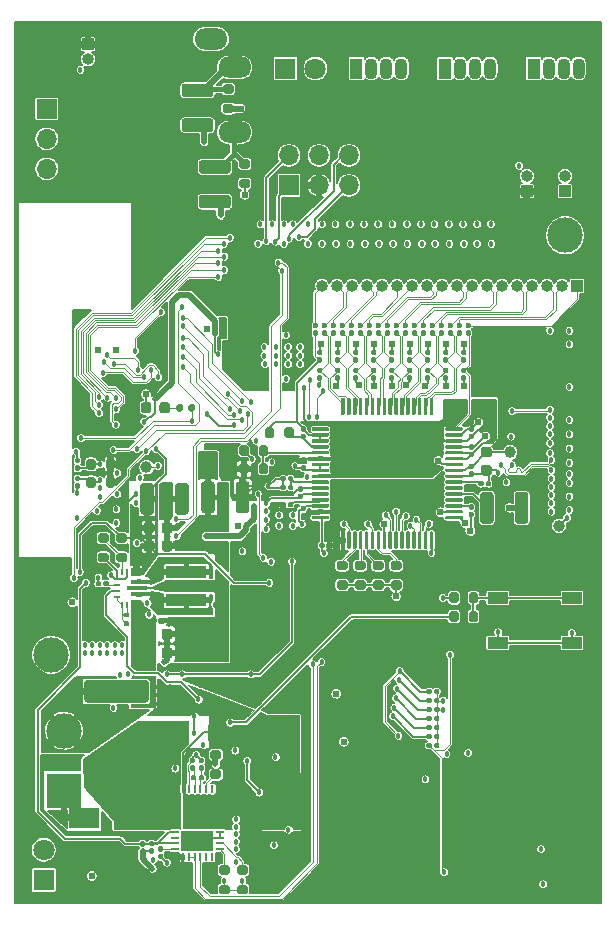
<source format=gbr>
%TF.GenerationSoftware,KiCad,Pcbnew,5.1.10*%
%TF.CreationDate,2021-08-02T16:12:48-04:00*%
%TF.ProjectId,mist-eeg,6d697374-2d65-4656-972e-6b696361645f,1C*%
%TF.SameCoordinates,Original*%
%TF.FileFunction,Copper,L4,Bot*%
%TF.FilePolarity,Positive*%
%FSLAX46Y46*%
G04 Gerber Fmt 4.6, Leading zero omitted, Abs format (unit mm)*
G04 Created by KiCad (PCBNEW 5.1.10) date 2021-08-02 16:12:48*
%MOMM*%
%LPD*%
G01*
G04 APERTURE LIST*
%TA.AperFunction,ComponentPad*%
%ADD10C,3.000000*%
%TD*%
%TA.AperFunction,ComponentPad*%
%ADD11R,3.000000X3.000000*%
%TD*%
%TA.AperFunction,SMDPad,CuDef*%
%ADD12R,0.240000X0.599999*%
%TD*%
%TA.AperFunction,SMDPad,CuDef*%
%ADD13R,0.850001X0.700001*%
%TD*%
%TA.AperFunction,SMDPad,CuDef*%
%ADD14R,1.450000X0.349999*%
%TD*%
%TA.AperFunction,SMDPad,CuDef*%
%ADD15R,1.799999X0.349999*%
%TD*%
%TA.AperFunction,SMDPad,CuDef*%
%ADD16R,0.599999X0.240000*%
%TD*%
%TA.AperFunction,ComponentPad*%
%ADD17O,2.800000X1.800000*%
%TD*%
%TA.AperFunction,ComponentPad*%
%ADD18C,1.800000*%
%TD*%
%TA.AperFunction,ComponentPad*%
%ADD19R,1.800000X1.800000*%
%TD*%
%TA.AperFunction,SMDPad,CuDef*%
%ADD20C,1.000000*%
%TD*%
%TA.AperFunction,ComponentPad*%
%ADD21O,1.000000X1.000000*%
%TD*%
%TA.AperFunction,ComponentPad*%
%ADD22R,1.000000X1.000000*%
%TD*%
%TA.AperFunction,SMDPad,CuDef*%
%ADD23R,1.700000X1.000000*%
%TD*%
%TA.AperFunction,ComponentPad*%
%ADD24O,1.700000X1.700000*%
%TD*%
%TA.AperFunction,ComponentPad*%
%ADD25R,1.700000X1.700000*%
%TD*%
%TA.AperFunction,ComponentPad*%
%ADD26C,0.212500*%
%TD*%
%TA.AperFunction,SMDPad,CuDef*%
%ADD27R,2.700000X1.700000*%
%TD*%
%TA.AperFunction,SMDPad,CuDef*%
%ADD28R,0.250000X0.700000*%
%TD*%
%TA.AperFunction,SMDPad,CuDef*%
%ADD29R,0.700000X0.250000*%
%TD*%
%TA.AperFunction,SMDPad,CuDef*%
%ADD30R,3.400000X0.980000*%
%TD*%
%TA.AperFunction,ComponentPad*%
%ADD31O,1.070000X1.800000*%
%TD*%
%TA.AperFunction,ComponentPad*%
%ADD32R,1.070000X1.800000*%
%TD*%
%TA.AperFunction,SMDPad,CuDef*%
%ADD33R,2.500000X1.800000*%
%TD*%
%TA.AperFunction,ViaPad*%
%ADD34C,0.457200*%
%TD*%
%TA.AperFunction,ViaPad*%
%ADD35C,0.609600*%
%TD*%
%TA.AperFunction,Conductor*%
%ADD36C,0.177800*%
%TD*%
%TA.AperFunction,Conductor*%
%ADD37C,0.101600*%
%TD*%
%TA.AperFunction,Conductor*%
%ADD38C,0.508000*%
%TD*%
%TA.AperFunction,Conductor*%
%ADD39C,0.381000*%
%TD*%
%TA.AperFunction,Conductor*%
%ADD40C,0.250000*%
%TD*%
%TA.AperFunction,Conductor*%
%ADD41C,0.100000*%
%TD*%
%TA.AperFunction,Conductor*%
%ADD42C,0.203200*%
%TD*%
%TA.AperFunction,Conductor*%
%ADD43C,0.127000*%
%TD*%
G04 APERTURE END LIST*
D10*
%TO.P,J1,2*%
%TO.N,Net-(F1-Pad2)*%
X203327000Y-94170500D03*
D11*
%TO.P,J1,1*%
%TO.N,GND*%
X203327000Y-99250500D03*
%TD*%
%TO.P,F1,1*%
%TO.N,/power/+PWR_IN*%
%TA.AperFunction,SMDPad,CuDef*%
G36*
G01*
X210247001Y-98584000D02*
X205296999Y-98584000D01*
G75*
G02*
X205047000Y-98334001I0J249999D01*
G01*
X205047000Y-96908999D01*
G75*
G02*
X205296999Y-96659000I249999J0D01*
G01*
X210247001Y-96659000D01*
G75*
G02*
X210497000Y-96908999I0J-249999D01*
G01*
X210497000Y-98334001D01*
G75*
G02*
X210247001Y-98584000I-249999J0D01*
G01*
G37*
%TD.AperFunction*%
%TO.P,F1,2*%
%TO.N,Net-(F1-Pad2)*%
%TA.AperFunction,SMDPad,CuDef*%
G36*
G01*
X210247001Y-91809000D02*
X205296999Y-91809000D01*
G75*
G02*
X205047000Y-91559001I0J249999D01*
G01*
X205047000Y-90133999D01*
G75*
G02*
X205296999Y-89884000I249999J0D01*
G01*
X210247001Y-89884000D01*
G75*
G02*
X210497000Y-90133999I0J-249999D01*
G01*
X210497000Y-91559001D01*
G75*
G02*
X210247001Y-91809000I-249999J0D01*
G01*
G37*
%TD.AperFunction*%
%TD*%
%TO.P,C20,2*%
%TO.N,GND*%
%TA.AperFunction,SMDPad,CuDef*%
G36*
G01*
X212736000Y-75649001D02*
X212736000Y-73448999D01*
G75*
G02*
X212985999Y-73199000I249999J0D01*
G01*
X213636001Y-73199000D01*
G75*
G02*
X213886000Y-73448999I0J-249999D01*
G01*
X213886000Y-75649001D01*
G75*
G02*
X213636001Y-75899000I-249999J0D01*
G01*
X212985999Y-75899000D01*
G75*
G02*
X212736000Y-75649001I0J249999D01*
G01*
G37*
%TD.AperFunction*%
%TO.P,C20,1*%
%TO.N,/power/+5V25*%
%TA.AperFunction,SMDPad,CuDef*%
G36*
G01*
X209786000Y-75649001D02*
X209786000Y-73448999D01*
G75*
G02*
X210035999Y-73199000I249999J0D01*
G01*
X210686001Y-73199000D01*
G75*
G02*
X210936000Y-73448999I0J-249999D01*
G01*
X210936000Y-75649001D01*
G75*
G02*
X210686001Y-75899000I-249999J0D01*
G01*
X210035999Y-75899000D01*
G75*
G02*
X209786000Y-75649001I0J249999D01*
G01*
G37*
%TD.AperFunction*%
%TD*%
%TO.P,C65,2*%
%TO.N,Net-(C65-Pad2)*%
%TA.AperFunction,SMDPad,CuDef*%
G36*
G01*
X239701500Y-74210999D02*
X239701500Y-76411001D01*
G75*
G02*
X239451501Y-76661000I-249999J0D01*
G01*
X238801499Y-76661000D01*
G75*
G02*
X238551500Y-76411001I0J249999D01*
G01*
X238551500Y-74210999D01*
G75*
G02*
X238801499Y-73961000I249999J0D01*
G01*
X239451501Y-73961000D01*
G75*
G02*
X239701500Y-74210999I0J-249999D01*
G01*
G37*
%TD.AperFunction*%
%TO.P,C65,1*%
%TO.N,GND*%
%TA.AperFunction,SMDPad,CuDef*%
G36*
G01*
X242651500Y-74210999D02*
X242651500Y-76411001D01*
G75*
G02*
X242401501Y-76661000I-249999J0D01*
G01*
X241751499Y-76661000D01*
G75*
G02*
X241501500Y-76411001I0J249999D01*
G01*
X241501500Y-74210999D01*
G75*
G02*
X241751499Y-73961000I249999J0D01*
G01*
X242401501Y-73961000D01*
G75*
G02*
X242651500Y-74210999I0J-249999D01*
G01*
G37*
%TD.AperFunction*%
%TD*%
%TO.P,C58,2*%
%TO.N,GND*%
%TA.AperFunction,SMDPad,CuDef*%
G36*
G01*
X216079500Y-73321999D02*
X216079500Y-75522001D01*
G75*
G02*
X215829501Y-75772000I-249999J0D01*
G01*
X215179499Y-75772000D01*
G75*
G02*
X214929500Y-75522001I0J249999D01*
G01*
X214929500Y-73321999D01*
G75*
G02*
X215179499Y-73072000I249999J0D01*
G01*
X215829501Y-73072000D01*
G75*
G02*
X216079500Y-73321999I0J-249999D01*
G01*
G37*
%TD.AperFunction*%
%TO.P,C58,1*%
%TO.N,/+5V0_ANA*%
%TA.AperFunction,SMDPad,CuDef*%
G36*
G01*
X219029500Y-73321999D02*
X219029500Y-75522001D01*
G75*
G02*
X218779501Y-75772000I-249999J0D01*
G01*
X218129499Y-75772000D01*
G75*
G02*
X217879500Y-75522001I0J249999D01*
G01*
X217879500Y-73321999D01*
G75*
G02*
X218129499Y-73072000I249999J0D01*
G01*
X218779501Y-73072000D01*
G75*
G02*
X219029500Y-73321999I0J-249999D01*
G01*
G37*
%TD.AperFunction*%
%TD*%
%TO.P,C45,2*%
%TO.N,/audio/R*%
%TA.AperFunction,SMDPad,CuDef*%
G36*
G01*
X217190501Y-47017100D02*
X214990499Y-47017100D01*
G75*
G02*
X214740500Y-46767101I0J249999D01*
G01*
X214740500Y-46117099D01*
G75*
G02*
X214990499Y-45867100I249999J0D01*
G01*
X217190501Y-45867100D01*
G75*
G02*
X217440500Y-46117099I0J-249999D01*
G01*
X217440500Y-46767101D01*
G75*
G02*
X217190501Y-47017100I-249999J0D01*
G01*
G37*
%TD.AperFunction*%
%TO.P,C45,1*%
%TO.N,/audio/RIGHT*%
%TA.AperFunction,SMDPad,CuDef*%
G36*
G01*
X217190501Y-49967100D02*
X214990499Y-49967100D01*
G75*
G02*
X214740500Y-49717101I0J249999D01*
G01*
X214740500Y-49067099D01*
G75*
G02*
X214990499Y-48817100I249999J0D01*
G01*
X217190501Y-48817100D01*
G75*
G02*
X217440500Y-49067099I0J-249999D01*
G01*
X217440500Y-49717101D01*
G75*
G02*
X217190501Y-49967100I-249999J0D01*
G01*
G37*
%TD.AperFunction*%
%TD*%
%TO.P,C44,2*%
%TO.N,/audio/T*%
%TA.AperFunction,SMDPad,CuDef*%
G36*
G01*
X215730001Y-40540100D02*
X213529999Y-40540100D01*
G75*
G02*
X213280000Y-40290101I0J249999D01*
G01*
X213280000Y-39640099D01*
G75*
G02*
X213529999Y-39390100I249999J0D01*
G01*
X215730001Y-39390100D01*
G75*
G02*
X215980000Y-39640099I0J-249999D01*
G01*
X215980000Y-40290101D01*
G75*
G02*
X215730001Y-40540100I-249999J0D01*
G01*
G37*
%TD.AperFunction*%
%TO.P,C44,1*%
%TO.N,/audio/LEFT*%
%TA.AperFunction,SMDPad,CuDef*%
G36*
G01*
X215730001Y-43490100D02*
X213529999Y-43490100D01*
G75*
G02*
X213280000Y-43240101I0J249999D01*
G01*
X213280000Y-42590099D01*
G75*
G02*
X213529999Y-42340100I249999J0D01*
G01*
X215730001Y-42340100D01*
G75*
G02*
X215980000Y-42590099I0J-249999D01*
G01*
X215980000Y-43240101D01*
G75*
G02*
X215730001Y-43490100I-249999J0D01*
G01*
G37*
%TD.AperFunction*%
%TD*%
D12*
%TO.P,U5,15*%
%TO.N,Net-(R29-Pad1)*%
X208202700Y-83505500D03*
%TO.P,U5,14*%
%TO.N,/power/5V25/ENA*%
X208702699Y-83505500D03*
D13*
%TO.P,U5,13*%
%TO.N,/power/+PWR*%
X209452700Y-83505500D03*
%TO.P,U5,12*%
X209452700Y-83505500D03*
D14*
%TO.P,U5,11*%
%TO.N,Net-(L1-Pad1)*%
X209702700Y-82605499D03*
D15*
%TO.P,U5,10*%
%TO.N,GND*%
X209527699Y-82105500D03*
D14*
%TO.P,U5,9*%
%TO.N,Net-(L1-Pad2)*%
X209702700Y-81605501D03*
D13*
%TO.P,U5,8*%
%TO.N,/power/+5V25*%
X209452700Y-80705500D03*
%TO.P,U5,7*%
X209452700Y-80705500D03*
D12*
%TO.P,U5,6*%
%TO.N,GND*%
X208702699Y-80705500D03*
%TO.P,U5,5*%
%TO.N,/power/5V25/FB*%
X208202700Y-80705500D03*
D16*
%TO.P,U5,4*%
%TO.N,GND*%
X207777700Y-81355502D03*
%TO.P,U5,3*%
%TO.N,Net-(C17-Pad1)*%
X207777700Y-81855500D03*
%TO.P,U5,2*%
%TO.N,/power/STAGE_1*%
X207777700Y-82355502D03*
%TO.P,U5,1*%
%TO.N,Net-(R29-Pad1)*%
X207777700Y-82855501D03*
%TD*%
%TO.P,R9,2*%
%TO.N,/power/+PWR*%
%TA.AperFunction,SMDPad,CuDef*%
G36*
G01*
X209005000Y-84491500D02*
X209005000Y-84291500D01*
G75*
G02*
X209105000Y-84191500I100000J0D01*
G01*
X209365000Y-84191500D01*
G75*
G02*
X209465000Y-84291500I0J-100000D01*
G01*
X209465000Y-84491500D01*
G75*
G02*
X209365000Y-84591500I-100000J0D01*
G01*
X209105000Y-84591500D01*
G75*
G02*
X209005000Y-84491500I0J100000D01*
G01*
G37*
%TD.AperFunction*%
%TO.P,R9,1*%
%TO.N,/power/5V25/ENA*%
%TA.AperFunction,SMDPad,CuDef*%
G36*
G01*
X208365000Y-84491500D02*
X208365000Y-84291500D01*
G75*
G02*
X208465000Y-84191500I100000J0D01*
G01*
X208725000Y-84191500D01*
G75*
G02*
X208825000Y-84291500I0J-100000D01*
G01*
X208825000Y-84491500D01*
G75*
G02*
X208725000Y-84591500I-100000J0D01*
G01*
X208465000Y-84591500D01*
G75*
G02*
X208365000Y-84491500I0J100000D01*
G01*
G37*
%TD.AperFunction*%
%TD*%
%TO.P,R8,2*%
%TO.N,/power/+PWR_IN*%
%TA.AperFunction,SMDPad,CuDef*%
G36*
G01*
X213730000Y-93735998D02*
X213730000Y-94986002D01*
G75*
G02*
X213480002Y-95236000I-249998J0D01*
G01*
X212854998Y-95236000D01*
G75*
G02*
X212605000Y-94986002I0J249998D01*
G01*
X212605000Y-93735998D01*
G75*
G02*
X212854998Y-93486000I249998J0D01*
G01*
X213480002Y-93486000D01*
G75*
G02*
X213730000Y-93735998I0J-249998D01*
G01*
G37*
%TD.AperFunction*%
%TO.P,R8,1*%
%TO.N,/power/+PWR*%
%TA.AperFunction,SMDPad,CuDef*%
G36*
G01*
X216655000Y-93735998D02*
X216655000Y-94986002D01*
G75*
G02*
X216405002Y-95236000I-249998J0D01*
G01*
X215779998Y-95236000D01*
G75*
G02*
X215530000Y-94986002I0J249998D01*
G01*
X215530000Y-93735998D01*
G75*
G02*
X215779998Y-93486000I249998J0D01*
G01*
X216405002Y-93486000D01*
G75*
G02*
X216655000Y-93735998I0J-249998D01*
G01*
G37*
%TD.AperFunction*%
%TD*%
D17*
%TO.P,J3,R*%
%TO.N,/audio/R*%
X217773000Y-43523500D03*
%TO.P,J3,T*%
%TO.N,/audio/T*%
X217773000Y-38023500D03*
%TO.P,J3,S*%
%TO.N,GND*%
X215773000Y-35623500D03*
%TD*%
%TO.P,C19,2*%
%TO.N,GND*%
%TA.AperFunction,SMDPad,CuDef*%
G36*
G01*
X211602200Y-77250100D02*
X211602200Y-76750100D01*
G75*
G02*
X211827200Y-76525100I225000J0D01*
G01*
X212277200Y-76525100D01*
G75*
G02*
X212502200Y-76750100I0J-225000D01*
G01*
X212502200Y-77250100D01*
G75*
G02*
X212277200Y-77475100I-225000J0D01*
G01*
X211827200Y-77475100D01*
G75*
G02*
X211602200Y-77250100I0J225000D01*
G01*
G37*
%TD.AperFunction*%
%TO.P,C19,1*%
%TO.N,/power/+5V25*%
%TA.AperFunction,SMDPad,CuDef*%
G36*
G01*
X210052200Y-77250100D02*
X210052200Y-76750100D01*
G75*
G02*
X210277200Y-76525100I225000J0D01*
G01*
X210727200Y-76525100D01*
G75*
G02*
X210952200Y-76750100I0J-225000D01*
G01*
X210952200Y-77250100D01*
G75*
G02*
X210727200Y-77475100I-225000J0D01*
G01*
X210277200Y-77475100D01*
G75*
G02*
X210052200Y-77250100I0J225000D01*
G01*
G37*
%TD.AperFunction*%
%TD*%
D10*
%TO.P,H2,1*%
%TO.N,N/C*%
X245750000Y-52250000D03*
%TD*%
%TO.P,H1,1*%
%TO.N,N/C*%
X202250000Y-87750000D03*
%TD*%
D18*
%TO.P,D2,2*%
%TO.N,Net-(D2-Pad2)*%
X201612500Y-104267000D03*
D19*
%TO.P,D2,1*%
%TO.N,Net-(D2-Pad1)*%
X201612500Y-106807000D03*
%TD*%
%TO.P,D15,2*%
%TO.N,GND*%
%TA.AperFunction,SMDPad,CuDef*%
G36*
G01*
X234659000Y-95540500D02*
X234659000Y-95340500D01*
G75*
G02*
X234759000Y-95240500I100000J0D01*
G01*
X235019000Y-95240500D01*
G75*
G02*
X235119000Y-95340500I0J-100000D01*
G01*
X235119000Y-95540500D01*
G75*
G02*
X235019000Y-95640500I-100000J0D01*
G01*
X234759000Y-95640500D01*
G75*
G02*
X234659000Y-95540500I0J100000D01*
G01*
G37*
%TD.AperFunction*%
%TO.P,D15,1*%
%TO.N,/~SD_CONNECTED~*%
%TA.AperFunction,SMDPad,CuDef*%
G36*
G01*
X234019000Y-95540500D02*
X234019000Y-95340500D01*
G75*
G02*
X234119000Y-95240500I100000J0D01*
G01*
X234379000Y-95240500D01*
G75*
G02*
X234479000Y-95340500I0J-100000D01*
G01*
X234479000Y-95540500D01*
G75*
G02*
X234379000Y-95640500I-100000J0D01*
G01*
X234119000Y-95640500D01*
G75*
G02*
X234019000Y-95540500I0J100000D01*
G01*
G37*
%TD.AperFunction*%
%TD*%
%TO.P,D14,2*%
%TO.N,GND*%
%TA.AperFunction,SMDPad,CuDef*%
G36*
G01*
X234659000Y-94778500D02*
X234659000Y-94578500D01*
G75*
G02*
X234759000Y-94478500I100000J0D01*
G01*
X235019000Y-94478500D01*
G75*
G02*
X235119000Y-94578500I0J-100000D01*
G01*
X235119000Y-94778500D01*
G75*
G02*
X235019000Y-94878500I-100000J0D01*
G01*
X234759000Y-94878500D01*
G75*
G02*
X234659000Y-94778500I0J100000D01*
G01*
G37*
%TD.AperFunction*%
%TO.P,D14,1*%
%TO.N,/SD_CLK*%
%TA.AperFunction,SMDPad,CuDef*%
G36*
G01*
X234019000Y-94778500D02*
X234019000Y-94578500D01*
G75*
G02*
X234119000Y-94478500I100000J0D01*
G01*
X234379000Y-94478500D01*
G75*
G02*
X234479000Y-94578500I0J-100000D01*
G01*
X234479000Y-94778500D01*
G75*
G02*
X234379000Y-94878500I-100000J0D01*
G01*
X234119000Y-94878500D01*
G75*
G02*
X234019000Y-94778500I0J100000D01*
G01*
G37*
%TD.AperFunction*%
%TD*%
%TO.P,D13,2*%
%TO.N,GND*%
%TA.AperFunction,SMDPad,CuDef*%
G36*
G01*
X234659000Y-90968500D02*
X234659000Y-90768500D01*
G75*
G02*
X234759000Y-90668500I100000J0D01*
G01*
X235019000Y-90668500D01*
G75*
G02*
X235119000Y-90768500I0J-100000D01*
G01*
X235119000Y-90968500D01*
G75*
G02*
X235019000Y-91068500I-100000J0D01*
G01*
X234759000Y-91068500D01*
G75*
G02*
X234659000Y-90968500I0J100000D01*
G01*
G37*
%TD.AperFunction*%
%TO.P,D13,1*%
%TO.N,/SD_CMD*%
%TA.AperFunction,SMDPad,CuDef*%
G36*
G01*
X234019000Y-90968500D02*
X234019000Y-90768500D01*
G75*
G02*
X234119000Y-90668500I100000J0D01*
G01*
X234379000Y-90668500D01*
G75*
G02*
X234479000Y-90768500I0J-100000D01*
G01*
X234479000Y-90968500D01*
G75*
G02*
X234379000Y-91068500I-100000J0D01*
G01*
X234119000Y-91068500D01*
G75*
G02*
X234019000Y-90968500I0J100000D01*
G01*
G37*
%TD.AperFunction*%
%TD*%
%TO.P,D12,2*%
%TO.N,GND*%
%TA.AperFunction,SMDPad,CuDef*%
G36*
G01*
X234659000Y-94016500D02*
X234659000Y-93816500D01*
G75*
G02*
X234759000Y-93716500I100000J0D01*
G01*
X235019000Y-93716500D01*
G75*
G02*
X235119000Y-93816500I0J-100000D01*
G01*
X235119000Y-94016500D01*
G75*
G02*
X235019000Y-94116500I-100000J0D01*
G01*
X234759000Y-94116500D01*
G75*
G02*
X234659000Y-94016500I0J100000D01*
G01*
G37*
%TD.AperFunction*%
%TO.P,D12,1*%
%TO.N,/SD_DAT3*%
%TA.AperFunction,SMDPad,CuDef*%
G36*
G01*
X234019000Y-94016500D02*
X234019000Y-93816500D01*
G75*
G02*
X234119000Y-93716500I100000J0D01*
G01*
X234379000Y-93716500D01*
G75*
G02*
X234479000Y-93816500I0J-100000D01*
G01*
X234479000Y-94016500D01*
G75*
G02*
X234379000Y-94116500I-100000J0D01*
G01*
X234119000Y-94116500D01*
G75*
G02*
X234019000Y-94016500I0J100000D01*
G01*
G37*
%TD.AperFunction*%
%TD*%
%TO.P,D11,2*%
%TO.N,GND*%
%TA.AperFunction,SMDPad,CuDef*%
G36*
G01*
X234659000Y-93254500D02*
X234659000Y-93054500D01*
G75*
G02*
X234759000Y-92954500I100000J0D01*
G01*
X235019000Y-92954500D01*
G75*
G02*
X235119000Y-93054500I0J-100000D01*
G01*
X235119000Y-93254500D01*
G75*
G02*
X235019000Y-93354500I-100000J0D01*
G01*
X234759000Y-93354500D01*
G75*
G02*
X234659000Y-93254500I0J100000D01*
G01*
G37*
%TD.AperFunction*%
%TO.P,D11,1*%
%TO.N,/SD_DAT2*%
%TA.AperFunction,SMDPad,CuDef*%
G36*
G01*
X234019000Y-93254500D02*
X234019000Y-93054500D01*
G75*
G02*
X234119000Y-92954500I100000J0D01*
G01*
X234379000Y-92954500D01*
G75*
G02*
X234479000Y-93054500I0J-100000D01*
G01*
X234479000Y-93254500D01*
G75*
G02*
X234379000Y-93354500I-100000J0D01*
G01*
X234119000Y-93354500D01*
G75*
G02*
X234019000Y-93254500I0J100000D01*
G01*
G37*
%TD.AperFunction*%
%TD*%
%TO.P,D10,2*%
%TO.N,GND*%
%TA.AperFunction,SMDPad,CuDef*%
G36*
G01*
X234661500Y-92492500D02*
X234661500Y-92292500D01*
G75*
G02*
X234761500Y-92192500I100000J0D01*
G01*
X235021500Y-92192500D01*
G75*
G02*
X235121500Y-92292500I0J-100000D01*
G01*
X235121500Y-92492500D01*
G75*
G02*
X235021500Y-92592500I-100000J0D01*
G01*
X234761500Y-92592500D01*
G75*
G02*
X234661500Y-92492500I0J100000D01*
G01*
G37*
%TD.AperFunction*%
%TO.P,D10,1*%
%TO.N,/SD_DAT1*%
%TA.AperFunction,SMDPad,CuDef*%
G36*
G01*
X234021500Y-92492500D02*
X234021500Y-92292500D01*
G75*
G02*
X234121500Y-92192500I100000J0D01*
G01*
X234381500Y-92192500D01*
G75*
G02*
X234481500Y-92292500I0J-100000D01*
G01*
X234481500Y-92492500D01*
G75*
G02*
X234381500Y-92592500I-100000J0D01*
G01*
X234121500Y-92592500D01*
G75*
G02*
X234021500Y-92492500I0J100000D01*
G01*
G37*
%TD.AperFunction*%
%TD*%
%TO.P,D9,2*%
%TO.N,GND*%
%TA.AperFunction,SMDPad,CuDef*%
G36*
G01*
X234659000Y-91730500D02*
X234659000Y-91530500D01*
G75*
G02*
X234759000Y-91430500I100000J0D01*
G01*
X235019000Y-91430500D01*
G75*
G02*
X235119000Y-91530500I0J-100000D01*
G01*
X235119000Y-91730500D01*
G75*
G02*
X235019000Y-91830500I-100000J0D01*
G01*
X234759000Y-91830500D01*
G75*
G02*
X234659000Y-91730500I0J100000D01*
G01*
G37*
%TD.AperFunction*%
%TO.P,D9,1*%
%TO.N,/SD_DAT0*%
%TA.AperFunction,SMDPad,CuDef*%
G36*
G01*
X234019000Y-91730500D02*
X234019000Y-91530500D01*
G75*
G02*
X234119000Y-91430500I100000J0D01*
G01*
X234379000Y-91430500D01*
G75*
G02*
X234479000Y-91530500I0J-100000D01*
G01*
X234479000Y-91730500D01*
G75*
G02*
X234379000Y-91830500I-100000J0D01*
G01*
X234119000Y-91830500D01*
G75*
G02*
X234019000Y-91730500I0J100000D01*
G01*
G37*
%TD.AperFunction*%
%TD*%
D20*
%TO.P,TP11,1*%
%TO.N,/SoM/~POR~*%
X245237000Y-76835000D03*
%TD*%
D21*
%TO.P,SW5,2*%
%TO.N,/SoM/ONOFF*%
X245745000Y-47244000D03*
D22*
%TO.P,SW5,1*%
%TO.N,GND*%
X245745000Y-48514000D03*
%TD*%
D23*
%TO.P,SW4,2*%
%TO.N,Net-(R110-Pad2)*%
X246355000Y-82936000D03*
X240055000Y-82936000D03*
%TO.P,SW4,1*%
%TO.N,GND*%
X246355000Y-86736000D03*
X240055000Y-86736000D03*
%TD*%
%TO.P,R115,2*%
%TO.N,/SoM/BOOT_MODE1*%
%TA.AperFunction,SMDPad,CuDef*%
G36*
G01*
X204370000Y-71718000D02*
X204570000Y-71718000D01*
G75*
G02*
X204670000Y-71818000I0J-100000D01*
G01*
X204670000Y-72078000D01*
G75*
G02*
X204570000Y-72178000I-100000J0D01*
G01*
X204370000Y-72178000D01*
G75*
G02*
X204270000Y-72078000I0J100000D01*
G01*
X204270000Y-71818000D01*
G75*
G02*
X204370000Y-71718000I100000J0D01*
G01*
G37*
%TD.AperFunction*%
%TO.P,R115,1*%
%TO.N,GND*%
%TA.AperFunction,SMDPad,CuDef*%
G36*
G01*
X204370000Y-71078000D02*
X204570000Y-71078000D01*
G75*
G02*
X204670000Y-71178000I0J-100000D01*
G01*
X204670000Y-71438000D01*
G75*
G02*
X204570000Y-71538000I-100000J0D01*
G01*
X204370000Y-71538000D01*
G75*
G02*
X204270000Y-71438000I0J100000D01*
G01*
X204270000Y-71178000D01*
G75*
G02*
X204370000Y-71078000I100000J0D01*
G01*
G37*
%TD.AperFunction*%
%TD*%
%TO.P,R114,2*%
%TO.N,+3V3*%
%TA.AperFunction,SMDPad,CuDef*%
G36*
G01*
X206863500Y-71903000D02*
X206863500Y-71353000D01*
G75*
G02*
X207063500Y-71153000I200000J0D01*
G01*
X207463500Y-71153000D01*
G75*
G02*
X207663500Y-71353000I0J-200000D01*
G01*
X207663500Y-71903000D01*
G75*
G02*
X207463500Y-72103000I-200000J0D01*
G01*
X207063500Y-72103000D01*
G75*
G02*
X206863500Y-71903000I0J200000D01*
G01*
G37*
%TD.AperFunction*%
%TO.P,R114,1*%
%TO.N,/SoM/BOOT_MODE1*%
%TA.AperFunction,SMDPad,CuDef*%
G36*
G01*
X205213500Y-71903000D02*
X205213500Y-71353000D01*
G75*
G02*
X205413500Y-71153000I200000J0D01*
G01*
X205813500Y-71153000D01*
G75*
G02*
X206013500Y-71353000I0J-200000D01*
G01*
X206013500Y-71903000D01*
G75*
G02*
X205813500Y-72103000I-200000J0D01*
G01*
X205413500Y-72103000D01*
G75*
G02*
X205213500Y-71903000I0J200000D01*
G01*
G37*
%TD.AperFunction*%
%TD*%
%TO.P,R113,2*%
%TO.N,/SoM/BOOT_MODE0*%
%TA.AperFunction,SMDPad,CuDef*%
G36*
G01*
X204570000Y-73062000D02*
X204370000Y-73062000D01*
G75*
G02*
X204270000Y-72962000I0J100000D01*
G01*
X204270000Y-72702000D01*
G75*
G02*
X204370000Y-72602000I100000J0D01*
G01*
X204570000Y-72602000D01*
G75*
G02*
X204670000Y-72702000I0J-100000D01*
G01*
X204670000Y-72962000D01*
G75*
G02*
X204570000Y-73062000I-100000J0D01*
G01*
G37*
%TD.AperFunction*%
%TO.P,R113,1*%
%TO.N,GND*%
%TA.AperFunction,SMDPad,CuDef*%
G36*
G01*
X204570000Y-73702000D02*
X204370000Y-73702000D01*
G75*
G02*
X204270000Y-73602000I0J100000D01*
G01*
X204270000Y-73342000D01*
G75*
G02*
X204370000Y-73242000I100000J0D01*
G01*
X204570000Y-73242000D01*
G75*
G02*
X204670000Y-73342000I0J-100000D01*
G01*
X204670000Y-73602000D01*
G75*
G02*
X204570000Y-73702000I-100000J0D01*
G01*
G37*
%TD.AperFunction*%
%TD*%
%TO.P,R112,2*%
%TO.N,+3V3*%
%TA.AperFunction,SMDPad,CuDef*%
G36*
G01*
X206863000Y-73427000D02*
X206863000Y-72877000D01*
G75*
G02*
X207063000Y-72677000I200000J0D01*
G01*
X207463000Y-72677000D01*
G75*
G02*
X207663000Y-72877000I0J-200000D01*
G01*
X207663000Y-73427000D01*
G75*
G02*
X207463000Y-73627000I-200000J0D01*
G01*
X207063000Y-73627000D01*
G75*
G02*
X206863000Y-73427000I0J200000D01*
G01*
G37*
%TD.AperFunction*%
%TO.P,R112,1*%
%TO.N,/SoM/BOOT_MODE0*%
%TA.AperFunction,SMDPad,CuDef*%
G36*
G01*
X205213000Y-73427000D02*
X205213000Y-72877000D01*
G75*
G02*
X205413000Y-72677000I200000J0D01*
G01*
X205813000Y-72677000D01*
G75*
G02*
X206013000Y-72877000I0J-200000D01*
G01*
X206013000Y-73427000D01*
G75*
G02*
X205813000Y-73627000I-200000J0D01*
G01*
X205413000Y-73627000D01*
G75*
G02*
X205213000Y-73427000I0J200000D01*
G01*
G37*
%TD.AperFunction*%
%TD*%
%TO.P,R111,2*%
%TO.N,Net-(R110-Pad2)*%
%TA.AperFunction,SMDPad,CuDef*%
G36*
G01*
X237597500Y-84793500D02*
X237597500Y-84243500D01*
G75*
G02*
X237797500Y-84043500I200000J0D01*
G01*
X238197500Y-84043500D01*
G75*
G02*
X238397500Y-84243500I0J-200000D01*
G01*
X238397500Y-84793500D01*
G75*
G02*
X238197500Y-84993500I-200000J0D01*
G01*
X237797500Y-84993500D01*
G75*
G02*
X237597500Y-84793500I0J200000D01*
G01*
G37*
%TD.AperFunction*%
%TO.P,R111,1*%
%TO.N,/SoM/~PWR_ON~*%
%TA.AperFunction,SMDPad,CuDef*%
G36*
G01*
X235947500Y-84793500D02*
X235947500Y-84243500D01*
G75*
G02*
X236147500Y-84043500I200000J0D01*
G01*
X236547500Y-84043500D01*
G75*
G02*
X236747500Y-84243500I0J-200000D01*
G01*
X236747500Y-84793500D01*
G75*
G02*
X236547500Y-84993500I-200000J0D01*
G01*
X236147500Y-84993500D01*
G75*
G02*
X235947500Y-84793500I0J200000D01*
G01*
G37*
%TD.AperFunction*%
%TD*%
%TO.P,R110,2*%
%TO.N,Net-(R110-Pad2)*%
%TA.AperFunction,SMDPad,CuDef*%
G36*
G01*
X237597500Y-83206000D02*
X237597500Y-82656000D01*
G75*
G02*
X237797500Y-82456000I200000J0D01*
G01*
X238197500Y-82456000D01*
G75*
G02*
X238397500Y-82656000I0J-200000D01*
G01*
X238397500Y-83206000D01*
G75*
G02*
X238197500Y-83406000I-200000J0D01*
G01*
X237797500Y-83406000D01*
G75*
G02*
X237597500Y-83206000I0J200000D01*
G01*
G37*
%TD.AperFunction*%
%TO.P,R110,1*%
%TO.N,/SoM/~RESET~*%
%TA.AperFunction,SMDPad,CuDef*%
G36*
G01*
X235947500Y-83206000D02*
X235947500Y-82656000D01*
G75*
G02*
X236147500Y-82456000I200000J0D01*
G01*
X236547500Y-82456000D01*
G75*
G02*
X236747500Y-82656000I0J-200000D01*
G01*
X236747500Y-83206000D01*
G75*
G02*
X236547500Y-83406000I-200000J0D01*
G01*
X236147500Y-83406000D01*
G75*
G02*
X235947500Y-83206000I0J200000D01*
G01*
G37*
%TD.AperFunction*%
%TD*%
D24*
%TO.P,J7,6*%
%TO.N,/CTRL_SCL*%
X227457000Y-45466000D03*
%TO.P,J7,5*%
%TO.N,/CTRL_SDA*%
X227457000Y-48006000D03*
%TO.P,J7,4*%
%TO.N,GND*%
X224917000Y-45466000D03*
%TO.P,J7,3*%
%TO.N,+3V3*%
X224917000Y-48006000D03*
%TO.P,J7,2*%
%TO.N,/SoM/RXD*%
X222377000Y-45466000D03*
D25*
%TO.P,J7,1*%
%TO.N,/SoM/TXD*%
X222377000Y-48006000D03*
%TD*%
D24*
%TO.P,J6,3*%
%TO.N,/SoM/EXTRA_3*%
X201866500Y-46609000D03*
%TO.P,J6,2*%
%TO.N,/SoM/EXTRA_2*%
X201866500Y-44069000D03*
D25*
%TO.P,J6,1*%
%TO.N,/SoM/EXTRA_1*%
X201866500Y-41529000D03*
%TD*%
D21*
%TO.P,SW2,2*%
%TO.N,/USER*%
X205359000Y-37338000D03*
D22*
%TO.P,SW2,1*%
%TO.N,+3V3*%
X205359000Y-36068000D03*
%TD*%
%TO.P,R64,2*%
%TO.N,+3V3*%
%TA.AperFunction,SMDPad,CuDef*%
G36*
G01*
X222096500Y-74957000D02*
X222096500Y-75157000D01*
G75*
G02*
X221996500Y-75257000I-100000J0D01*
G01*
X221736500Y-75257000D01*
G75*
G02*
X221636500Y-75157000I0J100000D01*
G01*
X221636500Y-74957000D01*
G75*
G02*
X221736500Y-74857000I100000J0D01*
G01*
X221996500Y-74857000D01*
G75*
G02*
X222096500Y-74957000I0J-100000D01*
G01*
G37*
%TD.AperFunction*%
%TO.P,R64,1*%
%TO.N,Net-(R64-Pad1)*%
%TA.AperFunction,SMDPad,CuDef*%
G36*
G01*
X222736500Y-74957000D02*
X222736500Y-75157000D01*
G75*
G02*
X222636500Y-75257000I-100000J0D01*
G01*
X222376500Y-75257000D01*
G75*
G02*
X222276500Y-75157000I0J100000D01*
G01*
X222276500Y-74957000D01*
G75*
G02*
X222376500Y-74857000I100000J0D01*
G01*
X222636500Y-74857000D01*
G75*
G02*
X222736500Y-74957000I0J-100000D01*
G01*
G37*
%TD.AperFunction*%
%TD*%
D26*
%TO.P,U1,33*%
%TO.N,GND*%
X213617500Y-104118500D03*
X213617500Y-103693500D03*
X213617500Y-103268500D03*
X213617500Y-102843500D03*
X214292500Y-104118500D03*
X214292500Y-103693500D03*
X214292500Y-103268500D03*
X214292500Y-102843500D03*
X214967500Y-104118500D03*
X214967500Y-103693500D03*
X214967500Y-103268500D03*
X214967500Y-102843500D03*
X215642500Y-104118500D03*
X215642500Y-103693500D03*
X215642500Y-103268500D03*
X215642500Y-102843500D03*
D27*
X214630000Y-103481000D03*
D28*
%TO.P,U1,32*%
%TO.N,N/C*%
X215880000Y-99081000D03*
%TO.P,U1,31*%
%TO.N,Net-(R1-Pad1)*%
X215380000Y-99081000D03*
%TO.P,U1,30*%
%TO.N,Net-(C4-Pad2)*%
X214880000Y-99081000D03*
%TO.P,U1,29*%
%TO.N,Net-(C4-Pad1)*%
X214380000Y-99081000D03*
%TO.P,U1,28*%
%TO.N,GND*%
X213880000Y-99081000D03*
%TO.P,U1,27*%
%TO.N,/power/+PWR*%
X213380000Y-99081000D03*
D29*
%TO.P,U1,26*%
%TO.N,/power/+PWR_IN*%
X212730000Y-99731000D03*
%TO.P,U1,25*%
X212730000Y-100231000D03*
%TO.P,U1,24*%
X212730000Y-100731000D03*
%TO.P,U1,23*%
X212730000Y-101231000D03*
%TO.P,U1,22*%
X212730000Y-101731000D03*
%TO.P,U1,21*%
X212730000Y-102231000D03*
%TO.P,U1,20*%
%TO.N,/power/+5V25*%
X212730000Y-102731000D03*
%TO.P,U1,19*%
%TO.N,N/C*%
X212730000Y-103231000D03*
%TO.P,U1,18*%
%TO.N,/power/+5V25*%
X212730000Y-103731000D03*
%TO.P,U1,17*%
%TO.N,Net-(C3-Pad2)*%
X212730000Y-104231000D03*
D28*
%TO.P,U1,16*%
%TO.N,+3V3*%
X213380000Y-104881000D03*
%TO.P,U1,15*%
%TO.N,/CTRL_SDA*%
X213880000Y-104881000D03*
%TO.P,U1,14*%
X214380000Y-104881000D03*
%TO.P,U1,13*%
%TO.N,/CTRL_SCL*%
X214880000Y-104881000D03*
%TO.P,U1,12*%
%TO.N,N/C*%
X215380000Y-104881000D03*
%TO.P,U1,11*%
X215880000Y-104881000D03*
D29*
%TO.P,U1,10*%
%TO.N,/power/AD1*%
X216530000Y-104231000D03*
%TO.P,U1,9*%
%TO.N,/power/AD0*%
X216530000Y-103731000D03*
%TO.P,U1,8*%
%TO.N,GND*%
X216530000Y-103231000D03*
%TO.P,U1,7*%
X216530000Y-102731000D03*
%TO.P,U1,6*%
%TO.N,/power/+PWR*%
X216530000Y-102231000D03*
%TO.P,U1,5*%
X216530000Y-101731000D03*
%TO.P,U1,4*%
X216530000Y-101231000D03*
%TO.P,U1,3*%
X216530000Y-100731000D03*
%TO.P,U1,2*%
X216530000Y-100231000D03*
%TO.P,U1,1*%
X216530000Y-99731000D03*
%TD*%
D21*
%TO.P,J4,18*%
%TO.N,/EEG/BIAS_ELEC_O*%
X225171000Y-56515000D03*
%TO.P,J4,17*%
%TO.N,/EEG/IN8_ON*%
X226441000Y-56515000D03*
%TO.P,J4,16*%
%TO.N,/EEG/IN8_OP*%
X227711000Y-56515000D03*
%TO.P,J4,15*%
%TO.N,/EEG/IN7_ON*%
X228981000Y-56515000D03*
%TO.P,J4,14*%
%TO.N,/EEG/IN7_OP*%
X230251000Y-56515000D03*
%TO.P,J4,13*%
%TO.N,/EEG/IN6_ON*%
X231521000Y-56515000D03*
%TO.P,J4,12*%
%TO.N,/EEG/IN6_OP*%
X232791000Y-56515000D03*
%TO.P,J4,11*%
%TO.N,/EEG/IN5_ON*%
X234061000Y-56515000D03*
%TO.P,J4,10*%
%TO.N,/EEG/IN5_OP*%
X235331000Y-56515000D03*
%TO.P,J4,9*%
%TO.N,/EEG/IN4_ON*%
X236601000Y-56515000D03*
%TO.P,J4,8*%
%TO.N,/EEG/IN4_OP*%
X237871000Y-56515000D03*
%TO.P,J4,7*%
%TO.N,/EEG/IN3_ON*%
X239141000Y-56515000D03*
%TO.P,J4,6*%
%TO.N,/EEG/IN3_OP*%
X240411000Y-56515000D03*
%TO.P,J4,5*%
%TO.N,/EEG/IN2_ON*%
X241681000Y-56515000D03*
%TO.P,J4,4*%
%TO.N,/EEG/IN2_OP*%
X242951000Y-56515000D03*
%TO.P,J4,3*%
%TO.N,/EEG/IN1_ON*%
X244221000Y-56515000D03*
%TO.P,J4,2*%
%TO.N,/EEG/IN1_OP*%
X245491000Y-56515000D03*
D22*
%TO.P,J4,1*%
%TO.N,/EEG/REF_ELEC_O*%
X246761000Y-56515000D03*
%TD*%
%TO.P,R76,2*%
%TO.N,/EEG/IN5_ON*%
%TA.AperFunction,SMDPad,CuDef*%
G36*
G01*
X230033500Y-60108000D02*
X229833500Y-60108000D01*
G75*
G02*
X229733500Y-60008000I0J100000D01*
G01*
X229733500Y-59748000D01*
G75*
G02*
X229833500Y-59648000I100000J0D01*
G01*
X230033500Y-59648000D01*
G75*
G02*
X230133500Y-59748000I0J-100000D01*
G01*
X230133500Y-60008000D01*
G75*
G02*
X230033500Y-60108000I-100000J0D01*
G01*
G37*
%TD.AperFunction*%
%TO.P,R76,1*%
%TO.N,/EEG/IN5N*%
%TA.AperFunction,SMDPad,CuDef*%
G36*
G01*
X230033500Y-60748000D02*
X229833500Y-60748000D01*
G75*
G02*
X229733500Y-60648000I0J100000D01*
G01*
X229733500Y-60388000D01*
G75*
G02*
X229833500Y-60288000I100000J0D01*
G01*
X230033500Y-60288000D01*
G75*
G02*
X230133500Y-60388000I0J-100000D01*
G01*
X230133500Y-60648000D01*
G75*
G02*
X230033500Y-60748000I-100000J0D01*
G01*
G37*
%TD.AperFunction*%
%TD*%
%TO.P,U11,64*%
%TO.N,N/C*%
%TA.AperFunction,SMDPad,CuDef*%
G36*
G01*
X224370500Y-68490000D02*
X225695500Y-68490000D01*
G75*
G02*
X225770500Y-68565000I0J-75000D01*
G01*
X225770500Y-68715000D01*
G75*
G02*
X225695500Y-68790000I-75000J0D01*
G01*
X224370500Y-68790000D01*
G75*
G02*
X224295500Y-68715000I0J75000D01*
G01*
X224295500Y-68565000D01*
G75*
G02*
X224370500Y-68490000I75000J0D01*
G01*
G37*
%TD.AperFunction*%
%TO.P,U11,63*%
%TO.N,/EEG/BIASIN*%
%TA.AperFunction,SMDPad,CuDef*%
G36*
G01*
X224370500Y-68990000D02*
X225695500Y-68990000D01*
G75*
G02*
X225770500Y-69065000I0J-75000D01*
G01*
X225770500Y-69215000D01*
G75*
G02*
X225695500Y-69290000I-75000J0D01*
G01*
X224370500Y-69290000D01*
G75*
G02*
X224295500Y-69215000I0J75000D01*
G01*
X224295500Y-69065000D01*
G75*
G02*
X224370500Y-68990000I75000J0D01*
G01*
G37*
%TD.AperFunction*%
%TO.P,U11,62*%
%TA.AperFunction,SMDPad,CuDef*%
G36*
G01*
X224370500Y-69490000D02*
X225695500Y-69490000D01*
G75*
G02*
X225770500Y-69565000I0J-75000D01*
G01*
X225770500Y-69715000D01*
G75*
G02*
X225695500Y-69790000I-75000J0D01*
G01*
X224370500Y-69790000D01*
G75*
G02*
X224295500Y-69715000I0J75000D01*
G01*
X224295500Y-69565000D01*
G75*
G02*
X224370500Y-69490000I75000J0D01*
G01*
G37*
%TD.AperFunction*%
%TO.P,U11,61*%
%TO.N,/EEG/BIASINV*%
%TA.AperFunction,SMDPad,CuDef*%
G36*
G01*
X224370500Y-69990000D02*
X225695500Y-69990000D01*
G75*
G02*
X225770500Y-70065000I0J-75000D01*
G01*
X225770500Y-70215000D01*
G75*
G02*
X225695500Y-70290000I-75000J0D01*
G01*
X224370500Y-70290000D01*
G75*
G02*
X224295500Y-70215000I0J75000D01*
G01*
X224295500Y-70065000D01*
G75*
G02*
X224370500Y-69990000I75000J0D01*
G01*
G37*
%TD.AperFunction*%
%TO.P,U11,60*%
%TO.N,/EEG/BIASREF*%
%TA.AperFunction,SMDPad,CuDef*%
G36*
G01*
X224370500Y-70490000D02*
X225695500Y-70490000D01*
G75*
G02*
X225770500Y-70565000I0J-75000D01*
G01*
X225770500Y-70715000D01*
G75*
G02*
X225695500Y-70790000I-75000J0D01*
G01*
X224370500Y-70790000D01*
G75*
G02*
X224295500Y-70715000I0J75000D01*
G01*
X224295500Y-70565000D01*
G75*
G02*
X224370500Y-70490000I75000J0D01*
G01*
G37*
%TD.AperFunction*%
%TO.P,U11,59*%
%TO.N,/+5V0_ANA*%
%TA.AperFunction,SMDPad,CuDef*%
G36*
G01*
X224370500Y-70990000D02*
X225695500Y-70990000D01*
G75*
G02*
X225770500Y-71065000I0J-75000D01*
G01*
X225770500Y-71215000D01*
G75*
G02*
X225695500Y-71290000I-75000J0D01*
G01*
X224370500Y-71290000D01*
G75*
G02*
X224295500Y-71215000I0J75000D01*
G01*
X224295500Y-71065000D01*
G75*
G02*
X224370500Y-70990000I75000J0D01*
G01*
G37*
%TD.AperFunction*%
%TO.P,U11,58*%
%TO.N,GND*%
%TA.AperFunction,SMDPad,CuDef*%
G36*
G01*
X224370500Y-71490000D02*
X225695500Y-71490000D01*
G75*
G02*
X225770500Y-71565000I0J-75000D01*
G01*
X225770500Y-71715000D01*
G75*
G02*
X225695500Y-71790000I-75000J0D01*
G01*
X224370500Y-71790000D01*
G75*
G02*
X224295500Y-71715000I0J75000D01*
G01*
X224295500Y-71565000D01*
G75*
G02*
X224370500Y-71490000I75000J0D01*
G01*
G37*
%TD.AperFunction*%
%TO.P,U11,57*%
%TA.AperFunction,SMDPad,CuDef*%
G36*
G01*
X224370500Y-71990000D02*
X225695500Y-71990000D01*
G75*
G02*
X225770500Y-72065000I0J-75000D01*
G01*
X225770500Y-72215000D01*
G75*
G02*
X225695500Y-72290000I-75000J0D01*
G01*
X224370500Y-72290000D01*
G75*
G02*
X224295500Y-72215000I0J75000D01*
G01*
X224295500Y-72065000D01*
G75*
G02*
X224370500Y-71990000I75000J0D01*
G01*
G37*
%TD.AperFunction*%
%TO.P,U11,56*%
%TO.N,/+5V0_ANA*%
%TA.AperFunction,SMDPad,CuDef*%
G36*
G01*
X224370500Y-72490000D02*
X225695500Y-72490000D01*
G75*
G02*
X225770500Y-72565000I0J-75000D01*
G01*
X225770500Y-72715000D01*
G75*
G02*
X225695500Y-72790000I-75000J0D01*
G01*
X224370500Y-72790000D01*
G75*
G02*
X224295500Y-72715000I0J75000D01*
G01*
X224295500Y-72565000D01*
G75*
G02*
X224370500Y-72490000I75000J0D01*
G01*
G37*
%TD.AperFunction*%
%TO.P,U11,55*%
%TO.N,Net-(C61-Pad2)*%
%TA.AperFunction,SMDPad,CuDef*%
G36*
G01*
X224370500Y-72990000D02*
X225695500Y-72990000D01*
G75*
G02*
X225770500Y-73065000I0J-75000D01*
G01*
X225770500Y-73215000D01*
G75*
G02*
X225695500Y-73290000I-75000J0D01*
G01*
X224370500Y-73290000D01*
G75*
G02*
X224295500Y-73215000I0J75000D01*
G01*
X224295500Y-73065000D01*
G75*
G02*
X224370500Y-72990000I75000J0D01*
G01*
G37*
%TD.AperFunction*%
%TO.P,U11,54*%
%TO.N,/+5V0_ANA*%
%TA.AperFunction,SMDPad,CuDef*%
G36*
G01*
X224370500Y-73490000D02*
X225695500Y-73490000D01*
G75*
G02*
X225770500Y-73565000I0J-75000D01*
G01*
X225770500Y-73715000D01*
G75*
G02*
X225695500Y-73790000I-75000J0D01*
G01*
X224370500Y-73790000D01*
G75*
G02*
X224295500Y-73715000I0J75000D01*
G01*
X224295500Y-73565000D01*
G75*
G02*
X224370500Y-73490000I75000J0D01*
G01*
G37*
%TD.AperFunction*%
%TO.P,U11,53*%
%TO.N,GND*%
%TA.AperFunction,SMDPad,CuDef*%
G36*
G01*
X224370500Y-73990000D02*
X225695500Y-73990000D01*
G75*
G02*
X225770500Y-74065000I0J-75000D01*
G01*
X225770500Y-74215000D01*
G75*
G02*
X225695500Y-74290000I-75000J0D01*
G01*
X224370500Y-74290000D01*
G75*
G02*
X224295500Y-74215000I0J75000D01*
G01*
X224295500Y-74065000D01*
G75*
G02*
X224370500Y-73990000I75000J0D01*
G01*
G37*
%TD.AperFunction*%
%TO.P,U11,52*%
%TO.N,Net-(R64-Pad1)*%
%TA.AperFunction,SMDPad,CuDef*%
G36*
G01*
X224370500Y-74490000D02*
X225695500Y-74490000D01*
G75*
G02*
X225770500Y-74565000I0J-75000D01*
G01*
X225770500Y-74715000D01*
G75*
G02*
X225695500Y-74790000I-75000J0D01*
G01*
X224370500Y-74790000D01*
G75*
G02*
X224295500Y-74715000I0J75000D01*
G01*
X224295500Y-74565000D01*
G75*
G02*
X224370500Y-74490000I75000J0D01*
G01*
G37*
%TD.AperFunction*%
%TO.P,U11,51*%
%TO.N,GND*%
%TA.AperFunction,SMDPad,CuDef*%
G36*
G01*
X224370500Y-74990000D02*
X225695500Y-74990000D01*
G75*
G02*
X225770500Y-75065000I0J-75000D01*
G01*
X225770500Y-75215000D01*
G75*
G02*
X225695500Y-75290000I-75000J0D01*
G01*
X224370500Y-75290000D01*
G75*
G02*
X224295500Y-75215000I0J75000D01*
G01*
X224295500Y-75065000D01*
G75*
G02*
X224370500Y-74990000I75000J0D01*
G01*
G37*
%TD.AperFunction*%
%TO.P,U11,50*%
%TO.N,+3V3*%
%TA.AperFunction,SMDPad,CuDef*%
G36*
G01*
X224370500Y-75490000D02*
X225695500Y-75490000D01*
G75*
G02*
X225770500Y-75565000I0J-75000D01*
G01*
X225770500Y-75715000D01*
G75*
G02*
X225695500Y-75790000I-75000J0D01*
G01*
X224370500Y-75790000D01*
G75*
G02*
X224295500Y-75715000I0J75000D01*
G01*
X224295500Y-75565000D01*
G75*
G02*
X224370500Y-75490000I75000J0D01*
G01*
G37*
%TD.AperFunction*%
%TO.P,U11,49*%
%TO.N,GND*%
%TA.AperFunction,SMDPad,CuDef*%
G36*
G01*
X224370500Y-75990000D02*
X225695500Y-75990000D01*
G75*
G02*
X225770500Y-76065000I0J-75000D01*
G01*
X225770500Y-76215000D01*
G75*
G02*
X225695500Y-76290000I-75000J0D01*
G01*
X224370500Y-76290000D01*
G75*
G02*
X224295500Y-76215000I0J75000D01*
G01*
X224295500Y-76065000D01*
G75*
G02*
X224370500Y-75990000I75000J0D01*
G01*
G37*
%TD.AperFunction*%
%TO.P,U11,48*%
%TO.N,+3V3*%
%TA.AperFunction,SMDPad,CuDef*%
G36*
G01*
X226870500Y-77315000D02*
X227020500Y-77315000D01*
G75*
G02*
X227095500Y-77390000I0J-75000D01*
G01*
X227095500Y-78715000D01*
G75*
G02*
X227020500Y-78790000I-75000J0D01*
G01*
X226870500Y-78790000D01*
G75*
G02*
X226795500Y-78715000I0J75000D01*
G01*
X226795500Y-77390000D01*
G75*
G02*
X226870500Y-77315000I75000J0D01*
G01*
G37*
%TD.AperFunction*%
%TO.P,U11,47*%
%TO.N,/~EEG_DRDY~*%
%TA.AperFunction,SMDPad,CuDef*%
G36*
G01*
X227370500Y-77315000D02*
X227520500Y-77315000D01*
G75*
G02*
X227595500Y-77390000I0J-75000D01*
G01*
X227595500Y-78715000D01*
G75*
G02*
X227520500Y-78790000I-75000J0D01*
G01*
X227370500Y-78790000D01*
G75*
G02*
X227295500Y-78715000I0J75000D01*
G01*
X227295500Y-77390000D01*
G75*
G02*
X227370500Y-77315000I75000J0D01*
G01*
G37*
%TD.AperFunction*%
%TO.P,U11,46*%
%TO.N,Net-(R63-Pad2)*%
%TA.AperFunction,SMDPad,CuDef*%
G36*
G01*
X227870500Y-77315000D02*
X228020500Y-77315000D01*
G75*
G02*
X228095500Y-77390000I0J-75000D01*
G01*
X228095500Y-78715000D01*
G75*
G02*
X228020500Y-78790000I-75000J0D01*
G01*
X227870500Y-78790000D01*
G75*
G02*
X227795500Y-78715000I0J75000D01*
G01*
X227795500Y-77390000D01*
G75*
G02*
X227870500Y-77315000I75000J0D01*
G01*
G37*
%TD.AperFunction*%
%TO.P,U11,45*%
%TO.N,Net-(R62-Pad2)*%
%TA.AperFunction,SMDPad,CuDef*%
G36*
G01*
X228370500Y-77315000D02*
X228520500Y-77315000D01*
G75*
G02*
X228595500Y-77390000I0J-75000D01*
G01*
X228595500Y-78715000D01*
G75*
G02*
X228520500Y-78790000I-75000J0D01*
G01*
X228370500Y-78790000D01*
G75*
G02*
X228295500Y-78715000I0J75000D01*
G01*
X228295500Y-77390000D01*
G75*
G02*
X228370500Y-77315000I75000J0D01*
G01*
G37*
%TD.AperFunction*%
%TO.P,U11,44*%
%TO.N,Net-(R61-Pad2)*%
%TA.AperFunction,SMDPad,CuDef*%
G36*
G01*
X228870500Y-77315000D02*
X229020500Y-77315000D01*
G75*
G02*
X229095500Y-77390000I0J-75000D01*
G01*
X229095500Y-78715000D01*
G75*
G02*
X229020500Y-78790000I-75000J0D01*
G01*
X228870500Y-78790000D01*
G75*
G02*
X228795500Y-78715000I0J75000D01*
G01*
X228795500Y-77390000D01*
G75*
G02*
X228870500Y-77315000I75000J0D01*
G01*
G37*
%TD.AperFunction*%
%TO.P,U11,43*%
%TO.N,/EEG_MISO*%
%TA.AperFunction,SMDPad,CuDef*%
G36*
G01*
X229370500Y-77315000D02*
X229520500Y-77315000D01*
G75*
G02*
X229595500Y-77390000I0J-75000D01*
G01*
X229595500Y-78715000D01*
G75*
G02*
X229520500Y-78790000I-75000J0D01*
G01*
X229370500Y-78790000D01*
G75*
G02*
X229295500Y-78715000I0J75000D01*
G01*
X229295500Y-77390000D01*
G75*
G02*
X229370500Y-77315000I75000J0D01*
G01*
G37*
%TD.AperFunction*%
%TO.P,U11,42*%
%TO.N,Net-(R60-Pad2)*%
%TA.AperFunction,SMDPad,CuDef*%
G36*
G01*
X229870500Y-77315000D02*
X230020500Y-77315000D01*
G75*
G02*
X230095500Y-77390000I0J-75000D01*
G01*
X230095500Y-78715000D01*
G75*
G02*
X230020500Y-78790000I-75000J0D01*
G01*
X229870500Y-78790000D01*
G75*
G02*
X229795500Y-78715000I0J75000D01*
G01*
X229795500Y-77390000D01*
G75*
G02*
X229870500Y-77315000I75000J0D01*
G01*
G37*
%TD.AperFunction*%
%TO.P,U11,41*%
%TO.N,GND*%
%TA.AperFunction,SMDPad,CuDef*%
G36*
G01*
X230370500Y-77315000D02*
X230520500Y-77315000D01*
G75*
G02*
X230595500Y-77390000I0J-75000D01*
G01*
X230595500Y-78715000D01*
G75*
G02*
X230520500Y-78790000I-75000J0D01*
G01*
X230370500Y-78790000D01*
G75*
G02*
X230295500Y-78715000I0J75000D01*
G01*
X230295500Y-77390000D01*
G75*
G02*
X230370500Y-77315000I75000J0D01*
G01*
G37*
%TD.AperFunction*%
%TO.P,U11,40*%
%TO.N,/EEG_SCK*%
%TA.AperFunction,SMDPad,CuDef*%
G36*
G01*
X230870500Y-77315000D02*
X231020500Y-77315000D01*
G75*
G02*
X231095500Y-77390000I0J-75000D01*
G01*
X231095500Y-78715000D01*
G75*
G02*
X231020500Y-78790000I-75000J0D01*
G01*
X230870500Y-78790000D01*
G75*
G02*
X230795500Y-78715000I0J75000D01*
G01*
X230795500Y-77390000D01*
G75*
G02*
X230870500Y-77315000I75000J0D01*
G01*
G37*
%TD.AperFunction*%
%TO.P,U11,39*%
%TO.N,/~EEG_CS~*%
%TA.AperFunction,SMDPad,CuDef*%
G36*
G01*
X231370500Y-77315000D02*
X231520500Y-77315000D01*
G75*
G02*
X231595500Y-77390000I0J-75000D01*
G01*
X231595500Y-78715000D01*
G75*
G02*
X231520500Y-78790000I-75000J0D01*
G01*
X231370500Y-78790000D01*
G75*
G02*
X231295500Y-78715000I0J75000D01*
G01*
X231295500Y-77390000D01*
G75*
G02*
X231370500Y-77315000I75000J0D01*
G01*
G37*
%TD.AperFunction*%
%TO.P,U11,38*%
%TO.N,/EEG_START*%
%TA.AperFunction,SMDPad,CuDef*%
G36*
G01*
X231870500Y-77315000D02*
X232020500Y-77315000D01*
G75*
G02*
X232095500Y-77390000I0J-75000D01*
G01*
X232095500Y-78715000D01*
G75*
G02*
X232020500Y-78790000I-75000J0D01*
G01*
X231870500Y-78790000D01*
G75*
G02*
X231795500Y-78715000I0J75000D01*
G01*
X231795500Y-77390000D01*
G75*
G02*
X231870500Y-77315000I75000J0D01*
G01*
G37*
%TD.AperFunction*%
%TO.P,U11,37*%
%TO.N,N/C*%
%TA.AperFunction,SMDPad,CuDef*%
G36*
G01*
X232370500Y-77315000D02*
X232520500Y-77315000D01*
G75*
G02*
X232595500Y-77390000I0J-75000D01*
G01*
X232595500Y-78715000D01*
G75*
G02*
X232520500Y-78790000I-75000J0D01*
G01*
X232370500Y-78790000D01*
G75*
G02*
X232295500Y-78715000I0J75000D01*
G01*
X232295500Y-77390000D01*
G75*
G02*
X232370500Y-77315000I75000J0D01*
G01*
G37*
%TD.AperFunction*%
%TO.P,U11,36*%
%TO.N,/~EEG_RESET~*%
%TA.AperFunction,SMDPad,CuDef*%
G36*
G01*
X232870500Y-77315000D02*
X233020500Y-77315000D01*
G75*
G02*
X233095500Y-77390000I0J-75000D01*
G01*
X233095500Y-78715000D01*
G75*
G02*
X233020500Y-78790000I-75000J0D01*
G01*
X232870500Y-78790000D01*
G75*
G02*
X232795500Y-78715000I0J75000D01*
G01*
X232795500Y-77390000D01*
G75*
G02*
X232870500Y-77315000I75000J0D01*
G01*
G37*
%TD.AperFunction*%
%TO.P,U11,35*%
%TO.N,/~EEG_PWDN~*%
%TA.AperFunction,SMDPad,CuDef*%
G36*
G01*
X233370500Y-77315000D02*
X233520500Y-77315000D01*
G75*
G02*
X233595500Y-77390000I0J-75000D01*
G01*
X233595500Y-78715000D01*
G75*
G02*
X233520500Y-78790000I-75000J0D01*
G01*
X233370500Y-78790000D01*
G75*
G02*
X233295500Y-78715000I0J75000D01*
G01*
X233295500Y-77390000D01*
G75*
G02*
X233370500Y-77315000I75000J0D01*
G01*
G37*
%TD.AperFunction*%
%TO.P,U11,34*%
%TO.N,/EEG_MOSI*%
%TA.AperFunction,SMDPad,CuDef*%
G36*
G01*
X233870500Y-77315000D02*
X234020500Y-77315000D01*
G75*
G02*
X234095500Y-77390000I0J-75000D01*
G01*
X234095500Y-78715000D01*
G75*
G02*
X234020500Y-78790000I-75000J0D01*
G01*
X233870500Y-78790000D01*
G75*
G02*
X233795500Y-78715000I0J75000D01*
G01*
X233795500Y-77390000D01*
G75*
G02*
X233870500Y-77315000I75000J0D01*
G01*
G37*
%TD.AperFunction*%
%TO.P,U11,33*%
%TO.N,GND*%
%TA.AperFunction,SMDPad,CuDef*%
G36*
G01*
X234370500Y-77315000D02*
X234520500Y-77315000D01*
G75*
G02*
X234595500Y-77390000I0J-75000D01*
G01*
X234595500Y-78715000D01*
G75*
G02*
X234520500Y-78790000I-75000J0D01*
G01*
X234370500Y-78790000D01*
G75*
G02*
X234295500Y-78715000I0J75000D01*
G01*
X234295500Y-77390000D01*
G75*
G02*
X234370500Y-77315000I75000J0D01*
G01*
G37*
%TD.AperFunction*%
%TO.P,U11,32*%
%TA.AperFunction,SMDPad,CuDef*%
G36*
G01*
X235695500Y-75990000D02*
X237020500Y-75990000D01*
G75*
G02*
X237095500Y-76065000I0J-75000D01*
G01*
X237095500Y-76215000D01*
G75*
G02*
X237020500Y-76290000I-75000J0D01*
G01*
X235695500Y-76290000D01*
G75*
G02*
X235620500Y-76215000I0J75000D01*
G01*
X235620500Y-76065000D01*
G75*
G02*
X235695500Y-75990000I75000J0D01*
G01*
G37*
%TD.AperFunction*%
%TO.P,U11,31*%
%TA.AperFunction,SMDPad,CuDef*%
G36*
G01*
X235695500Y-75490000D02*
X237020500Y-75490000D01*
G75*
G02*
X237095500Y-75565000I0J-75000D01*
G01*
X237095500Y-75715000D01*
G75*
G02*
X237020500Y-75790000I-75000J0D01*
G01*
X235695500Y-75790000D01*
G75*
G02*
X235620500Y-75715000I0J75000D01*
G01*
X235620500Y-75565000D01*
G75*
G02*
X235695500Y-75490000I75000J0D01*
G01*
G37*
%TD.AperFunction*%
%TO.P,U11,30*%
%TO.N,Net-(C64-Pad2)*%
%TA.AperFunction,SMDPad,CuDef*%
G36*
G01*
X235695500Y-74990000D02*
X237020500Y-74990000D01*
G75*
G02*
X237095500Y-75065000I0J-75000D01*
G01*
X237095500Y-75215000D01*
G75*
G02*
X237020500Y-75290000I-75000J0D01*
G01*
X235695500Y-75290000D01*
G75*
G02*
X235620500Y-75215000I0J75000D01*
G01*
X235620500Y-75065000D01*
G75*
G02*
X235695500Y-74990000I75000J0D01*
G01*
G37*
%TD.AperFunction*%
%TO.P,U11,29*%
%TO.N,N/C*%
%TA.AperFunction,SMDPad,CuDef*%
G36*
G01*
X235695500Y-74490000D02*
X237020500Y-74490000D01*
G75*
G02*
X237095500Y-74565000I0J-75000D01*
G01*
X237095500Y-74715000D01*
G75*
G02*
X237020500Y-74790000I-75000J0D01*
G01*
X235695500Y-74790000D01*
G75*
G02*
X235620500Y-74715000I0J75000D01*
G01*
X235620500Y-74565000D01*
G75*
G02*
X235695500Y-74490000I75000J0D01*
G01*
G37*
%TD.AperFunction*%
%TO.P,U11,28*%
%TO.N,Net-(C65-Pad2)*%
%TA.AperFunction,SMDPad,CuDef*%
G36*
G01*
X235695500Y-73990000D02*
X237020500Y-73990000D01*
G75*
G02*
X237095500Y-74065000I0J-75000D01*
G01*
X237095500Y-74215000D01*
G75*
G02*
X237020500Y-74290000I-75000J0D01*
G01*
X235695500Y-74290000D01*
G75*
G02*
X235620500Y-74215000I0J75000D01*
G01*
X235620500Y-74065000D01*
G75*
G02*
X235695500Y-73990000I75000J0D01*
G01*
G37*
%TD.AperFunction*%
%TO.P,U11,27*%
%TO.N,N/C*%
%TA.AperFunction,SMDPad,CuDef*%
G36*
G01*
X235695500Y-73490000D02*
X237020500Y-73490000D01*
G75*
G02*
X237095500Y-73565000I0J-75000D01*
G01*
X237095500Y-73715000D01*
G75*
G02*
X237020500Y-73790000I-75000J0D01*
G01*
X235695500Y-73790000D01*
G75*
G02*
X235620500Y-73715000I0J75000D01*
G01*
X235620500Y-73565000D01*
G75*
G02*
X235695500Y-73490000I75000J0D01*
G01*
G37*
%TD.AperFunction*%
%TO.P,U11,26*%
%TO.N,Net-(C59-Pad2)*%
%TA.AperFunction,SMDPad,CuDef*%
G36*
G01*
X235695500Y-72990000D02*
X237020500Y-72990000D01*
G75*
G02*
X237095500Y-73065000I0J-75000D01*
G01*
X237095500Y-73215000D01*
G75*
G02*
X237020500Y-73290000I-75000J0D01*
G01*
X235695500Y-73290000D01*
G75*
G02*
X235620500Y-73215000I0J75000D01*
G01*
X235620500Y-73065000D01*
G75*
G02*
X235695500Y-72990000I75000J0D01*
G01*
G37*
%TD.AperFunction*%
%TO.P,U11,25*%
%TO.N,GND*%
%TA.AperFunction,SMDPad,CuDef*%
G36*
G01*
X235695500Y-72490000D02*
X237020500Y-72490000D01*
G75*
G02*
X237095500Y-72565000I0J-75000D01*
G01*
X237095500Y-72715000D01*
G75*
G02*
X237020500Y-72790000I-75000J0D01*
G01*
X235695500Y-72790000D01*
G75*
G02*
X235620500Y-72715000I0J75000D01*
G01*
X235620500Y-72565000D01*
G75*
G02*
X235695500Y-72490000I75000J0D01*
G01*
G37*
%TD.AperFunction*%
%TO.P,U11,24*%
%TO.N,/EEG/VREFP*%
%TA.AperFunction,SMDPad,CuDef*%
G36*
G01*
X235695500Y-71990000D02*
X237020500Y-71990000D01*
G75*
G02*
X237095500Y-72065000I0J-75000D01*
G01*
X237095500Y-72215000D01*
G75*
G02*
X237020500Y-72290000I-75000J0D01*
G01*
X235695500Y-72290000D01*
G75*
G02*
X235620500Y-72215000I0J75000D01*
G01*
X235620500Y-72065000D01*
G75*
G02*
X235695500Y-71990000I75000J0D01*
G01*
G37*
%TD.AperFunction*%
%TO.P,U11,23*%
%TO.N,GND*%
%TA.AperFunction,SMDPad,CuDef*%
G36*
G01*
X235695500Y-71490000D02*
X237020500Y-71490000D01*
G75*
G02*
X237095500Y-71565000I0J-75000D01*
G01*
X237095500Y-71715000D01*
G75*
G02*
X237020500Y-71790000I-75000J0D01*
G01*
X235695500Y-71790000D01*
G75*
G02*
X235620500Y-71715000I0J75000D01*
G01*
X235620500Y-71565000D01*
G75*
G02*
X235695500Y-71490000I75000J0D01*
G01*
G37*
%TD.AperFunction*%
%TO.P,U11,22*%
%TO.N,/+5V0_ANA*%
%TA.AperFunction,SMDPad,CuDef*%
G36*
G01*
X235695500Y-70990000D02*
X237020500Y-70990000D01*
G75*
G02*
X237095500Y-71065000I0J-75000D01*
G01*
X237095500Y-71215000D01*
G75*
G02*
X237020500Y-71290000I-75000J0D01*
G01*
X235695500Y-71290000D01*
G75*
G02*
X235620500Y-71215000I0J75000D01*
G01*
X235620500Y-71065000D01*
G75*
G02*
X235695500Y-70990000I75000J0D01*
G01*
G37*
%TD.AperFunction*%
%TO.P,U11,21*%
%TA.AperFunction,SMDPad,CuDef*%
G36*
G01*
X235695500Y-70490000D02*
X237020500Y-70490000D01*
G75*
G02*
X237095500Y-70565000I0J-75000D01*
G01*
X237095500Y-70715000D01*
G75*
G02*
X237020500Y-70790000I-75000J0D01*
G01*
X235695500Y-70790000D01*
G75*
G02*
X235620500Y-70715000I0J75000D01*
G01*
X235620500Y-70565000D01*
G75*
G02*
X235695500Y-70490000I75000J0D01*
G01*
G37*
%TD.AperFunction*%
%TO.P,U11,20*%
%TO.N,GND*%
%TA.AperFunction,SMDPad,CuDef*%
G36*
G01*
X235695500Y-69990000D02*
X237020500Y-69990000D01*
G75*
G02*
X237095500Y-70065000I0J-75000D01*
G01*
X237095500Y-70215000D01*
G75*
G02*
X237020500Y-70290000I-75000J0D01*
G01*
X235695500Y-70290000D01*
G75*
G02*
X235620500Y-70215000I0J75000D01*
G01*
X235620500Y-70065000D01*
G75*
G02*
X235695500Y-69990000I75000J0D01*
G01*
G37*
%TD.AperFunction*%
%TO.P,U11,19*%
%TO.N,/+5V0_ANA*%
%TA.AperFunction,SMDPad,CuDef*%
G36*
G01*
X235695500Y-69490000D02*
X237020500Y-69490000D01*
G75*
G02*
X237095500Y-69565000I0J-75000D01*
G01*
X237095500Y-69715000D01*
G75*
G02*
X237020500Y-69790000I-75000J0D01*
G01*
X235695500Y-69790000D01*
G75*
G02*
X235620500Y-69715000I0J75000D01*
G01*
X235620500Y-69565000D01*
G75*
G02*
X235695500Y-69490000I75000J0D01*
G01*
G37*
%TD.AperFunction*%
%TO.P,U11,18*%
%TO.N,GND*%
%TA.AperFunction,SMDPad,CuDef*%
G36*
G01*
X235695500Y-68990000D02*
X237020500Y-68990000D01*
G75*
G02*
X237095500Y-69065000I0J-75000D01*
G01*
X237095500Y-69215000D01*
G75*
G02*
X237020500Y-69290000I-75000J0D01*
G01*
X235695500Y-69290000D01*
G75*
G02*
X235620500Y-69215000I0J75000D01*
G01*
X235620500Y-69065000D01*
G75*
G02*
X235695500Y-68990000I75000J0D01*
G01*
G37*
%TD.AperFunction*%
%TO.P,U11,17*%
%TO.N,/EEG/REF_ELEC*%
%TA.AperFunction,SMDPad,CuDef*%
G36*
G01*
X235695500Y-68490000D02*
X237020500Y-68490000D01*
G75*
G02*
X237095500Y-68565000I0J-75000D01*
G01*
X237095500Y-68715000D01*
G75*
G02*
X237020500Y-68790000I-75000J0D01*
G01*
X235695500Y-68790000D01*
G75*
G02*
X235620500Y-68715000I0J75000D01*
G01*
X235620500Y-68565000D01*
G75*
G02*
X235695500Y-68490000I75000J0D01*
G01*
G37*
%TD.AperFunction*%
%TO.P,U11,16*%
%TO.N,/EEG/IN1P*%
%TA.AperFunction,SMDPad,CuDef*%
G36*
G01*
X234370500Y-65990000D02*
X234520500Y-65990000D01*
G75*
G02*
X234595500Y-66065000I0J-75000D01*
G01*
X234595500Y-67390000D01*
G75*
G02*
X234520500Y-67465000I-75000J0D01*
G01*
X234370500Y-67465000D01*
G75*
G02*
X234295500Y-67390000I0J75000D01*
G01*
X234295500Y-66065000D01*
G75*
G02*
X234370500Y-65990000I75000J0D01*
G01*
G37*
%TD.AperFunction*%
%TO.P,U11,15*%
%TO.N,/EEG/IN1N*%
%TA.AperFunction,SMDPad,CuDef*%
G36*
G01*
X233870500Y-65990000D02*
X234020500Y-65990000D01*
G75*
G02*
X234095500Y-66065000I0J-75000D01*
G01*
X234095500Y-67390000D01*
G75*
G02*
X234020500Y-67465000I-75000J0D01*
G01*
X233870500Y-67465000D01*
G75*
G02*
X233795500Y-67390000I0J75000D01*
G01*
X233795500Y-66065000D01*
G75*
G02*
X233870500Y-65990000I75000J0D01*
G01*
G37*
%TD.AperFunction*%
%TO.P,U11,14*%
%TO.N,/EEG/IN2P*%
%TA.AperFunction,SMDPad,CuDef*%
G36*
G01*
X233370500Y-65990000D02*
X233520500Y-65990000D01*
G75*
G02*
X233595500Y-66065000I0J-75000D01*
G01*
X233595500Y-67390000D01*
G75*
G02*
X233520500Y-67465000I-75000J0D01*
G01*
X233370500Y-67465000D01*
G75*
G02*
X233295500Y-67390000I0J75000D01*
G01*
X233295500Y-66065000D01*
G75*
G02*
X233370500Y-65990000I75000J0D01*
G01*
G37*
%TD.AperFunction*%
%TO.P,U11,13*%
%TO.N,/EEG/IN2N*%
%TA.AperFunction,SMDPad,CuDef*%
G36*
G01*
X232870500Y-65990000D02*
X233020500Y-65990000D01*
G75*
G02*
X233095500Y-66065000I0J-75000D01*
G01*
X233095500Y-67390000D01*
G75*
G02*
X233020500Y-67465000I-75000J0D01*
G01*
X232870500Y-67465000D01*
G75*
G02*
X232795500Y-67390000I0J75000D01*
G01*
X232795500Y-66065000D01*
G75*
G02*
X232870500Y-65990000I75000J0D01*
G01*
G37*
%TD.AperFunction*%
%TO.P,U11,12*%
%TO.N,/EEG/IN3P*%
%TA.AperFunction,SMDPad,CuDef*%
G36*
G01*
X232370500Y-65990000D02*
X232520500Y-65990000D01*
G75*
G02*
X232595500Y-66065000I0J-75000D01*
G01*
X232595500Y-67390000D01*
G75*
G02*
X232520500Y-67465000I-75000J0D01*
G01*
X232370500Y-67465000D01*
G75*
G02*
X232295500Y-67390000I0J75000D01*
G01*
X232295500Y-66065000D01*
G75*
G02*
X232370500Y-65990000I75000J0D01*
G01*
G37*
%TD.AperFunction*%
%TO.P,U11,11*%
%TO.N,/EEG/IN3N*%
%TA.AperFunction,SMDPad,CuDef*%
G36*
G01*
X231870500Y-65990000D02*
X232020500Y-65990000D01*
G75*
G02*
X232095500Y-66065000I0J-75000D01*
G01*
X232095500Y-67390000D01*
G75*
G02*
X232020500Y-67465000I-75000J0D01*
G01*
X231870500Y-67465000D01*
G75*
G02*
X231795500Y-67390000I0J75000D01*
G01*
X231795500Y-66065000D01*
G75*
G02*
X231870500Y-65990000I75000J0D01*
G01*
G37*
%TD.AperFunction*%
%TO.P,U11,10*%
%TO.N,/EEG/IN4P*%
%TA.AperFunction,SMDPad,CuDef*%
G36*
G01*
X231370500Y-65990000D02*
X231520500Y-65990000D01*
G75*
G02*
X231595500Y-66065000I0J-75000D01*
G01*
X231595500Y-67390000D01*
G75*
G02*
X231520500Y-67465000I-75000J0D01*
G01*
X231370500Y-67465000D01*
G75*
G02*
X231295500Y-67390000I0J75000D01*
G01*
X231295500Y-66065000D01*
G75*
G02*
X231370500Y-65990000I75000J0D01*
G01*
G37*
%TD.AperFunction*%
%TO.P,U11,9*%
%TO.N,/EEG/IN4N*%
%TA.AperFunction,SMDPad,CuDef*%
G36*
G01*
X230870500Y-65990000D02*
X231020500Y-65990000D01*
G75*
G02*
X231095500Y-66065000I0J-75000D01*
G01*
X231095500Y-67390000D01*
G75*
G02*
X231020500Y-67465000I-75000J0D01*
G01*
X230870500Y-67465000D01*
G75*
G02*
X230795500Y-67390000I0J75000D01*
G01*
X230795500Y-66065000D01*
G75*
G02*
X230870500Y-65990000I75000J0D01*
G01*
G37*
%TD.AperFunction*%
%TO.P,U11,8*%
%TO.N,/EEG/IN5P*%
%TA.AperFunction,SMDPad,CuDef*%
G36*
G01*
X230370500Y-65990000D02*
X230520500Y-65990000D01*
G75*
G02*
X230595500Y-66065000I0J-75000D01*
G01*
X230595500Y-67390000D01*
G75*
G02*
X230520500Y-67465000I-75000J0D01*
G01*
X230370500Y-67465000D01*
G75*
G02*
X230295500Y-67390000I0J75000D01*
G01*
X230295500Y-66065000D01*
G75*
G02*
X230370500Y-65990000I75000J0D01*
G01*
G37*
%TD.AperFunction*%
%TO.P,U11,7*%
%TO.N,/EEG/IN5N*%
%TA.AperFunction,SMDPad,CuDef*%
G36*
G01*
X229870500Y-65990000D02*
X230020500Y-65990000D01*
G75*
G02*
X230095500Y-66065000I0J-75000D01*
G01*
X230095500Y-67390000D01*
G75*
G02*
X230020500Y-67465000I-75000J0D01*
G01*
X229870500Y-67465000D01*
G75*
G02*
X229795500Y-67390000I0J75000D01*
G01*
X229795500Y-66065000D01*
G75*
G02*
X229870500Y-65990000I75000J0D01*
G01*
G37*
%TD.AperFunction*%
%TO.P,U11,6*%
%TO.N,/EEG/IN6P*%
%TA.AperFunction,SMDPad,CuDef*%
G36*
G01*
X229370500Y-65990000D02*
X229520500Y-65990000D01*
G75*
G02*
X229595500Y-66065000I0J-75000D01*
G01*
X229595500Y-67390000D01*
G75*
G02*
X229520500Y-67465000I-75000J0D01*
G01*
X229370500Y-67465000D01*
G75*
G02*
X229295500Y-67390000I0J75000D01*
G01*
X229295500Y-66065000D01*
G75*
G02*
X229370500Y-65990000I75000J0D01*
G01*
G37*
%TD.AperFunction*%
%TO.P,U11,5*%
%TO.N,/EEG/IN6N*%
%TA.AperFunction,SMDPad,CuDef*%
G36*
G01*
X228870500Y-65990000D02*
X229020500Y-65990000D01*
G75*
G02*
X229095500Y-66065000I0J-75000D01*
G01*
X229095500Y-67390000D01*
G75*
G02*
X229020500Y-67465000I-75000J0D01*
G01*
X228870500Y-67465000D01*
G75*
G02*
X228795500Y-67390000I0J75000D01*
G01*
X228795500Y-66065000D01*
G75*
G02*
X228870500Y-65990000I75000J0D01*
G01*
G37*
%TD.AperFunction*%
%TO.P,U11,4*%
%TO.N,/EEG/IN7P*%
%TA.AperFunction,SMDPad,CuDef*%
G36*
G01*
X228370500Y-65990000D02*
X228520500Y-65990000D01*
G75*
G02*
X228595500Y-66065000I0J-75000D01*
G01*
X228595500Y-67390000D01*
G75*
G02*
X228520500Y-67465000I-75000J0D01*
G01*
X228370500Y-67465000D01*
G75*
G02*
X228295500Y-67390000I0J75000D01*
G01*
X228295500Y-66065000D01*
G75*
G02*
X228370500Y-65990000I75000J0D01*
G01*
G37*
%TD.AperFunction*%
%TO.P,U11,3*%
%TO.N,/EEG/IN7N*%
%TA.AperFunction,SMDPad,CuDef*%
G36*
G01*
X227870500Y-65990000D02*
X228020500Y-65990000D01*
G75*
G02*
X228095500Y-66065000I0J-75000D01*
G01*
X228095500Y-67390000D01*
G75*
G02*
X228020500Y-67465000I-75000J0D01*
G01*
X227870500Y-67465000D01*
G75*
G02*
X227795500Y-67390000I0J75000D01*
G01*
X227795500Y-66065000D01*
G75*
G02*
X227870500Y-65990000I75000J0D01*
G01*
G37*
%TD.AperFunction*%
%TO.P,U11,2*%
%TO.N,/EEG/IN8P*%
%TA.AperFunction,SMDPad,CuDef*%
G36*
G01*
X227370500Y-65990000D02*
X227520500Y-65990000D01*
G75*
G02*
X227595500Y-66065000I0J-75000D01*
G01*
X227595500Y-67390000D01*
G75*
G02*
X227520500Y-67465000I-75000J0D01*
G01*
X227370500Y-67465000D01*
G75*
G02*
X227295500Y-67390000I0J75000D01*
G01*
X227295500Y-66065000D01*
G75*
G02*
X227370500Y-65990000I75000J0D01*
G01*
G37*
%TD.AperFunction*%
%TO.P,U11,1*%
%TO.N,/EEG/IN8N*%
%TA.AperFunction,SMDPad,CuDef*%
G36*
G01*
X226870500Y-65990000D02*
X227020500Y-65990000D01*
G75*
G02*
X227095500Y-66065000I0J-75000D01*
G01*
X227095500Y-67390000D01*
G75*
G02*
X227020500Y-67465000I-75000J0D01*
G01*
X226870500Y-67465000D01*
G75*
G02*
X226795500Y-67390000I0J75000D01*
G01*
X226795500Y-66065000D01*
G75*
G02*
X226870500Y-65990000I75000J0D01*
G01*
G37*
%TD.AperFunction*%
%TD*%
%TO.P,R67,2*%
%TO.N,/EEG/IN1_OP*%
%TA.AperFunction,SMDPad,CuDef*%
G36*
G01*
X236891500Y-60108000D02*
X236691500Y-60108000D01*
G75*
G02*
X236591500Y-60008000I0J100000D01*
G01*
X236591500Y-59748000D01*
G75*
G02*
X236691500Y-59648000I100000J0D01*
G01*
X236891500Y-59648000D01*
G75*
G02*
X236991500Y-59748000I0J-100000D01*
G01*
X236991500Y-60008000D01*
G75*
G02*
X236891500Y-60108000I-100000J0D01*
G01*
G37*
%TD.AperFunction*%
%TO.P,R67,1*%
%TO.N,/EEG/IN1P*%
%TA.AperFunction,SMDPad,CuDef*%
G36*
G01*
X236891500Y-60748000D02*
X236691500Y-60748000D01*
G75*
G02*
X236591500Y-60648000I0J100000D01*
G01*
X236591500Y-60388000D01*
G75*
G02*
X236691500Y-60288000I100000J0D01*
G01*
X236891500Y-60288000D01*
G75*
G02*
X236991500Y-60388000I0J-100000D01*
G01*
X236991500Y-60648000D01*
G75*
G02*
X236891500Y-60748000I-100000J0D01*
G01*
G37*
%TD.AperFunction*%
%TD*%
%TO.P,C57,2*%
%TO.N,GND*%
%TA.AperFunction,SMDPad,CuDef*%
G36*
G01*
X237907500Y-70395000D02*
X237707500Y-70395000D01*
G75*
G02*
X237607500Y-70295000I0J100000D01*
G01*
X237607500Y-70035000D01*
G75*
G02*
X237707500Y-69935000I100000J0D01*
G01*
X237907500Y-69935000D01*
G75*
G02*
X238007500Y-70035000I0J-100000D01*
G01*
X238007500Y-70295000D01*
G75*
G02*
X237907500Y-70395000I-100000J0D01*
G01*
G37*
%TD.AperFunction*%
%TO.P,C57,1*%
%TO.N,/+5V0_ANA*%
%TA.AperFunction,SMDPad,CuDef*%
G36*
G01*
X237907500Y-71035000D02*
X237707500Y-71035000D01*
G75*
G02*
X237607500Y-70935000I0J100000D01*
G01*
X237607500Y-70675000D01*
G75*
G02*
X237707500Y-70575000I100000J0D01*
G01*
X237907500Y-70575000D01*
G75*
G02*
X238007500Y-70675000I0J-100000D01*
G01*
X238007500Y-70935000D01*
G75*
G02*
X237907500Y-71035000I-100000J0D01*
G01*
G37*
%TD.AperFunction*%
%TD*%
%TO.P,C55,2*%
%TO.N,GND*%
%TA.AperFunction,SMDPad,CuDef*%
G36*
G01*
X237907500Y-68871000D02*
X237707500Y-68871000D01*
G75*
G02*
X237607500Y-68771000I0J100000D01*
G01*
X237607500Y-68511000D01*
G75*
G02*
X237707500Y-68411000I100000J0D01*
G01*
X237907500Y-68411000D01*
G75*
G02*
X238007500Y-68511000I0J-100000D01*
G01*
X238007500Y-68771000D01*
G75*
G02*
X237907500Y-68871000I-100000J0D01*
G01*
G37*
%TD.AperFunction*%
%TO.P,C55,1*%
%TO.N,/+5V0_ANA*%
%TA.AperFunction,SMDPad,CuDef*%
G36*
G01*
X237907500Y-69511000D02*
X237707500Y-69511000D01*
G75*
G02*
X237607500Y-69411000I0J100000D01*
G01*
X237607500Y-69151000D01*
G75*
G02*
X237707500Y-69051000I100000J0D01*
G01*
X237907500Y-69051000D01*
G75*
G02*
X238007500Y-69151000I0J-100000D01*
G01*
X238007500Y-69411000D01*
G75*
G02*
X237907500Y-69511000I-100000J0D01*
G01*
G37*
%TD.AperFunction*%
%TD*%
%TO.P,R84,2*%
%TO.N,GND*%
%TA.AperFunction,SMDPad,CuDef*%
G36*
G01*
X218967500Y-70210000D02*
X218967500Y-70760000D01*
G75*
G02*
X218767500Y-70960000I-200000J0D01*
G01*
X218367500Y-70960000D01*
G75*
G02*
X218167500Y-70760000I0J200000D01*
G01*
X218167500Y-70210000D01*
G75*
G02*
X218367500Y-70010000I200000J0D01*
G01*
X218767500Y-70010000D01*
G75*
G02*
X218967500Y-70210000I0J-200000D01*
G01*
G37*
%TD.AperFunction*%
%TO.P,R84,1*%
%TO.N,/EEG/BIASREF*%
%TA.AperFunction,SMDPad,CuDef*%
G36*
G01*
X220617500Y-70210000D02*
X220617500Y-70760000D01*
G75*
G02*
X220417500Y-70960000I-200000J0D01*
G01*
X220017500Y-70960000D01*
G75*
G02*
X219817500Y-70760000I0J200000D01*
G01*
X219817500Y-70210000D01*
G75*
G02*
X220017500Y-70010000I200000J0D01*
G01*
X220417500Y-70010000D01*
G75*
G02*
X220617500Y-70210000I0J-200000D01*
G01*
G37*
%TD.AperFunction*%
%TD*%
%TO.P,C54,2*%
%TO.N,GND*%
%TA.AperFunction,SMDPad,CuDef*%
G36*
G01*
X223229500Y-74131000D02*
X223429500Y-74131000D01*
G75*
G02*
X223529500Y-74231000I0J-100000D01*
G01*
X223529500Y-74491000D01*
G75*
G02*
X223429500Y-74591000I-100000J0D01*
G01*
X223229500Y-74591000D01*
G75*
G02*
X223129500Y-74491000I0J100000D01*
G01*
X223129500Y-74231000D01*
G75*
G02*
X223229500Y-74131000I100000J0D01*
G01*
G37*
%TD.AperFunction*%
%TO.P,C54,1*%
%TO.N,/+5V0_ANA*%
%TA.AperFunction,SMDPad,CuDef*%
G36*
G01*
X223229500Y-73491000D02*
X223429500Y-73491000D01*
G75*
G02*
X223529500Y-73591000I0J-100000D01*
G01*
X223529500Y-73851000D01*
G75*
G02*
X223429500Y-73951000I-100000J0D01*
G01*
X223229500Y-73951000D01*
G75*
G02*
X223129500Y-73851000I0J100000D01*
G01*
X223129500Y-73591000D01*
G75*
G02*
X223229500Y-73491000I100000J0D01*
G01*
G37*
%TD.AperFunction*%
%TD*%
%TO.P,R85,2*%
%TO.N,/EEG/BIASIN*%
%TA.AperFunction,SMDPad,CuDef*%
G36*
G01*
X221126500Y-68686000D02*
X221126500Y-69236000D01*
G75*
G02*
X220926500Y-69436000I-200000J0D01*
G01*
X220526500Y-69436000D01*
G75*
G02*
X220326500Y-69236000I0J200000D01*
G01*
X220326500Y-68686000D01*
G75*
G02*
X220526500Y-68486000I200000J0D01*
G01*
X220926500Y-68486000D01*
G75*
G02*
X221126500Y-68686000I0J-200000D01*
G01*
G37*
%TD.AperFunction*%
%TO.P,R85,1*%
%TO.N,/EEG/BIASINV*%
%TA.AperFunction,SMDPad,CuDef*%
G36*
G01*
X222776500Y-68686000D02*
X222776500Y-69236000D01*
G75*
G02*
X222576500Y-69436000I-200000J0D01*
G01*
X222176500Y-69436000D01*
G75*
G02*
X221976500Y-69236000I0J200000D01*
G01*
X221976500Y-68686000D01*
G75*
G02*
X222176500Y-68486000I200000J0D01*
G01*
X222576500Y-68486000D01*
G75*
G02*
X222776500Y-68686000I0J-200000D01*
G01*
G37*
%TD.AperFunction*%
%TD*%
%TO.P,R83,2*%
%TO.N,/EEG/BIASREF*%
%TA.AperFunction,SMDPad,CuDef*%
G36*
G01*
X219817500Y-72284000D02*
X219817500Y-71734000D01*
G75*
G02*
X220017500Y-71534000I200000J0D01*
G01*
X220417500Y-71534000D01*
G75*
G02*
X220617500Y-71734000I0J-200000D01*
G01*
X220617500Y-72284000D01*
G75*
G02*
X220417500Y-72484000I-200000J0D01*
G01*
X220017500Y-72484000D01*
G75*
G02*
X219817500Y-72284000I0J200000D01*
G01*
G37*
%TD.AperFunction*%
%TO.P,R83,1*%
%TO.N,/+5V0_ANA*%
%TA.AperFunction,SMDPad,CuDef*%
G36*
G01*
X218167500Y-72284000D02*
X218167500Y-71734000D01*
G75*
G02*
X218367500Y-71534000I200000J0D01*
G01*
X218767500Y-71534000D01*
G75*
G02*
X218967500Y-71734000I0J-200000D01*
G01*
X218967500Y-72284000D01*
G75*
G02*
X218767500Y-72484000I-200000J0D01*
G01*
X218367500Y-72484000D01*
G75*
G02*
X218167500Y-72284000I0J200000D01*
G01*
G37*
%TD.AperFunction*%
%TD*%
%TO.P,R52,2*%
%TO.N,GND*%
%TA.AperFunction,SMDPad,CuDef*%
G36*
G01*
X218342800Y-47453100D02*
X218892800Y-47453100D01*
G75*
G02*
X219092800Y-47653100I0J-200000D01*
G01*
X219092800Y-48053100D01*
G75*
G02*
X218892800Y-48253100I-200000J0D01*
G01*
X218342800Y-48253100D01*
G75*
G02*
X218142800Y-48053100I0J200000D01*
G01*
X218142800Y-47653100D01*
G75*
G02*
X218342800Y-47453100I200000J0D01*
G01*
G37*
%TD.AperFunction*%
%TO.P,R52,1*%
%TO.N,/audio/R*%
%TA.AperFunction,SMDPad,CuDef*%
G36*
G01*
X218342800Y-45803100D02*
X218892800Y-45803100D01*
G75*
G02*
X219092800Y-46003100I0J-200000D01*
G01*
X219092800Y-46403100D01*
G75*
G02*
X218892800Y-46603100I-200000J0D01*
G01*
X218342800Y-46603100D01*
G75*
G02*
X218142800Y-46403100I0J200000D01*
G01*
X218142800Y-46003100D01*
G75*
G02*
X218342800Y-45803100I200000J0D01*
G01*
G37*
%TD.AperFunction*%
%TD*%
%TO.P,R51,2*%
%TO.N,GND*%
%TA.AperFunction,SMDPad,CuDef*%
G36*
G01*
X216958500Y-41103100D02*
X217508500Y-41103100D01*
G75*
G02*
X217708500Y-41303100I0J-200000D01*
G01*
X217708500Y-41703100D01*
G75*
G02*
X217508500Y-41903100I-200000J0D01*
G01*
X216958500Y-41903100D01*
G75*
G02*
X216758500Y-41703100I0J200000D01*
G01*
X216758500Y-41303100D01*
G75*
G02*
X216958500Y-41103100I200000J0D01*
G01*
G37*
%TD.AperFunction*%
%TO.P,R51,1*%
%TO.N,/audio/T*%
%TA.AperFunction,SMDPad,CuDef*%
G36*
G01*
X216958500Y-39453100D02*
X217508500Y-39453100D01*
G75*
G02*
X217708500Y-39653100I0J-200000D01*
G01*
X217708500Y-40053100D01*
G75*
G02*
X217508500Y-40253100I-200000J0D01*
G01*
X216958500Y-40253100D01*
G75*
G02*
X216758500Y-40053100I0J200000D01*
G01*
X216758500Y-39653100D01*
G75*
G02*
X216958500Y-39453100I200000J0D01*
G01*
G37*
%TD.AperFunction*%
%TD*%
%TO.P,R32,2*%
%TO.N,GND*%
%TA.AperFunction,SMDPad,CuDef*%
G36*
G01*
X206392100Y-79114200D02*
X206942100Y-79114200D01*
G75*
G02*
X207142100Y-79314200I0J-200000D01*
G01*
X207142100Y-79714200D01*
G75*
G02*
X206942100Y-79914200I-200000J0D01*
G01*
X206392100Y-79914200D01*
G75*
G02*
X206192100Y-79714200I0J200000D01*
G01*
X206192100Y-79314200D01*
G75*
G02*
X206392100Y-79114200I200000J0D01*
G01*
G37*
%TD.AperFunction*%
%TO.P,R32,1*%
%TO.N,/power/5V25/FB*%
%TA.AperFunction,SMDPad,CuDef*%
G36*
G01*
X206392100Y-77464200D02*
X206942100Y-77464200D01*
G75*
G02*
X207142100Y-77664200I0J-200000D01*
G01*
X207142100Y-78064200D01*
G75*
G02*
X206942100Y-78264200I-200000J0D01*
G01*
X206392100Y-78264200D01*
G75*
G02*
X206192100Y-78064200I0J200000D01*
G01*
X206192100Y-77664200D01*
G75*
G02*
X206392100Y-77464200I200000J0D01*
G01*
G37*
%TD.AperFunction*%
%TD*%
%TO.P,R31,2*%
%TO.N,/power/5V25/FB*%
%TA.AperFunction,SMDPad,CuDef*%
G36*
G01*
X207928800Y-79114200D02*
X208478800Y-79114200D01*
G75*
G02*
X208678800Y-79314200I0J-200000D01*
G01*
X208678800Y-79714200D01*
G75*
G02*
X208478800Y-79914200I-200000J0D01*
G01*
X207928800Y-79914200D01*
G75*
G02*
X207728800Y-79714200I0J200000D01*
G01*
X207728800Y-79314200D01*
G75*
G02*
X207928800Y-79114200I200000J0D01*
G01*
G37*
%TD.AperFunction*%
%TO.P,R31,1*%
%TO.N,/power/+5V25*%
%TA.AperFunction,SMDPad,CuDef*%
G36*
G01*
X207928800Y-77464200D02*
X208478800Y-77464200D01*
G75*
G02*
X208678800Y-77664200I0J-200000D01*
G01*
X208678800Y-78064200D01*
G75*
G02*
X208478800Y-78264200I-200000J0D01*
G01*
X207928800Y-78264200D01*
G75*
G02*
X207728800Y-78064200I0J200000D01*
G01*
X207728800Y-77664200D01*
G75*
G02*
X207928800Y-77464200I200000J0D01*
G01*
G37*
%TD.AperFunction*%
%TD*%
%TO.P,R3,2*%
%TO.N,GND*%
%TA.AperFunction,SMDPad,CuDef*%
G36*
G01*
X216641000Y-107232000D02*
X217191000Y-107232000D01*
G75*
G02*
X217391000Y-107432000I0J-200000D01*
G01*
X217391000Y-107832000D01*
G75*
G02*
X217191000Y-108032000I-200000J0D01*
G01*
X216641000Y-108032000D01*
G75*
G02*
X216441000Y-107832000I0J200000D01*
G01*
X216441000Y-107432000D01*
G75*
G02*
X216641000Y-107232000I200000J0D01*
G01*
G37*
%TD.AperFunction*%
%TO.P,R3,1*%
%TO.N,/power/AD1*%
%TA.AperFunction,SMDPad,CuDef*%
G36*
G01*
X216641000Y-105582000D02*
X217191000Y-105582000D01*
G75*
G02*
X217391000Y-105782000I0J-200000D01*
G01*
X217391000Y-106182000D01*
G75*
G02*
X217191000Y-106382000I-200000J0D01*
G01*
X216641000Y-106382000D01*
G75*
G02*
X216441000Y-106182000I0J200000D01*
G01*
X216441000Y-105782000D01*
G75*
G02*
X216641000Y-105582000I200000J0D01*
G01*
G37*
%TD.AperFunction*%
%TD*%
%TO.P,R2,2*%
%TO.N,GND*%
%TA.AperFunction,SMDPad,CuDef*%
G36*
G01*
X218165000Y-107232000D02*
X218715000Y-107232000D01*
G75*
G02*
X218915000Y-107432000I0J-200000D01*
G01*
X218915000Y-107832000D01*
G75*
G02*
X218715000Y-108032000I-200000J0D01*
G01*
X218165000Y-108032000D01*
G75*
G02*
X217965000Y-107832000I0J200000D01*
G01*
X217965000Y-107432000D01*
G75*
G02*
X218165000Y-107232000I200000J0D01*
G01*
G37*
%TD.AperFunction*%
%TO.P,R2,1*%
%TO.N,/power/AD0*%
%TA.AperFunction,SMDPad,CuDef*%
G36*
G01*
X218165000Y-105582000D02*
X218715000Y-105582000D01*
G75*
G02*
X218915000Y-105782000I0J-200000D01*
G01*
X218915000Y-106182000D01*
G75*
G02*
X218715000Y-106382000I-200000J0D01*
G01*
X218165000Y-106382000D01*
G75*
G02*
X217965000Y-106182000I0J200000D01*
G01*
X217965000Y-105782000D01*
G75*
G02*
X218165000Y-105582000I200000J0D01*
G01*
G37*
%TD.AperFunction*%
%TD*%
%TO.P,R1,2*%
%TO.N,GND*%
%TA.AperFunction,SMDPad,CuDef*%
G36*
G01*
X216429000Y-96603000D02*
X215879000Y-96603000D01*
G75*
G02*
X215679000Y-96403000I0J200000D01*
G01*
X215679000Y-96003000D01*
G75*
G02*
X215879000Y-95803000I200000J0D01*
G01*
X216429000Y-95803000D01*
G75*
G02*
X216629000Y-96003000I0J-200000D01*
G01*
X216629000Y-96403000D01*
G75*
G02*
X216429000Y-96603000I-200000J0D01*
G01*
G37*
%TD.AperFunction*%
%TO.P,R1,1*%
%TO.N,Net-(R1-Pad1)*%
%TA.AperFunction,SMDPad,CuDef*%
G36*
G01*
X216429000Y-98253000D02*
X215879000Y-98253000D01*
G75*
G02*
X215679000Y-98053000I0J200000D01*
G01*
X215679000Y-97653000D01*
G75*
G02*
X215879000Y-97453000I200000J0D01*
G01*
X216429000Y-97453000D01*
G75*
G02*
X216629000Y-97653000I0J-200000D01*
G01*
X216629000Y-98053000D01*
G75*
G02*
X216429000Y-98253000I-200000J0D01*
G01*
G37*
%TD.AperFunction*%
%TD*%
%TO.P,R63,2*%
%TO.N,Net-(R63-Pad2)*%
%TA.AperFunction,SMDPad,CuDef*%
G36*
G01*
X227160500Y-80601000D02*
X226610500Y-80601000D01*
G75*
G02*
X226410500Y-80401000I0J200000D01*
G01*
X226410500Y-80001000D01*
G75*
G02*
X226610500Y-79801000I200000J0D01*
G01*
X227160500Y-79801000D01*
G75*
G02*
X227360500Y-80001000I0J-200000D01*
G01*
X227360500Y-80401000D01*
G75*
G02*
X227160500Y-80601000I-200000J0D01*
G01*
G37*
%TD.AperFunction*%
%TO.P,R63,1*%
%TO.N,GND*%
%TA.AperFunction,SMDPad,CuDef*%
G36*
G01*
X227160500Y-82251000D02*
X226610500Y-82251000D01*
G75*
G02*
X226410500Y-82051000I0J200000D01*
G01*
X226410500Y-81651000D01*
G75*
G02*
X226610500Y-81451000I200000J0D01*
G01*
X227160500Y-81451000D01*
G75*
G02*
X227360500Y-81651000I0J-200000D01*
G01*
X227360500Y-82051000D01*
G75*
G02*
X227160500Y-82251000I-200000J0D01*
G01*
G37*
%TD.AperFunction*%
%TD*%
%TO.P,R62,2*%
%TO.N,Net-(R62-Pad2)*%
%TA.AperFunction,SMDPad,CuDef*%
G36*
G01*
X228684500Y-80601000D02*
X228134500Y-80601000D01*
G75*
G02*
X227934500Y-80401000I0J200000D01*
G01*
X227934500Y-80001000D01*
G75*
G02*
X228134500Y-79801000I200000J0D01*
G01*
X228684500Y-79801000D01*
G75*
G02*
X228884500Y-80001000I0J-200000D01*
G01*
X228884500Y-80401000D01*
G75*
G02*
X228684500Y-80601000I-200000J0D01*
G01*
G37*
%TD.AperFunction*%
%TO.P,R62,1*%
%TO.N,GND*%
%TA.AperFunction,SMDPad,CuDef*%
G36*
G01*
X228684500Y-82251000D02*
X228134500Y-82251000D01*
G75*
G02*
X227934500Y-82051000I0J200000D01*
G01*
X227934500Y-81651000D01*
G75*
G02*
X228134500Y-81451000I200000J0D01*
G01*
X228684500Y-81451000D01*
G75*
G02*
X228884500Y-81651000I0J-200000D01*
G01*
X228884500Y-82051000D01*
G75*
G02*
X228684500Y-82251000I-200000J0D01*
G01*
G37*
%TD.AperFunction*%
%TD*%
%TO.P,R61,2*%
%TO.N,Net-(R61-Pad2)*%
%TA.AperFunction,SMDPad,CuDef*%
G36*
G01*
X230208500Y-80601000D02*
X229658500Y-80601000D01*
G75*
G02*
X229458500Y-80401000I0J200000D01*
G01*
X229458500Y-80001000D01*
G75*
G02*
X229658500Y-79801000I200000J0D01*
G01*
X230208500Y-79801000D01*
G75*
G02*
X230408500Y-80001000I0J-200000D01*
G01*
X230408500Y-80401000D01*
G75*
G02*
X230208500Y-80601000I-200000J0D01*
G01*
G37*
%TD.AperFunction*%
%TO.P,R61,1*%
%TO.N,GND*%
%TA.AperFunction,SMDPad,CuDef*%
G36*
G01*
X230208500Y-82251000D02*
X229658500Y-82251000D01*
G75*
G02*
X229458500Y-82051000I0J200000D01*
G01*
X229458500Y-81651000D01*
G75*
G02*
X229658500Y-81451000I200000J0D01*
G01*
X230208500Y-81451000D01*
G75*
G02*
X230408500Y-81651000I0J-200000D01*
G01*
X230408500Y-82051000D01*
G75*
G02*
X230208500Y-82251000I-200000J0D01*
G01*
G37*
%TD.AperFunction*%
%TD*%
%TO.P,R60,2*%
%TO.N,Net-(R60-Pad2)*%
%TA.AperFunction,SMDPad,CuDef*%
G36*
G01*
X231732500Y-80601000D02*
X231182500Y-80601000D01*
G75*
G02*
X230982500Y-80401000I0J200000D01*
G01*
X230982500Y-80001000D01*
G75*
G02*
X231182500Y-79801000I200000J0D01*
G01*
X231732500Y-79801000D01*
G75*
G02*
X231932500Y-80001000I0J-200000D01*
G01*
X231932500Y-80401000D01*
G75*
G02*
X231732500Y-80601000I-200000J0D01*
G01*
G37*
%TD.AperFunction*%
%TO.P,R60,1*%
%TO.N,GND*%
%TA.AperFunction,SMDPad,CuDef*%
G36*
G01*
X231732500Y-82251000D02*
X231182500Y-82251000D01*
G75*
G02*
X230982500Y-82051000I0J200000D01*
G01*
X230982500Y-81651000D01*
G75*
G02*
X231182500Y-81451000I200000J0D01*
G01*
X231732500Y-81451000D01*
G75*
G02*
X231932500Y-81651000I0J-200000D01*
G01*
X231932500Y-82051000D01*
G75*
G02*
X231732500Y-82251000I-200000J0D01*
G01*
G37*
%TD.AperFunction*%
%TD*%
D30*
%TO.P,L1,2*%
%TO.N,Net-(L1-Pad2)*%
X213690200Y-80742700D03*
%TO.P,L1,1*%
%TO.N,Net-(L1-Pad1)*%
X213690200Y-83112700D03*
%TD*%
D20*
%TO.P,TP10,1*%
%TO.N,/EEG/VREFP*%
X241109500Y-70612000D03*
%TD*%
%TO.P,TP9,1*%
%TO.N,Net-(TP9-Pad1)*%
X210312000Y-71882000D03*
%TD*%
D21*
%TO.P,SW1,2*%
%TO.N,/START*%
X242506500Y-47244000D03*
D22*
%TO.P,SW1,1*%
%TO.N,+3V3*%
X242506500Y-48514000D03*
%TD*%
%TO.P,R82,2*%
%TO.N,/EEG/IN8_ON*%
%TA.AperFunction,SMDPad,CuDef*%
G36*
G01*
X225461500Y-60108000D02*
X225261500Y-60108000D01*
G75*
G02*
X225161500Y-60008000I0J100000D01*
G01*
X225161500Y-59748000D01*
G75*
G02*
X225261500Y-59648000I100000J0D01*
G01*
X225461500Y-59648000D01*
G75*
G02*
X225561500Y-59748000I0J-100000D01*
G01*
X225561500Y-60008000D01*
G75*
G02*
X225461500Y-60108000I-100000J0D01*
G01*
G37*
%TD.AperFunction*%
%TO.P,R82,1*%
%TO.N,/EEG/IN8N*%
%TA.AperFunction,SMDPad,CuDef*%
G36*
G01*
X225461500Y-60748000D02*
X225261500Y-60748000D01*
G75*
G02*
X225161500Y-60648000I0J100000D01*
G01*
X225161500Y-60388000D01*
G75*
G02*
X225261500Y-60288000I100000J0D01*
G01*
X225461500Y-60288000D01*
G75*
G02*
X225561500Y-60388000I0J-100000D01*
G01*
X225561500Y-60648000D01*
G75*
G02*
X225461500Y-60748000I-100000J0D01*
G01*
G37*
%TD.AperFunction*%
%TD*%
%TO.P,R81,2*%
%TO.N,/EEG/IN8_OP*%
%TA.AperFunction,SMDPad,CuDef*%
G36*
G01*
X226223500Y-60108000D02*
X226023500Y-60108000D01*
G75*
G02*
X225923500Y-60008000I0J100000D01*
G01*
X225923500Y-59748000D01*
G75*
G02*
X226023500Y-59648000I100000J0D01*
G01*
X226223500Y-59648000D01*
G75*
G02*
X226323500Y-59748000I0J-100000D01*
G01*
X226323500Y-60008000D01*
G75*
G02*
X226223500Y-60108000I-100000J0D01*
G01*
G37*
%TD.AperFunction*%
%TO.P,R81,1*%
%TO.N,/EEG/IN8P*%
%TA.AperFunction,SMDPad,CuDef*%
G36*
G01*
X226223500Y-60748000D02*
X226023500Y-60748000D01*
G75*
G02*
X225923500Y-60648000I0J100000D01*
G01*
X225923500Y-60388000D01*
G75*
G02*
X226023500Y-60288000I100000J0D01*
G01*
X226223500Y-60288000D01*
G75*
G02*
X226323500Y-60388000I0J-100000D01*
G01*
X226323500Y-60648000D01*
G75*
G02*
X226223500Y-60748000I-100000J0D01*
G01*
G37*
%TD.AperFunction*%
%TD*%
%TO.P,R80,2*%
%TO.N,/EEG/IN7_ON*%
%TA.AperFunction,SMDPad,CuDef*%
G36*
G01*
X226985500Y-60108000D02*
X226785500Y-60108000D01*
G75*
G02*
X226685500Y-60008000I0J100000D01*
G01*
X226685500Y-59748000D01*
G75*
G02*
X226785500Y-59648000I100000J0D01*
G01*
X226985500Y-59648000D01*
G75*
G02*
X227085500Y-59748000I0J-100000D01*
G01*
X227085500Y-60008000D01*
G75*
G02*
X226985500Y-60108000I-100000J0D01*
G01*
G37*
%TD.AperFunction*%
%TO.P,R80,1*%
%TO.N,/EEG/IN7N*%
%TA.AperFunction,SMDPad,CuDef*%
G36*
G01*
X226985500Y-60748000D02*
X226785500Y-60748000D01*
G75*
G02*
X226685500Y-60648000I0J100000D01*
G01*
X226685500Y-60388000D01*
G75*
G02*
X226785500Y-60288000I100000J0D01*
G01*
X226985500Y-60288000D01*
G75*
G02*
X227085500Y-60388000I0J-100000D01*
G01*
X227085500Y-60648000D01*
G75*
G02*
X226985500Y-60748000I-100000J0D01*
G01*
G37*
%TD.AperFunction*%
%TD*%
%TO.P,R79,2*%
%TO.N,/EEG/IN7_OP*%
%TA.AperFunction,SMDPad,CuDef*%
G36*
G01*
X227747500Y-60108000D02*
X227547500Y-60108000D01*
G75*
G02*
X227447500Y-60008000I0J100000D01*
G01*
X227447500Y-59748000D01*
G75*
G02*
X227547500Y-59648000I100000J0D01*
G01*
X227747500Y-59648000D01*
G75*
G02*
X227847500Y-59748000I0J-100000D01*
G01*
X227847500Y-60008000D01*
G75*
G02*
X227747500Y-60108000I-100000J0D01*
G01*
G37*
%TD.AperFunction*%
%TO.P,R79,1*%
%TO.N,/EEG/IN7P*%
%TA.AperFunction,SMDPad,CuDef*%
G36*
G01*
X227747500Y-60748000D02*
X227547500Y-60748000D01*
G75*
G02*
X227447500Y-60648000I0J100000D01*
G01*
X227447500Y-60388000D01*
G75*
G02*
X227547500Y-60288000I100000J0D01*
G01*
X227747500Y-60288000D01*
G75*
G02*
X227847500Y-60388000I0J-100000D01*
G01*
X227847500Y-60648000D01*
G75*
G02*
X227747500Y-60748000I-100000J0D01*
G01*
G37*
%TD.AperFunction*%
%TD*%
%TO.P,R78,2*%
%TO.N,/EEG/IN6_ON*%
%TA.AperFunction,SMDPad,CuDef*%
G36*
G01*
X228509500Y-60108000D02*
X228309500Y-60108000D01*
G75*
G02*
X228209500Y-60008000I0J100000D01*
G01*
X228209500Y-59748000D01*
G75*
G02*
X228309500Y-59648000I100000J0D01*
G01*
X228509500Y-59648000D01*
G75*
G02*
X228609500Y-59748000I0J-100000D01*
G01*
X228609500Y-60008000D01*
G75*
G02*
X228509500Y-60108000I-100000J0D01*
G01*
G37*
%TD.AperFunction*%
%TO.P,R78,1*%
%TO.N,/EEG/IN6N*%
%TA.AperFunction,SMDPad,CuDef*%
G36*
G01*
X228509500Y-60748000D02*
X228309500Y-60748000D01*
G75*
G02*
X228209500Y-60648000I0J100000D01*
G01*
X228209500Y-60388000D01*
G75*
G02*
X228309500Y-60288000I100000J0D01*
G01*
X228509500Y-60288000D01*
G75*
G02*
X228609500Y-60388000I0J-100000D01*
G01*
X228609500Y-60648000D01*
G75*
G02*
X228509500Y-60748000I-100000J0D01*
G01*
G37*
%TD.AperFunction*%
%TD*%
%TO.P,R77,2*%
%TO.N,/EEG/IN6_OP*%
%TA.AperFunction,SMDPad,CuDef*%
G36*
G01*
X229271500Y-60108000D02*
X229071500Y-60108000D01*
G75*
G02*
X228971500Y-60008000I0J100000D01*
G01*
X228971500Y-59748000D01*
G75*
G02*
X229071500Y-59648000I100000J0D01*
G01*
X229271500Y-59648000D01*
G75*
G02*
X229371500Y-59748000I0J-100000D01*
G01*
X229371500Y-60008000D01*
G75*
G02*
X229271500Y-60108000I-100000J0D01*
G01*
G37*
%TD.AperFunction*%
%TO.P,R77,1*%
%TO.N,/EEG/IN6P*%
%TA.AperFunction,SMDPad,CuDef*%
G36*
G01*
X229271500Y-60748000D02*
X229071500Y-60748000D01*
G75*
G02*
X228971500Y-60648000I0J100000D01*
G01*
X228971500Y-60388000D01*
G75*
G02*
X229071500Y-60288000I100000J0D01*
G01*
X229271500Y-60288000D01*
G75*
G02*
X229371500Y-60388000I0J-100000D01*
G01*
X229371500Y-60648000D01*
G75*
G02*
X229271500Y-60748000I-100000J0D01*
G01*
G37*
%TD.AperFunction*%
%TD*%
%TO.P,R75,2*%
%TO.N,/EEG/IN5_OP*%
%TA.AperFunction,SMDPad,CuDef*%
G36*
G01*
X230795500Y-60108000D02*
X230595500Y-60108000D01*
G75*
G02*
X230495500Y-60008000I0J100000D01*
G01*
X230495500Y-59748000D01*
G75*
G02*
X230595500Y-59648000I100000J0D01*
G01*
X230795500Y-59648000D01*
G75*
G02*
X230895500Y-59748000I0J-100000D01*
G01*
X230895500Y-60008000D01*
G75*
G02*
X230795500Y-60108000I-100000J0D01*
G01*
G37*
%TD.AperFunction*%
%TO.P,R75,1*%
%TO.N,/EEG/IN5P*%
%TA.AperFunction,SMDPad,CuDef*%
G36*
G01*
X230795500Y-60748000D02*
X230595500Y-60748000D01*
G75*
G02*
X230495500Y-60648000I0J100000D01*
G01*
X230495500Y-60388000D01*
G75*
G02*
X230595500Y-60288000I100000J0D01*
G01*
X230795500Y-60288000D01*
G75*
G02*
X230895500Y-60388000I0J-100000D01*
G01*
X230895500Y-60648000D01*
G75*
G02*
X230795500Y-60748000I-100000J0D01*
G01*
G37*
%TD.AperFunction*%
%TD*%
%TO.P,R74,2*%
%TO.N,/EEG/IN4_ON*%
%TA.AperFunction,SMDPad,CuDef*%
G36*
G01*
X231557500Y-60108000D02*
X231357500Y-60108000D01*
G75*
G02*
X231257500Y-60008000I0J100000D01*
G01*
X231257500Y-59748000D01*
G75*
G02*
X231357500Y-59648000I100000J0D01*
G01*
X231557500Y-59648000D01*
G75*
G02*
X231657500Y-59748000I0J-100000D01*
G01*
X231657500Y-60008000D01*
G75*
G02*
X231557500Y-60108000I-100000J0D01*
G01*
G37*
%TD.AperFunction*%
%TO.P,R74,1*%
%TO.N,/EEG/IN4N*%
%TA.AperFunction,SMDPad,CuDef*%
G36*
G01*
X231557500Y-60748000D02*
X231357500Y-60748000D01*
G75*
G02*
X231257500Y-60648000I0J100000D01*
G01*
X231257500Y-60388000D01*
G75*
G02*
X231357500Y-60288000I100000J0D01*
G01*
X231557500Y-60288000D01*
G75*
G02*
X231657500Y-60388000I0J-100000D01*
G01*
X231657500Y-60648000D01*
G75*
G02*
X231557500Y-60748000I-100000J0D01*
G01*
G37*
%TD.AperFunction*%
%TD*%
%TO.P,R73,2*%
%TO.N,/EEG/IN4_OP*%
%TA.AperFunction,SMDPad,CuDef*%
G36*
G01*
X232319500Y-60108000D02*
X232119500Y-60108000D01*
G75*
G02*
X232019500Y-60008000I0J100000D01*
G01*
X232019500Y-59748000D01*
G75*
G02*
X232119500Y-59648000I100000J0D01*
G01*
X232319500Y-59648000D01*
G75*
G02*
X232419500Y-59748000I0J-100000D01*
G01*
X232419500Y-60008000D01*
G75*
G02*
X232319500Y-60108000I-100000J0D01*
G01*
G37*
%TD.AperFunction*%
%TO.P,R73,1*%
%TO.N,/EEG/IN4P*%
%TA.AperFunction,SMDPad,CuDef*%
G36*
G01*
X232319500Y-60748000D02*
X232119500Y-60748000D01*
G75*
G02*
X232019500Y-60648000I0J100000D01*
G01*
X232019500Y-60388000D01*
G75*
G02*
X232119500Y-60288000I100000J0D01*
G01*
X232319500Y-60288000D01*
G75*
G02*
X232419500Y-60388000I0J-100000D01*
G01*
X232419500Y-60648000D01*
G75*
G02*
X232319500Y-60748000I-100000J0D01*
G01*
G37*
%TD.AperFunction*%
%TD*%
%TO.P,R72,2*%
%TO.N,/EEG/IN3_ON*%
%TA.AperFunction,SMDPad,CuDef*%
G36*
G01*
X233081500Y-60108000D02*
X232881500Y-60108000D01*
G75*
G02*
X232781500Y-60008000I0J100000D01*
G01*
X232781500Y-59748000D01*
G75*
G02*
X232881500Y-59648000I100000J0D01*
G01*
X233081500Y-59648000D01*
G75*
G02*
X233181500Y-59748000I0J-100000D01*
G01*
X233181500Y-60008000D01*
G75*
G02*
X233081500Y-60108000I-100000J0D01*
G01*
G37*
%TD.AperFunction*%
%TO.P,R72,1*%
%TO.N,/EEG/IN3N*%
%TA.AperFunction,SMDPad,CuDef*%
G36*
G01*
X233081500Y-60748000D02*
X232881500Y-60748000D01*
G75*
G02*
X232781500Y-60648000I0J100000D01*
G01*
X232781500Y-60388000D01*
G75*
G02*
X232881500Y-60288000I100000J0D01*
G01*
X233081500Y-60288000D01*
G75*
G02*
X233181500Y-60388000I0J-100000D01*
G01*
X233181500Y-60648000D01*
G75*
G02*
X233081500Y-60748000I-100000J0D01*
G01*
G37*
%TD.AperFunction*%
%TD*%
%TO.P,R71,2*%
%TO.N,/EEG/IN3_OP*%
%TA.AperFunction,SMDPad,CuDef*%
G36*
G01*
X233843500Y-60108000D02*
X233643500Y-60108000D01*
G75*
G02*
X233543500Y-60008000I0J100000D01*
G01*
X233543500Y-59748000D01*
G75*
G02*
X233643500Y-59648000I100000J0D01*
G01*
X233843500Y-59648000D01*
G75*
G02*
X233943500Y-59748000I0J-100000D01*
G01*
X233943500Y-60008000D01*
G75*
G02*
X233843500Y-60108000I-100000J0D01*
G01*
G37*
%TD.AperFunction*%
%TO.P,R71,1*%
%TO.N,/EEG/IN3P*%
%TA.AperFunction,SMDPad,CuDef*%
G36*
G01*
X233843500Y-60748000D02*
X233643500Y-60748000D01*
G75*
G02*
X233543500Y-60648000I0J100000D01*
G01*
X233543500Y-60388000D01*
G75*
G02*
X233643500Y-60288000I100000J0D01*
G01*
X233843500Y-60288000D01*
G75*
G02*
X233943500Y-60388000I0J-100000D01*
G01*
X233943500Y-60648000D01*
G75*
G02*
X233843500Y-60748000I-100000J0D01*
G01*
G37*
%TD.AperFunction*%
%TD*%
%TO.P,R70,2*%
%TO.N,/EEG/IN2_ON*%
%TA.AperFunction,SMDPad,CuDef*%
G36*
G01*
X234605500Y-60108000D02*
X234405500Y-60108000D01*
G75*
G02*
X234305500Y-60008000I0J100000D01*
G01*
X234305500Y-59748000D01*
G75*
G02*
X234405500Y-59648000I100000J0D01*
G01*
X234605500Y-59648000D01*
G75*
G02*
X234705500Y-59748000I0J-100000D01*
G01*
X234705500Y-60008000D01*
G75*
G02*
X234605500Y-60108000I-100000J0D01*
G01*
G37*
%TD.AperFunction*%
%TO.P,R70,1*%
%TO.N,/EEG/IN2N*%
%TA.AperFunction,SMDPad,CuDef*%
G36*
G01*
X234605500Y-60748000D02*
X234405500Y-60748000D01*
G75*
G02*
X234305500Y-60648000I0J100000D01*
G01*
X234305500Y-60388000D01*
G75*
G02*
X234405500Y-60288000I100000J0D01*
G01*
X234605500Y-60288000D01*
G75*
G02*
X234705500Y-60388000I0J-100000D01*
G01*
X234705500Y-60648000D01*
G75*
G02*
X234605500Y-60748000I-100000J0D01*
G01*
G37*
%TD.AperFunction*%
%TD*%
%TO.P,R69,2*%
%TO.N,/EEG/IN2_OP*%
%TA.AperFunction,SMDPad,CuDef*%
G36*
G01*
X235367500Y-60108000D02*
X235167500Y-60108000D01*
G75*
G02*
X235067500Y-60008000I0J100000D01*
G01*
X235067500Y-59748000D01*
G75*
G02*
X235167500Y-59648000I100000J0D01*
G01*
X235367500Y-59648000D01*
G75*
G02*
X235467500Y-59748000I0J-100000D01*
G01*
X235467500Y-60008000D01*
G75*
G02*
X235367500Y-60108000I-100000J0D01*
G01*
G37*
%TD.AperFunction*%
%TO.P,R69,1*%
%TO.N,/EEG/IN2P*%
%TA.AperFunction,SMDPad,CuDef*%
G36*
G01*
X235367500Y-60748000D02*
X235167500Y-60748000D01*
G75*
G02*
X235067500Y-60648000I0J100000D01*
G01*
X235067500Y-60388000D01*
G75*
G02*
X235167500Y-60288000I100000J0D01*
G01*
X235367500Y-60288000D01*
G75*
G02*
X235467500Y-60388000I0J-100000D01*
G01*
X235467500Y-60648000D01*
G75*
G02*
X235367500Y-60748000I-100000J0D01*
G01*
G37*
%TD.AperFunction*%
%TD*%
%TO.P,R68,2*%
%TO.N,/EEG/IN1_ON*%
%TA.AperFunction,SMDPad,CuDef*%
G36*
G01*
X236129500Y-60108000D02*
X235929500Y-60108000D01*
G75*
G02*
X235829500Y-60008000I0J100000D01*
G01*
X235829500Y-59748000D01*
G75*
G02*
X235929500Y-59648000I100000J0D01*
G01*
X236129500Y-59648000D01*
G75*
G02*
X236229500Y-59748000I0J-100000D01*
G01*
X236229500Y-60008000D01*
G75*
G02*
X236129500Y-60108000I-100000J0D01*
G01*
G37*
%TD.AperFunction*%
%TO.P,R68,1*%
%TO.N,/EEG/IN1N*%
%TA.AperFunction,SMDPad,CuDef*%
G36*
G01*
X236129500Y-60748000D02*
X235929500Y-60748000D01*
G75*
G02*
X235829500Y-60648000I0J100000D01*
G01*
X235829500Y-60388000D01*
G75*
G02*
X235929500Y-60288000I100000J0D01*
G01*
X236129500Y-60288000D01*
G75*
G02*
X236229500Y-60388000I0J-100000D01*
G01*
X236229500Y-60648000D01*
G75*
G02*
X236129500Y-60748000I-100000J0D01*
G01*
G37*
%TD.AperFunction*%
%TD*%
%TO.P,R66,2*%
%TO.N,/EEG/BIAS_ELEC_O*%
%TA.AperFunction,SMDPad,CuDef*%
G36*
G01*
X224699500Y-60108000D02*
X224499500Y-60108000D01*
G75*
G02*
X224399500Y-60008000I0J100000D01*
G01*
X224399500Y-59748000D01*
G75*
G02*
X224499500Y-59648000I100000J0D01*
G01*
X224699500Y-59648000D01*
G75*
G02*
X224799500Y-59748000I0J-100000D01*
G01*
X224799500Y-60008000D01*
G75*
G02*
X224699500Y-60108000I-100000J0D01*
G01*
G37*
%TD.AperFunction*%
%TO.P,R66,1*%
%TO.N,/EEG/BIASIN*%
%TA.AperFunction,SMDPad,CuDef*%
G36*
G01*
X224699500Y-60748000D02*
X224499500Y-60748000D01*
G75*
G02*
X224399500Y-60648000I0J100000D01*
G01*
X224399500Y-60388000D01*
G75*
G02*
X224499500Y-60288000I100000J0D01*
G01*
X224699500Y-60288000D01*
G75*
G02*
X224799500Y-60388000I0J-100000D01*
G01*
X224799500Y-60648000D01*
G75*
G02*
X224699500Y-60748000I-100000J0D01*
G01*
G37*
%TD.AperFunction*%
%TD*%
%TO.P,R65,2*%
%TO.N,/EEG/REF_ELEC_O*%
%TA.AperFunction,SMDPad,CuDef*%
G36*
G01*
X237653500Y-60108000D02*
X237453500Y-60108000D01*
G75*
G02*
X237353500Y-60008000I0J100000D01*
G01*
X237353500Y-59748000D01*
G75*
G02*
X237453500Y-59648000I100000J0D01*
G01*
X237653500Y-59648000D01*
G75*
G02*
X237753500Y-59748000I0J-100000D01*
G01*
X237753500Y-60008000D01*
G75*
G02*
X237653500Y-60108000I-100000J0D01*
G01*
G37*
%TD.AperFunction*%
%TO.P,R65,1*%
%TO.N,/EEG/REF_ELEC*%
%TA.AperFunction,SMDPad,CuDef*%
G36*
G01*
X237653500Y-60748000D02*
X237453500Y-60748000D01*
G75*
G02*
X237353500Y-60648000I0J100000D01*
G01*
X237353500Y-60388000D01*
G75*
G02*
X237453500Y-60288000I100000J0D01*
G01*
X237653500Y-60288000D01*
G75*
G02*
X237753500Y-60388000I0J-100000D01*
G01*
X237753500Y-60648000D01*
G75*
G02*
X237653500Y-60748000I-100000J0D01*
G01*
G37*
%TD.AperFunction*%
%TD*%
%TO.P,R57,2*%
%TO.N,Net-(D4-Pad2)*%
%TA.AperFunction,SMDPad,CuDef*%
G36*
G01*
X213386700Y-66655100D02*
X213386700Y-67025100D01*
G75*
G02*
X213251700Y-67160100I-135000J0D01*
G01*
X212981700Y-67160100D01*
G75*
G02*
X212846700Y-67025100I0J135000D01*
G01*
X212846700Y-66655100D01*
G75*
G02*
X212981700Y-66520100I135000J0D01*
G01*
X213251700Y-66520100D01*
G75*
G02*
X213386700Y-66655100I0J-135000D01*
G01*
G37*
%TD.AperFunction*%
%TO.P,R57,1*%
%TO.N,/~AUDIO_PWDN~*%
%TA.AperFunction,SMDPad,CuDef*%
G36*
G01*
X214406700Y-66655100D02*
X214406700Y-67025100D01*
G75*
G02*
X214271700Y-67160100I-135000J0D01*
G01*
X214001700Y-67160100D01*
G75*
G02*
X213866700Y-67025100I0J135000D01*
G01*
X213866700Y-66655100D01*
G75*
G02*
X214001700Y-66520100I135000J0D01*
G01*
X214271700Y-66520100D01*
G75*
G02*
X214406700Y-66655100I0J-135000D01*
G01*
G37*
%TD.AperFunction*%
%TD*%
%TO.P,R29,2*%
%TO.N,/power/+PWR*%
%TA.AperFunction,SMDPad,CuDef*%
G36*
G01*
X209017700Y-85228100D02*
X209017700Y-85028100D01*
G75*
G02*
X209117700Y-84928100I100000J0D01*
G01*
X209377700Y-84928100D01*
G75*
G02*
X209477700Y-85028100I0J-100000D01*
G01*
X209477700Y-85228100D01*
G75*
G02*
X209377700Y-85328100I-100000J0D01*
G01*
X209117700Y-85328100D01*
G75*
G02*
X209017700Y-85228100I0J100000D01*
G01*
G37*
%TD.AperFunction*%
%TO.P,R29,1*%
%TO.N,Net-(R29-Pad1)*%
%TA.AperFunction,SMDPad,CuDef*%
G36*
G01*
X208377700Y-85228100D02*
X208377700Y-85028100D01*
G75*
G02*
X208477700Y-84928100I100000J0D01*
G01*
X208737700Y-84928100D01*
G75*
G02*
X208837700Y-85028100I0J-100000D01*
G01*
X208837700Y-85228100D01*
G75*
G02*
X208737700Y-85328100I-100000J0D01*
G01*
X208477700Y-85328100D01*
G75*
G02*
X208377700Y-85228100I0J100000D01*
G01*
G37*
%TD.AperFunction*%
%TD*%
D31*
%TO.P,D8,4*%
%TO.N,GND*%
X239390000Y-38115000D03*
%TO.P,D8,3*%
%TO.N,Net-(D8-Pad3)*%
X238120000Y-38115000D03*
%TO.P,D8,2*%
%TO.N,Net-(D8-Pad2)*%
X236850000Y-38115000D03*
D32*
%TO.P,D8,1*%
%TO.N,Net-(D8-Pad1)*%
X235580000Y-38115000D03*
%TD*%
D31*
%TO.P,D7,4*%
%TO.N,GND*%
X246890000Y-38115000D03*
%TO.P,D7,3*%
%TO.N,Net-(D7-Pad3)*%
X245620000Y-38115000D03*
%TO.P,D7,2*%
%TO.N,Net-(D7-Pad2)*%
X244350000Y-38115000D03*
D32*
%TO.P,D7,1*%
%TO.N,Net-(D7-Pad1)*%
X243080000Y-38115000D03*
%TD*%
D31*
%TO.P,D6,4*%
%TO.N,GND*%
X231890000Y-38115000D03*
%TO.P,D6,3*%
%TO.N,Net-(D6-Pad3)*%
X230620000Y-38115000D03*
%TO.P,D6,2*%
%TO.N,Net-(D6-Pad2)*%
X229350000Y-38115000D03*
D32*
%TO.P,D6,1*%
%TO.N,Net-(D6-Pad1)*%
X228080000Y-38115000D03*
%TD*%
D18*
%TO.P,D5,2*%
%TO.N,Net-(D5-Pad2)*%
X224620000Y-38115000D03*
D19*
%TO.P,D5,1*%
%TO.N,GND*%
X222080000Y-38115000D03*
%TD*%
%TO.P,D4,2*%
%TO.N,Net-(D4-Pad2)*%
%TA.AperFunction,SMDPad,CuDef*%
G36*
G01*
X211412200Y-67093450D02*
X211412200Y-66580950D01*
G75*
G02*
X211630950Y-66362200I218750J0D01*
G01*
X212068450Y-66362200D01*
G75*
G02*
X212287200Y-66580950I0J-218750D01*
G01*
X212287200Y-67093450D01*
G75*
G02*
X212068450Y-67312200I-218750J0D01*
G01*
X211630950Y-67312200D01*
G75*
G02*
X211412200Y-67093450I0J218750D01*
G01*
G37*
%TD.AperFunction*%
%TO.P,D4,1*%
%TO.N,GND*%
%TA.AperFunction,SMDPad,CuDef*%
G36*
G01*
X209837200Y-67093450D02*
X209837200Y-66580950D01*
G75*
G02*
X210055950Y-66362200I218750J0D01*
G01*
X210493450Y-66362200D01*
G75*
G02*
X210712200Y-66580950I0J-218750D01*
G01*
X210712200Y-67093450D01*
G75*
G02*
X210493450Y-67312200I-218750J0D01*
G01*
X210055950Y-67312200D01*
G75*
G02*
X209837200Y-67093450I0J218750D01*
G01*
G37*
%TD.AperFunction*%
%TD*%
D33*
%TO.P,D1,2*%
%TO.N,GND*%
X205010000Y-101536500D03*
%TO.P,D1,1*%
%TO.N,/power/+PWR_IN*%
X209010000Y-101536500D03*
%TD*%
%TO.P,C86,2*%
%TO.N,GND*%
%TA.AperFunction,SMDPad,CuDef*%
G36*
G01*
X238827500Y-71699000D02*
X239327500Y-71699000D01*
G75*
G02*
X239552500Y-71924000I0J-225000D01*
G01*
X239552500Y-72374000D01*
G75*
G02*
X239327500Y-72599000I-225000J0D01*
G01*
X238827500Y-72599000D01*
G75*
G02*
X238602500Y-72374000I0J225000D01*
G01*
X238602500Y-71924000D01*
G75*
G02*
X238827500Y-71699000I225000J0D01*
G01*
G37*
%TD.AperFunction*%
%TO.P,C86,1*%
%TO.N,/EEG/VREFP*%
%TA.AperFunction,SMDPad,CuDef*%
G36*
G01*
X238827500Y-70149000D02*
X239327500Y-70149000D01*
G75*
G02*
X239552500Y-70374000I0J-225000D01*
G01*
X239552500Y-70824000D01*
G75*
G02*
X239327500Y-71049000I-225000J0D01*
G01*
X238827500Y-71049000D01*
G75*
G02*
X238602500Y-70824000I0J225000D01*
G01*
X238602500Y-70374000D01*
G75*
G02*
X238827500Y-70149000I225000J0D01*
G01*
G37*
%TD.AperFunction*%
%TD*%
%TO.P,C85,2*%
%TO.N,GND*%
%TA.AperFunction,SMDPad,CuDef*%
G36*
G01*
X237707500Y-72226000D02*
X237907500Y-72226000D01*
G75*
G02*
X238007500Y-72326000I0J-100000D01*
G01*
X238007500Y-72586000D01*
G75*
G02*
X237907500Y-72686000I-100000J0D01*
G01*
X237707500Y-72686000D01*
G75*
G02*
X237607500Y-72586000I0J100000D01*
G01*
X237607500Y-72326000D01*
G75*
G02*
X237707500Y-72226000I100000J0D01*
G01*
G37*
%TD.AperFunction*%
%TO.P,C85,1*%
%TO.N,/EEG/VREFP*%
%TA.AperFunction,SMDPad,CuDef*%
G36*
G01*
X237707500Y-71586000D02*
X237907500Y-71586000D01*
G75*
G02*
X238007500Y-71686000I0J-100000D01*
G01*
X238007500Y-71946000D01*
G75*
G02*
X237907500Y-72046000I-100000J0D01*
G01*
X237707500Y-72046000D01*
G75*
G02*
X237607500Y-71946000I0J100000D01*
G01*
X237607500Y-71686000D01*
G75*
G02*
X237707500Y-71586000I100000J0D01*
G01*
G37*
%TD.AperFunction*%
%TD*%
%TO.P,C84,2*%
%TO.N,/EEG/BIASIN*%
%TA.AperFunction,SMDPad,CuDef*%
G36*
G01*
X223683500Y-68871000D02*
X223483500Y-68871000D01*
G75*
G02*
X223383500Y-68771000I0J100000D01*
G01*
X223383500Y-68511000D01*
G75*
G02*
X223483500Y-68411000I100000J0D01*
G01*
X223683500Y-68411000D01*
G75*
G02*
X223783500Y-68511000I0J-100000D01*
G01*
X223783500Y-68771000D01*
G75*
G02*
X223683500Y-68871000I-100000J0D01*
G01*
G37*
%TD.AperFunction*%
%TO.P,C84,1*%
%TO.N,/EEG/BIASINV*%
%TA.AperFunction,SMDPad,CuDef*%
G36*
G01*
X223683500Y-69511000D02*
X223483500Y-69511000D01*
G75*
G02*
X223383500Y-69411000I0J100000D01*
G01*
X223383500Y-69151000D01*
G75*
G02*
X223483500Y-69051000I100000J0D01*
G01*
X223683500Y-69051000D01*
G75*
G02*
X223783500Y-69151000I0J-100000D01*
G01*
X223783500Y-69411000D01*
G75*
G02*
X223683500Y-69511000I-100000J0D01*
G01*
G37*
%TD.AperFunction*%
%TD*%
%TO.P,C83,2*%
%TO.N,/EEG/IN8N*%
%TA.AperFunction,SMDPad,CuDef*%
G36*
G01*
X225080500Y-63918000D02*
X224880500Y-63918000D01*
G75*
G02*
X224780500Y-63818000I0J100000D01*
G01*
X224780500Y-63558000D01*
G75*
G02*
X224880500Y-63458000I100000J0D01*
G01*
X225080500Y-63458000D01*
G75*
G02*
X225180500Y-63558000I0J-100000D01*
G01*
X225180500Y-63818000D01*
G75*
G02*
X225080500Y-63918000I-100000J0D01*
G01*
G37*
%TD.AperFunction*%
%TO.P,C83,1*%
%TO.N,GND*%
%TA.AperFunction,SMDPad,CuDef*%
G36*
G01*
X225080500Y-64558000D02*
X224880500Y-64558000D01*
G75*
G02*
X224780500Y-64458000I0J100000D01*
G01*
X224780500Y-64198000D01*
G75*
G02*
X224880500Y-64098000I100000J0D01*
G01*
X225080500Y-64098000D01*
G75*
G02*
X225180500Y-64198000I0J-100000D01*
G01*
X225180500Y-64458000D01*
G75*
G02*
X225080500Y-64558000I-100000J0D01*
G01*
G37*
%TD.AperFunction*%
%TD*%
%TO.P,C82,2*%
%TO.N,GND*%
%TA.AperFunction,SMDPad,CuDef*%
G36*
G01*
X226404500Y-64098000D02*
X226604500Y-64098000D01*
G75*
G02*
X226704500Y-64198000I0J-100000D01*
G01*
X226704500Y-64458000D01*
G75*
G02*
X226604500Y-64558000I-100000J0D01*
G01*
X226404500Y-64558000D01*
G75*
G02*
X226304500Y-64458000I0J100000D01*
G01*
X226304500Y-64198000D01*
G75*
G02*
X226404500Y-64098000I100000J0D01*
G01*
G37*
%TD.AperFunction*%
%TO.P,C82,1*%
%TO.N,/EEG/IN8P*%
%TA.AperFunction,SMDPad,CuDef*%
G36*
G01*
X226404500Y-63458000D02*
X226604500Y-63458000D01*
G75*
G02*
X226704500Y-63558000I0J-100000D01*
G01*
X226704500Y-63818000D01*
G75*
G02*
X226604500Y-63918000I-100000J0D01*
G01*
X226404500Y-63918000D01*
G75*
G02*
X226304500Y-63818000I0J100000D01*
G01*
X226304500Y-63558000D01*
G75*
G02*
X226404500Y-63458000I100000J0D01*
G01*
G37*
%TD.AperFunction*%
%TD*%
%TO.P,C81,2*%
%TO.N,/EEG/IN7N*%
%TA.AperFunction,SMDPad,CuDef*%
G36*
G01*
X226404500Y-62574000D02*
X226604500Y-62574000D01*
G75*
G02*
X226704500Y-62674000I0J-100000D01*
G01*
X226704500Y-62934000D01*
G75*
G02*
X226604500Y-63034000I-100000J0D01*
G01*
X226404500Y-63034000D01*
G75*
G02*
X226304500Y-62934000I0J100000D01*
G01*
X226304500Y-62674000D01*
G75*
G02*
X226404500Y-62574000I100000J0D01*
G01*
G37*
%TD.AperFunction*%
%TO.P,C81,1*%
%TO.N,GND*%
%TA.AperFunction,SMDPad,CuDef*%
G36*
G01*
X226404500Y-61934000D02*
X226604500Y-61934000D01*
G75*
G02*
X226704500Y-62034000I0J-100000D01*
G01*
X226704500Y-62294000D01*
G75*
G02*
X226604500Y-62394000I-100000J0D01*
G01*
X226404500Y-62394000D01*
G75*
G02*
X226304500Y-62294000I0J100000D01*
G01*
X226304500Y-62034000D01*
G75*
G02*
X226404500Y-61934000I100000J0D01*
G01*
G37*
%TD.AperFunction*%
%TD*%
%TO.P,C80,2*%
%TO.N,GND*%
%TA.AperFunction,SMDPad,CuDef*%
G36*
G01*
X228128500Y-62394000D02*
X227928500Y-62394000D01*
G75*
G02*
X227828500Y-62294000I0J100000D01*
G01*
X227828500Y-62034000D01*
G75*
G02*
X227928500Y-61934000I100000J0D01*
G01*
X228128500Y-61934000D01*
G75*
G02*
X228228500Y-62034000I0J-100000D01*
G01*
X228228500Y-62294000D01*
G75*
G02*
X228128500Y-62394000I-100000J0D01*
G01*
G37*
%TD.AperFunction*%
%TO.P,C80,1*%
%TO.N,/EEG/IN7P*%
%TA.AperFunction,SMDPad,CuDef*%
G36*
G01*
X228128500Y-63034000D02*
X227928500Y-63034000D01*
G75*
G02*
X227828500Y-62934000I0J100000D01*
G01*
X227828500Y-62674000D01*
G75*
G02*
X227928500Y-62574000I100000J0D01*
G01*
X228128500Y-62574000D01*
G75*
G02*
X228228500Y-62674000I0J-100000D01*
G01*
X228228500Y-62934000D01*
G75*
G02*
X228128500Y-63034000I-100000J0D01*
G01*
G37*
%TD.AperFunction*%
%TD*%
%TO.P,C79,2*%
%TO.N,/EEG/IN6N*%
%TA.AperFunction,SMDPad,CuDef*%
G36*
G01*
X228128500Y-63918000D02*
X227928500Y-63918000D01*
G75*
G02*
X227828500Y-63818000I0J100000D01*
G01*
X227828500Y-63558000D01*
G75*
G02*
X227928500Y-63458000I100000J0D01*
G01*
X228128500Y-63458000D01*
G75*
G02*
X228228500Y-63558000I0J-100000D01*
G01*
X228228500Y-63818000D01*
G75*
G02*
X228128500Y-63918000I-100000J0D01*
G01*
G37*
%TD.AperFunction*%
%TO.P,C79,1*%
%TO.N,GND*%
%TA.AperFunction,SMDPad,CuDef*%
G36*
G01*
X228128500Y-64558000D02*
X227928500Y-64558000D01*
G75*
G02*
X227828500Y-64458000I0J100000D01*
G01*
X227828500Y-64198000D01*
G75*
G02*
X227928500Y-64098000I100000J0D01*
G01*
X228128500Y-64098000D01*
G75*
G02*
X228228500Y-64198000I0J-100000D01*
G01*
X228228500Y-64458000D01*
G75*
G02*
X228128500Y-64558000I-100000J0D01*
G01*
G37*
%TD.AperFunction*%
%TD*%
%TO.P,C78,2*%
%TO.N,GND*%
%TA.AperFunction,SMDPad,CuDef*%
G36*
G01*
X229452500Y-64098000D02*
X229652500Y-64098000D01*
G75*
G02*
X229752500Y-64198000I0J-100000D01*
G01*
X229752500Y-64458000D01*
G75*
G02*
X229652500Y-64558000I-100000J0D01*
G01*
X229452500Y-64558000D01*
G75*
G02*
X229352500Y-64458000I0J100000D01*
G01*
X229352500Y-64198000D01*
G75*
G02*
X229452500Y-64098000I100000J0D01*
G01*
G37*
%TD.AperFunction*%
%TO.P,C78,1*%
%TO.N,/EEG/IN6P*%
%TA.AperFunction,SMDPad,CuDef*%
G36*
G01*
X229452500Y-63458000D02*
X229652500Y-63458000D01*
G75*
G02*
X229752500Y-63558000I0J-100000D01*
G01*
X229752500Y-63818000D01*
G75*
G02*
X229652500Y-63918000I-100000J0D01*
G01*
X229452500Y-63918000D01*
G75*
G02*
X229352500Y-63818000I0J100000D01*
G01*
X229352500Y-63558000D01*
G75*
G02*
X229452500Y-63458000I100000J0D01*
G01*
G37*
%TD.AperFunction*%
%TD*%
%TO.P,C77,2*%
%TO.N,/EEG/IN5N*%
%TA.AperFunction,SMDPad,CuDef*%
G36*
G01*
X229452500Y-62574000D02*
X229652500Y-62574000D01*
G75*
G02*
X229752500Y-62674000I0J-100000D01*
G01*
X229752500Y-62934000D01*
G75*
G02*
X229652500Y-63034000I-100000J0D01*
G01*
X229452500Y-63034000D01*
G75*
G02*
X229352500Y-62934000I0J100000D01*
G01*
X229352500Y-62674000D01*
G75*
G02*
X229452500Y-62574000I100000J0D01*
G01*
G37*
%TD.AperFunction*%
%TO.P,C77,1*%
%TO.N,GND*%
%TA.AperFunction,SMDPad,CuDef*%
G36*
G01*
X229452500Y-61934000D02*
X229652500Y-61934000D01*
G75*
G02*
X229752500Y-62034000I0J-100000D01*
G01*
X229752500Y-62294000D01*
G75*
G02*
X229652500Y-62394000I-100000J0D01*
G01*
X229452500Y-62394000D01*
G75*
G02*
X229352500Y-62294000I0J100000D01*
G01*
X229352500Y-62034000D01*
G75*
G02*
X229452500Y-61934000I100000J0D01*
G01*
G37*
%TD.AperFunction*%
%TD*%
%TO.P,C76,2*%
%TO.N,GND*%
%TA.AperFunction,SMDPad,CuDef*%
G36*
G01*
X231176500Y-62394000D02*
X230976500Y-62394000D01*
G75*
G02*
X230876500Y-62294000I0J100000D01*
G01*
X230876500Y-62034000D01*
G75*
G02*
X230976500Y-61934000I100000J0D01*
G01*
X231176500Y-61934000D01*
G75*
G02*
X231276500Y-62034000I0J-100000D01*
G01*
X231276500Y-62294000D01*
G75*
G02*
X231176500Y-62394000I-100000J0D01*
G01*
G37*
%TD.AperFunction*%
%TO.P,C76,1*%
%TO.N,/EEG/IN5P*%
%TA.AperFunction,SMDPad,CuDef*%
G36*
G01*
X231176500Y-63034000D02*
X230976500Y-63034000D01*
G75*
G02*
X230876500Y-62934000I0J100000D01*
G01*
X230876500Y-62674000D01*
G75*
G02*
X230976500Y-62574000I100000J0D01*
G01*
X231176500Y-62574000D01*
G75*
G02*
X231276500Y-62674000I0J-100000D01*
G01*
X231276500Y-62934000D01*
G75*
G02*
X231176500Y-63034000I-100000J0D01*
G01*
G37*
%TD.AperFunction*%
%TD*%
%TO.P,C75,2*%
%TO.N,/EEG/IN4N*%
%TA.AperFunction,SMDPad,CuDef*%
G36*
G01*
X231176500Y-63918000D02*
X230976500Y-63918000D01*
G75*
G02*
X230876500Y-63818000I0J100000D01*
G01*
X230876500Y-63558000D01*
G75*
G02*
X230976500Y-63458000I100000J0D01*
G01*
X231176500Y-63458000D01*
G75*
G02*
X231276500Y-63558000I0J-100000D01*
G01*
X231276500Y-63818000D01*
G75*
G02*
X231176500Y-63918000I-100000J0D01*
G01*
G37*
%TD.AperFunction*%
%TO.P,C75,1*%
%TO.N,GND*%
%TA.AperFunction,SMDPad,CuDef*%
G36*
G01*
X231176500Y-64558000D02*
X230976500Y-64558000D01*
G75*
G02*
X230876500Y-64458000I0J100000D01*
G01*
X230876500Y-64198000D01*
G75*
G02*
X230976500Y-64098000I100000J0D01*
G01*
X231176500Y-64098000D01*
G75*
G02*
X231276500Y-64198000I0J-100000D01*
G01*
X231276500Y-64458000D01*
G75*
G02*
X231176500Y-64558000I-100000J0D01*
G01*
G37*
%TD.AperFunction*%
%TD*%
%TO.P,C74,2*%
%TO.N,GND*%
%TA.AperFunction,SMDPad,CuDef*%
G36*
G01*
X232500500Y-64098000D02*
X232700500Y-64098000D01*
G75*
G02*
X232800500Y-64198000I0J-100000D01*
G01*
X232800500Y-64458000D01*
G75*
G02*
X232700500Y-64558000I-100000J0D01*
G01*
X232500500Y-64558000D01*
G75*
G02*
X232400500Y-64458000I0J100000D01*
G01*
X232400500Y-64198000D01*
G75*
G02*
X232500500Y-64098000I100000J0D01*
G01*
G37*
%TD.AperFunction*%
%TO.P,C74,1*%
%TO.N,/EEG/IN4P*%
%TA.AperFunction,SMDPad,CuDef*%
G36*
G01*
X232500500Y-63458000D02*
X232700500Y-63458000D01*
G75*
G02*
X232800500Y-63558000I0J-100000D01*
G01*
X232800500Y-63818000D01*
G75*
G02*
X232700500Y-63918000I-100000J0D01*
G01*
X232500500Y-63918000D01*
G75*
G02*
X232400500Y-63818000I0J100000D01*
G01*
X232400500Y-63558000D01*
G75*
G02*
X232500500Y-63458000I100000J0D01*
G01*
G37*
%TD.AperFunction*%
%TD*%
%TO.P,C73,2*%
%TO.N,/EEG/IN3N*%
%TA.AperFunction,SMDPad,CuDef*%
G36*
G01*
X232500500Y-62574000D02*
X232700500Y-62574000D01*
G75*
G02*
X232800500Y-62674000I0J-100000D01*
G01*
X232800500Y-62934000D01*
G75*
G02*
X232700500Y-63034000I-100000J0D01*
G01*
X232500500Y-63034000D01*
G75*
G02*
X232400500Y-62934000I0J100000D01*
G01*
X232400500Y-62674000D01*
G75*
G02*
X232500500Y-62574000I100000J0D01*
G01*
G37*
%TD.AperFunction*%
%TO.P,C73,1*%
%TO.N,GND*%
%TA.AperFunction,SMDPad,CuDef*%
G36*
G01*
X232500500Y-61934000D02*
X232700500Y-61934000D01*
G75*
G02*
X232800500Y-62034000I0J-100000D01*
G01*
X232800500Y-62294000D01*
G75*
G02*
X232700500Y-62394000I-100000J0D01*
G01*
X232500500Y-62394000D01*
G75*
G02*
X232400500Y-62294000I0J100000D01*
G01*
X232400500Y-62034000D01*
G75*
G02*
X232500500Y-61934000I100000J0D01*
G01*
G37*
%TD.AperFunction*%
%TD*%
%TO.P,C72,2*%
%TO.N,GND*%
%TA.AperFunction,SMDPad,CuDef*%
G36*
G01*
X234224500Y-62394000D02*
X234024500Y-62394000D01*
G75*
G02*
X233924500Y-62294000I0J100000D01*
G01*
X233924500Y-62034000D01*
G75*
G02*
X234024500Y-61934000I100000J0D01*
G01*
X234224500Y-61934000D01*
G75*
G02*
X234324500Y-62034000I0J-100000D01*
G01*
X234324500Y-62294000D01*
G75*
G02*
X234224500Y-62394000I-100000J0D01*
G01*
G37*
%TD.AperFunction*%
%TO.P,C72,1*%
%TO.N,/EEG/IN3P*%
%TA.AperFunction,SMDPad,CuDef*%
G36*
G01*
X234224500Y-63034000D02*
X234024500Y-63034000D01*
G75*
G02*
X233924500Y-62934000I0J100000D01*
G01*
X233924500Y-62674000D01*
G75*
G02*
X234024500Y-62574000I100000J0D01*
G01*
X234224500Y-62574000D01*
G75*
G02*
X234324500Y-62674000I0J-100000D01*
G01*
X234324500Y-62934000D01*
G75*
G02*
X234224500Y-63034000I-100000J0D01*
G01*
G37*
%TD.AperFunction*%
%TD*%
%TO.P,C71,2*%
%TO.N,/EEG/IN2N*%
%TA.AperFunction,SMDPad,CuDef*%
G36*
G01*
X234224500Y-63918000D02*
X234024500Y-63918000D01*
G75*
G02*
X233924500Y-63818000I0J100000D01*
G01*
X233924500Y-63558000D01*
G75*
G02*
X234024500Y-63458000I100000J0D01*
G01*
X234224500Y-63458000D01*
G75*
G02*
X234324500Y-63558000I0J-100000D01*
G01*
X234324500Y-63818000D01*
G75*
G02*
X234224500Y-63918000I-100000J0D01*
G01*
G37*
%TD.AperFunction*%
%TO.P,C71,1*%
%TO.N,GND*%
%TA.AperFunction,SMDPad,CuDef*%
G36*
G01*
X234224500Y-64558000D02*
X234024500Y-64558000D01*
G75*
G02*
X233924500Y-64458000I0J100000D01*
G01*
X233924500Y-64198000D01*
G75*
G02*
X234024500Y-64098000I100000J0D01*
G01*
X234224500Y-64098000D01*
G75*
G02*
X234324500Y-64198000I0J-100000D01*
G01*
X234324500Y-64458000D01*
G75*
G02*
X234224500Y-64558000I-100000J0D01*
G01*
G37*
%TD.AperFunction*%
%TD*%
%TO.P,C70,2*%
%TO.N,GND*%
%TA.AperFunction,SMDPad,CuDef*%
G36*
G01*
X235548500Y-64098000D02*
X235748500Y-64098000D01*
G75*
G02*
X235848500Y-64198000I0J-100000D01*
G01*
X235848500Y-64458000D01*
G75*
G02*
X235748500Y-64558000I-100000J0D01*
G01*
X235548500Y-64558000D01*
G75*
G02*
X235448500Y-64458000I0J100000D01*
G01*
X235448500Y-64198000D01*
G75*
G02*
X235548500Y-64098000I100000J0D01*
G01*
G37*
%TD.AperFunction*%
%TO.P,C70,1*%
%TO.N,/EEG/IN2P*%
%TA.AperFunction,SMDPad,CuDef*%
G36*
G01*
X235548500Y-63458000D02*
X235748500Y-63458000D01*
G75*
G02*
X235848500Y-63558000I0J-100000D01*
G01*
X235848500Y-63818000D01*
G75*
G02*
X235748500Y-63918000I-100000J0D01*
G01*
X235548500Y-63918000D01*
G75*
G02*
X235448500Y-63818000I0J100000D01*
G01*
X235448500Y-63558000D01*
G75*
G02*
X235548500Y-63458000I100000J0D01*
G01*
G37*
%TD.AperFunction*%
%TD*%
%TO.P,C69,2*%
%TO.N,/EEG/IN1N*%
%TA.AperFunction,SMDPad,CuDef*%
G36*
G01*
X235548500Y-62574000D02*
X235748500Y-62574000D01*
G75*
G02*
X235848500Y-62674000I0J-100000D01*
G01*
X235848500Y-62934000D01*
G75*
G02*
X235748500Y-63034000I-100000J0D01*
G01*
X235548500Y-63034000D01*
G75*
G02*
X235448500Y-62934000I0J100000D01*
G01*
X235448500Y-62674000D01*
G75*
G02*
X235548500Y-62574000I100000J0D01*
G01*
G37*
%TD.AperFunction*%
%TO.P,C69,1*%
%TO.N,GND*%
%TA.AperFunction,SMDPad,CuDef*%
G36*
G01*
X235548500Y-61934000D02*
X235748500Y-61934000D01*
G75*
G02*
X235848500Y-62034000I0J-100000D01*
G01*
X235848500Y-62294000D01*
G75*
G02*
X235748500Y-62394000I-100000J0D01*
G01*
X235548500Y-62394000D01*
G75*
G02*
X235448500Y-62294000I0J100000D01*
G01*
X235448500Y-62034000D01*
G75*
G02*
X235548500Y-61934000I100000J0D01*
G01*
G37*
%TD.AperFunction*%
%TD*%
%TO.P,C68,2*%
%TO.N,GND*%
%TA.AperFunction,SMDPad,CuDef*%
G36*
G01*
X237272500Y-62394000D02*
X237072500Y-62394000D01*
G75*
G02*
X236972500Y-62294000I0J100000D01*
G01*
X236972500Y-62034000D01*
G75*
G02*
X237072500Y-61934000I100000J0D01*
G01*
X237272500Y-61934000D01*
G75*
G02*
X237372500Y-62034000I0J-100000D01*
G01*
X237372500Y-62294000D01*
G75*
G02*
X237272500Y-62394000I-100000J0D01*
G01*
G37*
%TD.AperFunction*%
%TO.P,C68,1*%
%TO.N,/EEG/IN1P*%
%TA.AperFunction,SMDPad,CuDef*%
G36*
G01*
X237272500Y-63034000D02*
X237072500Y-63034000D01*
G75*
G02*
X236972500Y-62934000I0J100000D01*
G01*
X236972500Y-62674000D01*
G75*
G02*
X237072500Y-62574000I100000J0D01*
G01*
X237272500Y-62574000D01*
G75*
G02*
X237372500Y-62674000I0J-100000D01*
G01*
X237372500Y-62934000D01*
G75*
G02*
X237272500Y-63034000I-100000J0D01*
G01*
G37*
%TD.AperFunction*%
%TD*%
%TO.P,C67,2*%
%TO.N,GND*%
%TA.AperFunction,SMDPad,CuDef*%
G36*
G01*
X225080500Y-62394000D02*
X224880500Y-62394000D01*
G75*
G02*
X224780500Y-62294000I0J100000D01*
G01*
X224780500Y-62034000D01*
G75*
G02*
X224880500Y-61934000I100000J0D01*
G01*
X225080500Y-61934000D01*
G75*
G02*
X225180500Y-62034000I0J-100000D01*
G01*
X225180500Y-62294000D01*
G75*
G02*
X225080500Y-62394000I-100000J0D01*
G01*
G37*
%TD.AperFunction*%
%TO.P,C67,1*%
%TO.N,/EEG/BIASIN*%
%TA.AperFunction,SMDPad,CuDef*%
G36*
G01*
X225080500Y-63034000D02*
X224880500Y-63034000D01*
G75*
G02*
X224780500Y-62934000I0J100000D01*
G01*
X224780500Y-62674000D01*
G75*
G02*
X224880500Y-62574000I100000J0D01*
G01*
X225080500Y-62574000D01*
G75*
G02*
X225180500Y-62674000I0J-100000D01*
G01*
X225180500Y-62934000D01*
G75*
G02*
X225080500Y-63034000I-100000J0D01*
G01*
G37*
%TD.AperFunction*%
%TD*%
%TO.P,C66,2*%
%TO.N,GND*%
%TA.AperFunction,SMDPad,CuDef*%
G36*
G01*
X237072500Y-64098000D02*
X237272500Y-64098000D01*
G75*
G02*
X237372500Y-64198000I0J-100000D01*
G01*
X237372500Y-64458000D01*
G75*
G02*
X237272500Y-64558000I-100000J0D01*
G01*
X237072500Y-64558000D01*
G75*
G02*
X236972500Y-64458000I0J100000D01*
G01*
X236972500Y-64198000D01*
G75*
G02*
X237072500Y-64098000I100000J0D01*
G01*
G37*
%TD.AperFunction*%
%TO.P,C66,1*%
%TO.N,/EEG/REF_ELEC*%
%TA.AperFunction,SMDPad,CuDef*%
G36*
G01*
X237072500Y-63458000D02*
X237272500Y-63458000D01*
G75*
G02*
X237372500Y-63558000I0J-100000D01*
G01*
X237372500Y-63818000D01*
G75*
G02*
X237272500Y-63918000I-100000J0D01*
G01*
X237072500Y-63918000D01*
G75*
G02*
X236972500Y-63818000I0J100000D01*
G01*
X236972500Y-63558000D01*
G75*
G02*
X237072500Y-63458000I100000J0D01*
G01*
G37*
%TD.AperFunction*%
%TD*%
%TO.P,C64,2*%
%TO.N,Net-(C64-Pad2)*%
%TA.AperFunction,SMDPad,CuDef*%
G36*
G01*
X237907500Y-75475000D02*
X237707500Y-75475000D01*
G75*
G02*
X237607500Y-75375000I0J100000D01*
G01*
X237607500Y-75115000D01*
G75*
G02*
X237707500Y-75015000I100000J0D01*
G01*
X237907500Y-75015000D01*
G75*
G02*
X238007500Y-75115000I0J-100000D01*
G01*
X238007500Y-75375000D01*
G75*
G02*
X237907500Y-75475000I-100000J0D01*
G01*
G37*
%TD.AperFunction*%
%TO.P,C64,1*%
%TO.N,GND*%
%TA.AperFunction,SMDPad,CuDef*%
G36*
G01*
X237907500Y-76115000D02*
X237707500Y-76115000D01*
G75*
G02*
X237607500Y-76015000I0J100000D01*
G01*
X237607500Y-75755000D01*
G75*
G02*
X237707500Y-75655000I100000J0D01*
G01*
X237907500Y-75655000D01*
G75*
G02*
X238007500Y-75755000I0J-100000D01*
G01*
X238007500Y-76015000D01*
G75*
G02*
X237907500Y-76115000I-100000J0D01*
G01*
G37*
%TD.AperFunction*%
%TD*%
%TO.P,C63,2*%
%TO.N,Net-(C61-Pad2)*%
%TA.AperFunction,SMDPad,CuDef*%
G36*
G01*
X222276500Y-73696500D02*
X222276500Y-73496500D01*
G75*
G02*
X222376500Y-73396500I100000J0D01*
G01*
X222636500Y-73396500D01*
G75*
G02*
X222736500Y-73496500I0J-100000D01*
G01*
X222736500Y-73696500D01*
G75*
G02*
X222636500Y-73796500I-100000J0D01*
G01*
X222376500Y-73796500D01*
G75*
G02*
X222276500Y-73696500I0J100000D01*
G01*
G37*
%TD.AperFunction*%
%TO.P,C63,1*%
%TO.N,GND*%
%TA.AperFunction,SMDPad,CuDef*%
G36*
G01*
X221636500Y-73696500D02*
X221636500Y-73496500D01*
G75*
G02*
X221736500Y-73396500I100000J0D01*
G01*
X221996500Y-73396500D01*
G75*
G02*
X222096500Y-73496500I0J-100000D01*
G01*
X222096500Y-73696500D01*
G75*
G02*
X221996500Y-73796500I-100000J0D01*
G01*
X221736500Y-73796500D01*
G75*
G02*
X221636500Y-73696500I0J100000D01*
G01*
G37*
%TD.AperFunction*%
%TD*%
%TO.P,C62,2*%
%TO.N,GND*%
%TA.AperFunction,SMDPad,CuDef*%
G36*
G01*
X223683500Y-75602000D02*
X223483500Y-75602000D01*
G75*
G02*
X223383500Y-75502000I0J100000D01*
G01*
X223383500Y-75242000D01*
G75*
G02*
X223483500Y-75142000I100000J0D01*
G01*
X223683500Y-75142000D01*
G75*
G02*
X223783500Y-75242000I0J-100000D01*
G01*
X223783500Y-75502000D01*
G75*
G02*
X223683500Y-75602000I-100000J0D01*
G01*
G37*
%TD.AperFunction*%
%TO.P,C62,1*%
%TO.N,+3V3*%
%TA.AperFunction,SMDPad,CuDef*%
G36*
G01*
X223683500Y-76242000D02*
X223483500Y-76242000D01*
G75*
G02*
X223383500Y-76142000I0J100000D01*
G01*
X223383500Y-75882000D01*
G75*
G02*
X223483500Y-75782000I100000J0D01*
G01*
X223683500Y-75782000D01*
G75*
G02*
X223783500Y-75882000I0J-100000D01*
G01*
X223783500Y-76142000D01*
G75*
G02*
X223683500Y-76242000I-100000J0D01*
G01*
G37*
%TD.AperFunction*%
%TD*%
%TO.P,C61,2*%
%TO.N,Net-(C61-Pad2)*%
%TA.AperFunction,SMDPad,CuDef*%
G36*
G01*
X222276500Y-72934500D02*
X222276500Y-72734500D01*
G75*
G02*
X222376500Y-72634500I100000J0D01*
G01*
X222636500Y-72634500D01*
G75*
G02*
X222736500Y-72734500I0J-100000D01*
G01*
X222736500Y-72934500D01*
G75*
G02*
X222636500Y-73034500I-100000J0D01*
G01*
X222376500Y-73034500D01*
G75*
G02*
X222276500Y-72934500I0J100000D01*
G01*
G37*
%TD.AperFunction*%
%TO.P,C61,1*%
%TO.N,GND*%
%TA.AperFunction,SMDPad,CuDef*%
G36*
G01*
X221636500Y-72934500D02*
X221636500Y-72734500D01*
G75*
G02*
X221736500Y-72634500I100000J0D01*
G01*
X221996500Y-72634500D01*
G75*
G02*
X222096500Y-72734500I0J-100000D01*
G01*
X222096500Y-72934500D01*
G75*
G02*
X221996500Y-73034500I-100000J0D01*
G01*
X221736500Y-73034500D01*
G75*
G02*
X221636500Y-72934500I0J100000D01*
G01*
G37*
%TD.AperFunction*%
%TD*%
%TO.P,C60,2*%
%TO.N,GND*%
%TA.AperFunction,SMDPad,CuDef*%
G36*
G01*
X225398500Y-78386000D02*
X225398500Y-78586000D01*
G75*
G02*
X225298500Y-78686000I-100000J0D01*
G01*
X225038500Y-78686000D01*
G75*
G02*
X224938500Y-78586000I0J100000D01*
G01*
X224938500Y-78386000D01*
G75*
G02*
X225038500Y-78286000I100000J0D01*
G01*
X225298500Y-78286000D01*
G75*
G02*
X225398500Y-78386000I0J-100000D01*
G01*
G37*
%TD.AperFunction*%
%TO.P,C60,1*%
%TO.N,+3V3*%
%TA.AperFunction,SMDPad,CuDef*%
G36*
G01*
X226038500Y-78386000D02*
X226038500Y-78586000D01*
G75*
G02*
X225938500Y-78686000I-100000J0D01*
G01*
X225678500Y-78686000D01*
G75*
G02*
X225578500Y-78586000I0J100000D01*
G01*
X225578500Y-78386000D01*
G75*
G02*
X225678500Y-78286000I100000J0D01*
G01*
X225938500Y-78286000D01*
G75*
G02*
X226038500Y-78386000I0J-100000D01*
G01*
G37*
%TD.AperFunction*%
%TD*%
%TO.P,C59,2*%
%TO.N,Net-(C59-Pad2)*%
%TA.AperFunction,SMDPad,CuDef*%
G36*
G01*
X238860500Y-73179000D02*
X238860500Y-73379000D01*
G75*
G02*
X238760500Y-73479000I-100000J0D01*
G01*
X238500500Y-73479000D01*
G75*
G02*
X238400500Y-73379000I0J100000D01*
G01*
X238400500Y-73179000D01*
G75*
G02*
X238500500Y-73079000I100000J0D01*
G01*
X238760500Y-73079000D01*
G75*
G02*
X238860500Y-73179000I0J-100000D01*
G01*
G37*
%TD.AperFunction*%
%TO.P,C59,1*%
%TO.N,GND*%
%TA.AperFunction,SMDPad,CuDef*%
G36*
G01*
X239500500Y-73179000D02*
X239500500Y-73379000D01*
G75*
G02*
X239400500Y-73479000I-100000J0D01*
G01*
X239140500Y-73479000D01*
G75*
G02*
X239040500Y-73379000I0J100000D01*
G01*
X239040500Y-73179000D01*
G75*
G02*
X239140500Y-73079000I100000J0D01*
G01*
X239400500Y-73079000D01*
G75*
G02*
X239500500Y-73179000I0J-100000D01*
G01*
G37*
%TD.AperFunction*%
%TD*%
%TO.P,C56,2*%
%TO.N,GND*%
%TA.AperFunction,SMDPad,CuDef*%
G36*
G01*
X223483500Y-71718000D02*
X223683500Y-71718000D01*
G75*
G02*
X223783500Y-71818000I0J-100000D01*
G01*
X223783500Y-72078000D01*
G75*
G02*
X223683500Y-72178000I-100000J0D01*
G01*
X223483500Y-72178000D01*
G75*
G02*
X223383500Y-72078000I0J100000D01*
G01*
X223383500Y-71818000D01*
G75*
G02*
X223483500Y-71718000I100000J0D01*
G01*
G37*
%TD.AperFunction*%
%TO.P,C56,1*%
%TO.N,/+5V0_ANA*%
%TA.AperFunction,SMDPad,CuDef*%
G36*
G01*
X223483500Y-71078000D02*
X223683500Y-71078000D01*
G75*
G02*
X223783500Y-71178000I0J-100000D01*
G01*
X223783500Y-71438000D01*
G75*
G02*
X223683500Y-71538000I-100000J0D01*
G01*
X223483500Y-71538000D01*
G75*
G02*
X223383500Y-71438000I0J100000D01*
G01*
X223383500Y-71178000D01*
G75*
G02*
X223483500Y-71078000I100000J0D01*
G01*
G37*
%TD.AperFunction*%
%TD*%
%TO.P,C18,2*%
%TO.N,GND*%
%TA.AperFunction,SMDPad,CuDef*%
G36*
G01*
X211614900Y-78786800D02*
X211614900Y-78286800D01*
G75*
G02*
X211839900Y-78061800I225000J0D01*
G01*
X212289900Y-78061800D01*
G75*
G02*
X212514900Y-78286800I0J-225000D01*
G01*
X212514900Y-78786800D01*
G75*
G02*
X212289900Y-79011800I-225000J0D01*
G01*
X211839900Y-79011800D01*
G75*
G02*
X211614900Y-78786800I0J225000D01*
G01*
G37*
%TD.AperFunction*%
%TO.P,C18,1*%
%TO.N,/power/+5V25*%
%TA.AperFunction,SMDPad,CuDef*%
G36*
G01*
X210064900Y-78786800D02*
X210064900Y-78286800D01*
G75*
G02*
X210289900Y-78061800I225000J0D01*
G01*
X210739900Y-78061800D01*
G75*
G02*
X210964900Y-78286800I0J-225000D01*
G01*
X210964900Y-78786800D01*
G75*
G02*
X210739900Y-79011800I-225000J0D01*
G01*
X210289900Y-79011800D01*
G75*
G02*
X210064900Y-78786800I0J225000D01*
G01*
G37*
%TD.AperFunction*%
%TD*%
%TO.P,C17,2*%
%TO.N,GND*%
%TA.AperFunction,SMDPad,CuDef*%
G36*
G01*
X206475500Y-81637200D02*
X206475500Y-81837200D01*
G75*
G02*
X206375500Y-81937200I-100000J0D01*
G01*
X206115500Y-81937200D01*
G75*
G02*
X206015500Y-81837200I0J100000D01*
G01*
X206015500Y-81637200D01*
G75*
G02*
X206115500Y-81537200I100000J0D01*
G01*
X206375500Y-81537200D01*
G75*
G02*
X206475500Y-81637200I0J-100000D01*
G01*
G37*
%TD.AperFunction*%
%TO.P,C17,1*%
%TO.N,Net-(C17-Pad1)*%
%TA.AperFunction,SMDPad,CuDef*%
G36*
G01*
X207115500Y-81637200D02*
X207115500Y-81837200D01*
G75*
G02*
X207015500Y-81937200I-100000J0D01*
G01*
X206755500Y-81937200D01*
G75*
G02*
X206655500Y-81837200I0J100000D01*
G01*
X206655500Y-81637200D01*
G75*
G02*
X206755500Y-81537200I100000J0D01*
G01*
X207015500Y-81537200D01*
G75*
G02*
X207115500Y-81637200I0J-100000D01*
G01*
G37*
%TD.AperFunction*%
%TD*%
%TO.P,C16,2*%
%TO.N,GND*%
%TA.AperFunction,SMDPad,CuDef*%
G36*
G01*
X211354500Y-84961400D02*
X211354500Y-84761400D01*
G75*
G02*
X211454500Y-84661400I100000J0D01*
G01*
X211714500Y-84661400D01*
G75*
G02*
X211814500Y-84761400I0J-100000D01*
G01*
X211814500Y-84961400D01*
G75*
G02*
X211714500Y-85061400I-100000J0D01*
G01*
X211454500Y-85061400D01*
G75*
G02*
X211354500Y-84961400I0J100000D01*
G01*
G37*
%TD.AperFunction*%
%TO.P,C16,1*%
%TO.N,/power/+PWR*%
%TA.AperFunction,SMDPad,CuDef*%
G36*
G01*
X210714500Y-84961400D02*
X210714500Y-84761400D01*
G75*
G02*
X210814500Y-84661400I100000J0D01*
G01*
X211074500Y-84661400D01*
G75*
G02*
X211174500Y-84761400I0J-100000D01*
G01*
X211174500Y-84961400D01*
G75*
G02*
X211074500Y-85061400I-100000J0D01*
G01*
X210814500Y-85061400D01*
G75*
G02*
X210714500Y-84961400I0J100000D01*
G01*
G37*
%TD.AperFunction*%
%TD*%
%TO.P,C15,2*%
%TO.N,GND*%
%TA.AperFunction,SMDPad,CuDef*%
G36*
G01*
X211589500Y-87841900D02*
X211589500Y-87341900D01*
G75*
G02*
X211814500Y-87116900I225000J0D01*
G01*
X212264500Y-87116900D01*
G75*
G02*
X212489500Y-87341900I0J-225000D01*
G01*
X212489500Y-87841900D01*
G75*
G02*
X212264500Y-88066900I-225000J0D01*
G01*
X211814500Y-88066900D01*
G75*
G02*
X211589500Y-87841900I0J225000D01*
G01*
G37*
%TD.AperFunction*%
%TO.P,C15,1*%
%TO.N,/power/+PWR*%
%TA.AperFunction,SMDPad,CuDef*%
G36*
G01*
X210039500Y-87841900D02*
X210039500Y-87341900D01*
G75*
G02*
X210264500Y-87116900I225000J0D01*
G01*
X210714500Y-87116900D01*
G75*
G02*
X210939500Y-87341900I0J-225000D01*
G01*
X210939500Y-87841900D01*
G75*
G02*
X210714500Y-88066900I-225000J0D01*
G01*
X210264500Y-88066900D01*
G75*
G02*
X210039500Y-87841900I0J225000D01*
G01*
G37*
%TD.AperFunction*%
%TD*%
%TO.P,C14,2*%
%TO.N,GND*%
%TA.AperFunction,SMDPad,CuDef*%
G36*
G01*
X211589500Y-86267100D02*
X211589500Y-85767100D01*
G75*
G02*
X211814500Y-85542100I225000J0D01*
G01*
X212264500Y-85542100D01*
G75*
G02*
X212489500Y-85767100I0J-225000D01*
G01*
X212489500Y-86267100D01*
G75*
G02*
X212264500Y-86492100I-225000J0D01*
G01*
X211814500Y-86492100D01*
G75*
G02*
X211589500Y-86267100I0J225000D01*
G01*
G37*
%TD.AperFunction*%
%TO.P,C14,1*%
%TO.N,/power/+PWR*%
%TA.AperFunction,SMDPad,CuDef*%
G36*
G01*
X210039500Y-86267100D02*
X210039500Y-85767100D01*
G75*
G02*
X210264500Y-85542100I225000J0D01*
G01*
X210714500Y-85542100D01*
G75*
G02*
X210939500Y-85767100I0J-225000D01*
G01*
X210939500Y-86267100D01*
G75*
G02*
X210714500Y-86492100I-225000J0D01*
G01*
X210264500Y-86492100D01*
G75*
G02*
X210039500Y-86267100I0J225000D01*
G01*
G37*
%TD.AperFunction*%
%TD*%
%TO.P,C6,2*%
%TO.N,Net-(C4-Pad2)*%
%TA.AperFunction,SMDPad,CuDef*%
G36*
G01*
X214847500Y-97118000D02*
X215047500Y-97118000D01*
G75*
G02*
X215147500Y-97218000I0J-100000D01*
G01*
X215147500Y-97478000D01*
G75*
G02*
X215047500Y-97578000I-100000J0D01*
G01*
X214847500Y-97578000D01*
G75*
G02*
X214747500Y-97478000I0J100000D01*
G01*
X214747500Y-97218000D01*
G75*
G02*
X214847500Y-97118000I100000J0D01*
G01*
G37*
%TD.AperFunction*%
%TO.P,C6,1*%
%TO.N,GND*%
%TA.AperFunction,SMDPad,CuDef*%
G36*
G01*
X214847500Y-96478000D02*
X215047500Y-96478000D01*
G75*
G02*
X215147500Y-96578000I0J-100000D01*
G01*
X215147500Y-96838000D01*
G75*
G02*
X215047500Y-96938000I-100000J0D01*
G01*
X214847500Y-96938000D01*
G75*
G02*
X214747500Y-96838000I0J100000D01*
G01*
X214747500Y-96578000D01*
G75*
G02*
X214847500Y-96478000I100000J0D01*
G01*
G37*
%TD.AperFunction*%
%TD*%
%TO.P,C5,2*%
%TO.N,Net-(C4-Pad1)*%
%TA.AperFunction,SMDPad,CuDef*%
G36*
G01*
X214085500Y-97118000D02*
X214285500Y-97118000D01*
G75*
G02*
X214385500Y-97218000I0J-100000D01*
G01*
X214385500Y-97478000D01*
G75*
G02*
X214285500Y-97578000I-100000J0D01*
G01*
X214085500Y-97578000D01*
G75*
G02*
X213985500Y-97478000I0J100000D01*
G01*
X213985500Y-97218000D01*
G75*
G02*
X214085500Y-97118000I100000J0D01*
G01*
G37*
%TD.AperFunction*%
%TO.P,C5,1*%
%TO.N,GND*%
%TA.AperFunction,SMDPad,CuDef*%
G36*
G01*
X214085500Y-96478000D02*
X214285500Y-96478000D01*
G75*
G02*
X214385500Y-96578000I0J-100000D01*
G01*
X214385500Y-96838000D01*
G75*
G02*
X214285500Y-96938000I-100000J0D01*
G01*
X214085500Y-96938000D01*
G75*
G02*
X213985500Y-96838000I0J100000D01*
G01*
X213985500Y-96578000D01*
G75*
G02*
X214085500Y-96478000I100000J0D01*
G01*
G37*
%TD.AperFunction*%
%TD*%
%TO.P,C4,2*%
%TO.N,Net-(C4-Pad2)*%
%TA.AperFunction,SMDPad,CuDef*%
G36*
G01*
X214720000Y-98271000D02*
X214720000Y-98071000D01*
G75*
G02*
X214820000Y-97971000I100000J0D01*
G01*
X215080000Y-97971000D01*
G75*
G02*
X215180000Y-98071000I0J-100000D01*
G01*
X215180000Y-98271000D01*
G75*
G02*
X215080000Y-98371000I-100000J0D01*
G01*
X214820000Y-98371000D01*
G75*
G02*
X214720000Y-98271000I0J100000D01*
G01*
G37*
%TD.AperFunction*%
%TO.P,C4,1*%
%TO.N,Net-(C4-Pad1)*%
%TA.AperFunction,SMDPad,CuDef*%
G36*
G01*
X214080000Y-98271000D02*
X214080000Y-98071000D01*
G75*
G02*
X214180000Y-97971000I100000J0D01*
G01*
X214440000Y-97971000D01*
G75*
G02*
X214540000Y-98071000I0J-100000D01*
G01*
X214540000Y-98271000D01*
G75*
G02*
X214440000Y-98371000I-100000J0D01*
G01*
X214180000Y-98371000D01*
G75*
G02*
X214080000Y-98271000I0J100000D01*
G01*
G37*
%TD.AperFunction*%
%TD*%
%TO.P,C3,2*%
%TO.N,Net-(C3-Pad2)*%
%TA.AperFunction,SMDPad,CuDef*%
G36*
G01*
X211618500Y-104431000D02*
X211418500Y-104431000D01*
G75*
G02*
X211318500Y-104331000I0J100000D01*
G01*
X211318500Y-104071000D01*
G75*
G02*
X211418500Y-103971000I100000J0D01*
G01*
X211618500Y-103971000D01*
G75*
G02*
X211718500Y-104071000I0J-100000D01*
G01*
X211718500Y-104331000D01*
G75*
G02*
X211618500Y-104431000I-100000J0D01*
G01*
G37*
%TD.AperFunction*%
%TO.P,C3,1*%
%TO.N,GND*%
%TA.AperFunction,SMDPad,CuDef*%
G36*
G01*
X211618500Y-105071000D02*
X211418500Y-105071000D01*
G75*
G02*
X211318500Y-104971000I0J100000D01*
G01*
X211318500Y-104711000D01*
G75*
G02*
X211418500Y-104611000I100000J0D01*
G01*
X211618500Y-104611000D01*
G75*
G02*
X211718500Y-104711000I0J-100000D01*
G01*
X211718500Y-104971000D01*
G75*
G02*
X211618500Y-105071000I-100000J0D01*
G01*
G37*
%TD.AperFunction*%
%TD*%
%TO.P,C2,2*%
%TO.N,GND*%
%TA.AperFunction,SMDPad,CuDef*%
G36*
G01*
X209881800Y-104166500D02*
X210081800Y-104166500D01*
G75*
G02*
X210181800Y-104266500I0J-100000D01*
G01*
X210181800Y-104526500D01*
G75*
G02*
X210081800Y-104626500I-100000J0D01*
G01*
X209881800Y-104626500D01*
G75*
G02*
X209781800Y-104526500I0J100000D01*
G01*
X209781800Y-104266500D01*
G75*
G02*
X209881800Y-104166500I100000J0D01*
G01*
G37*
%TD.AperFunction*%
%TO.P,C2,1*%
%TO.N,/power/+5V25*%
%TA.AperFunction,SMDPad,CuDef*%
G36*
G01*
X209881800Y-103526500D02*
X210081800Y-103526500D01*
G75*
G02*
X210181800Y-103626500I0J-100000D01*
G01*
X210181800Y-103886500D01*
G75*
G02*
X210081800Y-103986500I-100000J0D01*
G01*
X209881800Y-103986500D01*
G75*
G02*
X209781800Y-103886500I0J100000D01*
G01*
X209781800Y-103626500D01*
G75*
G02*
X209881800Y-103526500I100000J0D01*
G01*
G37*
%TD.AperFunction*%
%TD*%
%TO.P,C1,2*%
%TO.N,GND*%
%TA.AperFunction,SMDPad,CuDef*%
G36*
G01*
X210643800Y-104153800D02*
X210843800Y-104153800D01*
G75*
G02*
X210943800Y-104253800I0J-100000D01*
G01*
X210943800Y-104513800D01*
G75*
G02*
X210843800Y-104613800I-100000J0D01*
G01*
X210643800Y-104613800D01*
G75*
G02*
X210543800Y-104513800I0J100000D01*
G01*
X210543800Y-104253800D01*
G75*
G02*
X210643800Y-104153800I100000J0D01*
G01*
G37*
%TD.AperFunction*%
%TO.P,C1,1*%
%TO.N,/power/+5V25*%
%TA.AperFunction,SMDPad,CuDef*%
G36*
G01*
X210643800Y-103513800D02*
X210843800Y-103513800D01*
G75*
G02*
X210943800Y-103613800I0J-100000D01*
G01*
X210943800Y-103873800D01*
G75*
G02*
X210843800Y-103973800I-100000J0D01*
G01*
X210643800Y-103973800D01*
G75*
G02*
X210543800Y-103873800I0J100000D01*
G01*
X210543800Y-103613800D01*
G75*
G02*
X210643800Y-103513800I100000J0D01*
G01*
G37*
%TD.AperFunction*%
%TD*%
D34*
%TO.N,GND*%
X222694500Y-75946000D03*
X221551500Y-76835000D03*
X221551500Y-75946000D03*
X222694500Y-76835000D03*
X222313500Y-61699140D03*
D35*
X225107500Y-61468000D03*
X226504500Y-61468000D03*
X228028500Y-61468000D03*
X229552500Y-61468000D03*
X231076500Y-61468000D03*
X232600500Y-61468000D03*
X234124500Y-61468000D03*
X235648500Y-61468000D03*
X237172500Y-61468000D03*
X228276150Y-64897000D03*
X229552500Y-65024000D03*
X237172500Y-65024000D03*
X235648500Y-65017650D03*
D34*
X223324420Y-61704220D03*
X222313500Y-62420500D03*
X223324420Y-63146940D03*
X221251780Y-61704220D03*
X221251780Y-62420500D03*
X221251780Y-63141860D03*
X223329500Y-62420500D03*
D35*
X231457500Y-82804000D03*
D34*
X215866980Y-72476360D03*
X214977980Y-72476360D03*
X214977980Y-71714360D03*
X215866980Y-71714360D03*
X215866980Y-70825360D03*
X214977980Y-70825360D03*
D35*
X230441500Y-76708000D03*
X238950500Y-69215000D03*
X218617800Y-48806100D03*
X218071700Y-76873100D03*
D34*
X220421200Y-75603100D03*
X220421200Y-76301600D03*
X220421200Y-77127100D03*
D35*
X210261200Y-65697100D03*
X238379000Y-68072000D03*
X233851492Y-64981523D03*
X232300617Y-64914617D03*
X231076500Y-64960500D03*
X226383040Y-65018460D03*
D34*
X214503000Y-96202500D03*
X212026500Y-105346500D03*
X211950300Y-82219800D03*
X211950300Y-81635600D03*
X212712300Y-82219800D03*
X212712300Y-81635600D03*
X213499700Y-82219800D03*
X213499700Y-81635600D03*
D35*
X237292710Y-76604300D03*
D34*
X225346260Y-79164180D03*
X220296740Y-61694060D03*
X220306900Y-63141860D03*
X220296740Y-62415420D03*
D35*
X235013500Y-71310500D03*
X218274900Y-41503600D03*
D34*
X217868500Y-105283000D03*
X217868500Y-104203500D03*
X217868500Y-103568500D03*
X217868500Y-102933500D03*
X217868500Y-102298500D03*
X217868500Y-101663500D03*
X244475000Y-69850000D03*
X244475000Y-70675500D03*
X244602000Y-75628500D03*
X246126000Y-75501500D03*
X246126000Y-74358500D03*
X246126000Y-73215500D03*
X246126000Y-71501000D03*
X246126000Y-70294500D03*
X246126000Y-69088000D03*
X246126000Y-67881500D03*
X246126000Y-65087500D03*
X246126000Y-61468000D03*
X246126000Y-60325000D03*
X244475000Y-60325000D03*
X216154000Y-83502500D03*
X246126000Y-72453500D03*
X244602000Y-74231500D03*
X244602000Y-72834500D03*
X244602000Y-73533000D03*
X244602000Y-74930000D03*
X244475000Y-69088000D03*
X244475000Y-68389500D03*
X244475000Y-67691000D03*
X217805000Y-95821500D03*
X240093500Y-72326500D03*
X241173000Y-69278500D03*
X240792000Y-73152000D03*
X243903500Y-107188000D03*
X222313500Y-102552500D03*
X221107000Y-103886000D03*
X218440000Y-106870500D03*
X216916000Y-106870500D03*
X210883500Y-105092500D03*
X222313500Y-63146940D03*
X216154000Y-96964500D03*
X215138000Y-95377000D03*
X221234000Y-96393000D03*
X241871500Y-46355000D03*
X204724000Y-38227000D03*
X208280000Y-86931500D03*
X208280000Y-87566500D03*
X207645000Y-87566500D03*
X207645000Y-86931500D03*
X207010000Y-86931500D03*
X207010000Y-87566500D03*
X206375000Y-87566500D03*
X206375000Y-86931500D03*
X205740000Y-86931500D03*
X205740000Y-87566500D03*
X205105000Y-87566500D03*
X205105000Y-86931500D03*
X208788000Y-89408000D03*
X212217000Y-84772500D03*
X221932500Y-52959000D03*
X223964500Y-52959000D03*
X225171000Y-52959000D03*
X226377500Y-52959000D03*
X227584000Y-52959000D03*
X228790500Y-52959000D03*
X229997000Y-52959000D03*
X231203500Y-52959000D03*
X232410000Y-52959000D03*
X233616500Y-52959000D03*
X234759500Y-52959000D03*
X235966000Y-52959000D03*
X237172500Y-52959000D03*
X238315500Y-52959000D03*
X239522000Y-52959000D03*
X239458500Y-51308000D03*
X238315500Y-51308000D03*
X237109000Y-51308000D03*
X235902500Y-51308000D03*
X234696000Y-51308000D03*
X233553000Y-51308000D03*
X232346500Y-51308000D03*
X231140000Y-51308000D03*
X229933500Y-51308000D03*
X228727000Y-51308000D03*
X227520500Y-51308000D03*
X226314000Y-51308000D03*
X225171000Y-51308000D03*
X223964500Y-51308000D03*
X222694500Y-51308000D03*
X221932500Y-51308000D03*
X219964000Y-51308000D03*
X219773500Y-52959000D03*
X220980000Y-51308000D03*
X234442000Y-79121000D03*
X204470000Y-74041000D03*
X206375000Y-73596500D03*
X206375000Y-74422000D03*
X206121000Y-75565000D03*
X207772000Y-76581000D03*
X207772000Y-75438000D03*
X207835500Y-74168000D03*
X210502500Y-84328000D03*
X213868000Y-86995000D03*
X213677500Y-85852000D03*
X211836000Y-88392000D03*
X240093500Y-85852000D03*
X246316500Y-85915500D03*
X206248000Y-81216500D03*
X210375500Y-83375500D03*
X207327500Y-81026000D03*
X212852000Y-78295500D03*
X209486500Y-78283300D03*
X224917000Y-64897000D03*
X210820000Y-105854500D03*
X222123000Y-64389000D03*
D35*
X206248000Y-61912500D03*
X207708500Y-61912500D03*
D34*
X219583000Y-69659500D03*
X219265500Y-71183500D03*
X204347790Y-70548500D03*
X204406500Y-76136500D03*
X207834197Y-72390000D03*
X222123000Y-60706000D03*
D35*
X205676500Y-106489500D03*
X235204000Y-75692000D03*
X237731300Y-77279500D03*
X241046000Y-75311000D03*
X215392000Y-78549500D03*
D34*
X220472000Y-74930000D03*
D35*
X226377500Y-91059000D03*
X227012500Y-95123000D03*
X204025500Y-83312000D03*
X215455500Y-60198000D03*
D34*
X220916500Y-71437500D03*
X222885000Y-71755000D03*
X223901000Y-72707500D03*
X220609599Y-73480099D03*
X223456500Y-76708000D03*
X209423000Y-74930000D03*
X209740500Y-72771000D03*
X220853000Y-79883000D03*
X218440000Y-78994000D03*
X207518000Y-92265500D03*
X208089500Y-89471500D03*
X212725000Y-97345500D03*
X243713000Y-104203500D03*
X235458000Y-91630500D03*
X235458000Y-92392500D03*
X235716995Y-96147503D03*
X237553500Y-96075500D03*
X233934000Y-98298000D03*
%TO.N,/+1V8_ANA*%
X215455500Y-67373500D03*
X217741500Y-68262500D03*
%TO.N,/power/+5V25*%
X216344500Y-62293500D03*
X210121500Y-68008500D03*
X211137500Y-70358000D03*
X220726000Y-81661000D03*
X204685899Y-80746601D03*
X205168500Y-81661000D03*
%TO.N,/+5V0_ANA*%
X234823000Y-68199000D03*
X216725500Y-59499500D03*
X216725500Y-60134500D03*
X216725500Y-60769500D03*
X223647000Y-65151000D03*
%TO.N,/CTRL_SCL*%
X222377000Y-52514500D03*
X224393592Y-88567092D03*
X224155000Y-64516000D03*
X224091500Y-67627500D03*
%TO.N,/CTRL_SDA*%
X223202500Y-52387500D03*
X225298000Y-65405000D03*
X224726500Y-67627500D03*
X225139250Y-88360250D03*
%TO.N,/power/+PWR*%
X219964000Y-98361500D03*
X220662500Y-98361500D03*
X221424500Y-98361500D03*
X220662500Y-99123500D03*
X221424500Y-99123500D03*
X220662500Y-99822000D03*
X221424500Y-99822000D03*
X220662500Y-100584000D03*
X222186500Y-99822000D03*
X222948500Y-99822000D03*
X222948500Y-100584000D03*
X222186500Y-100584000D03*
X221424500Y-100584000D03*
X211010500Y-92519500D03*
X211010500Y-91884500D03*
X211010500Y-91186000D03*
X211010500Y-90487500D03*
X211645500Y-90487500D03*
X211645500Y-91186000D03*
X211645500Y-91884500D03*
X211645500Y-92519500D03*
X212280500Y-92519500D03*
X212280500Y-91884500D03*
X212280500Y-91186000D03*
X212280500Y-90487500D03*
X209359500Y-88455500D03*
%TO.N,+3V3*%
X242887500Y-53911500D03*
X233807000Y-73406000D03*
X240347500Y-78168500D03*
X240347500Y-79883000D03*
X210566000Y-62103000D03*
X214820500Y-90297000D03*
X215074500Y-88900000D03*
X209423000Y-74168000D03*
X207834197Y-74803000D03*
X207835500Y-70929500D03*
X222758000Y-106108500D03*
X216027000Y-107378500D03*
X211074000Y-60642500D03*
X211772500Y-63500000D03*
X207518000Y-64516000D03*
X217868500Y-90995500D03*
X211074000Y-54102000D03*
X203517500Y-96774000D03*
X240538000Y-108331000D03*
%TO.N,/audio/LEFT*%
X215201500Y-44323000D03*
%TO.N,/audio/RIGHT*%
X216598500Y-50546000D03*
%TO.N,/~AUDIO_PWDN~*%
X214134700Y-67919600D03*
X204754215Y-69405175D03*
%TO.N,/AUDIO_SCL*%
X221488000Y-54546500D03*
X212852000Y-77660500D03*
%TO.N,/AUDIO_SDA*%
X221805500Y-55245000D03*
X212788500Y-76263500D03*
%TO.N,/AUDIO_PWR_OK*%
X222631000Y-79844900D03*
X212026500Y-89408000D03*
X204152500Y-81280000D03*
X210312000Y-70485000D03*
X213360000Y-89408000D03*
X217233500Y-65659000D03*
X219138500Y-89408000D03*
%TO.N,/audio/CM*%
X219392500Y-75120500D03*
X215392000Y-77724000D03*
%TO.N,/power/STAGE_1*%
X214693500Y-91503500D03*
X219773500Y-74142600D03*
X220218000Y-79565500D03*
%TO.N,/USER*%
X207518000Y-70421500D03*
X213360000Y-58293000D03*
%TO.N,/SD_DAT0*%
X231711500Y-89852500D03*
%TO.N,/SD_DAT1*%
X231521000Y-90614500D03*
%TO.N,/SD_DAT2*%
X231443679Y-91426179D03*
%TO.N,/SD_DAT3*%
X231298750Y-92233750D03*
%TO.N,/SD_CMD*%
X231754777Y-89133777D03*
X231648000Y-94615000D03*
%TO.N,/SD_CLK*%
X231190073Y-92950573D03*
%TO.N,/~SD_CONNECTED~*%
X236029500Y-87757000D03*
X235521500Y-106172000D03*
%TO.N,/SoM/EXTRA_1*%
X209359500Y-62039500D03*
X211518500Y-58737500D03*
%TO.N,/SoM/RXD*%
X220472000Y-52705000D03*
%TO.N,/SoM/TXD*%
X221234000Y-52768500D03*
%TO.N,/USER1_B*%
X207010000Y-65976500D03*
X216916000Y-54038500D03*
%TO.N,/USER1_G*%
X206311500Y-65913000D03*
X216408000Y-53530500D03*
%TO.N,/USER1_R*%
X216852500Y-52959000D03*
X206311500Y-66611500D03*
%TO.N,/SoM/~PWR_ON~*%
X214376000Y-92964000D03*
X214376000Y-94361000D03*
X217360500Y-93472000D03*
%TO.N,/SoM/BOOT_MODE0*%
X206375000Y-72961500D03*
%TO.N,/SoM/~RESET~*%
X235394500Y-82931000D03*
X209486500Y-70358000D03*
X218884500Y-67373500D03*
%TO.N,/SoM/BOOT_MODE1*%
X206375000Y-71628000D03*
%TO.N,/AQUISITION*%
X206311500Y-67310000D03*
X217360500Y-52451000D03*
%TO.N,/USER2_R*%
X207708500Y-66040000D03*
X216408000Y-54610000D03*
%TO.N,/USER2_B*%
X207772000Y-66929000D03*
X216408000Y-55753000D03*
%TO.N,/USER2_G*%
X207708550Y-68262500D03*
X216916000Y-55181500D03*
%TO.N,/AUDIO_BCLK*%
X210693000Y-63627000D03*
X206629000Y-63881000D03*
%TO.N,/AUDIO_SDATA*%
X210121500Y-64262000D03*
X206756000Y-62992000D03*
%TO.N,/~EEG_DRDY~*%
X227012500Y-76708000D03*
X218440000Y-67866161D03*
X213423500Y-63373000D03*
%TO.N,/AUDIO_LRCLK*%
X211328000Y-64262000D03*
X207581500Y-63119000D03*
%TO.N,/EEG_START*%
X232283000Y-76009500D03*
X217741500Y-67437000D03*
X213423500Y-62547500D03*
%TO.N,/AUDIO_MCLK*%
X209613500Y-63627000D03*
X207010000Y-62357000D03*
%TO.N,/~EEG_CS~*%
X231457500Y-75628500D03*
X218440000Y-66294000D03*
X213423500Y-59944000D03*
%TO.N,/EEG_MOSI*%
X234251500Y-76644500D03*
X217360500Y-66929000D03*
X213423500Y-61722000D03*
%TO.N,/EEG_MISO*%
X229044500Y-76708000D03*
X218249500Y-67119500D03*
X213423500Y-60960000D03*
%TO.N,/EEG_SCK*%
X230568500Y-75946000D03*
X219202000Y-66349561D03*
X213423500Y-59245500D03*
%TO.N,/SoM/~POR~*%
X245935500Y-76136500D03*
%TO.N,/SoM/CLK-*%
X244602000Y-72136000D03*
X240347500Y-71691500D03*
%TO.N,/SoM/CLK+*%
X244602000Y-71247000D03*
X241236500Y-71691500D03*
%TO.N,/~SD_RST~*%
X241249200Y-67106800D03*
X244475000Y-66992500D03*
%TO.N,/~EEG_RESET~*%
X232664000Y-76835000D03*
%TO.N,/~EEG_PWDN~*%
X233172000Y-76327000D03*
%TO.N,Net-(TP9-Pad1)*%
X211264500Y-71755000D03*
%TO.N,/power/SD-power/ENA*%
X219837000Y-99377500D03*
X218821000Y-96710500D03*
%TD*%
D36*
%TO.N,GND*%
X225033000Y-72140000D02*
X225033000Y-71640000D01*
X224984000Y-71689000D02*
X225033000Y-71640000D01*
X223550500Y-74140000D02*
X223329500Y-74361000D01*
X225033000Y-74140000D02*
X223550500Y-74140000D01*
X223815500Y-75140000D02*
X223583500Y-75372000D01*
X225033000Y-75140000D02*
X223815500Y-75140000D01*
X225168500Y-76275500D02*
X225033000Y-76140000D01*
X225168500Y-78486000D02*
X225168500Y-76275500D01*
X236358000Y-71640000D02*
X236917108Y-71640000D01*
X224980500Y-61595000D02*
X225107500Y-61468000D01*
X224980500Y-62164000D02*
X224980500Y-61595000D01*
X226504500Y-62164000D02*
X226504500Y-61468000D01*
X228028500Y-62164000D02*
X228028500Y-61468000D01*
X229552500Y-62164000D02*
X229552500Y-61468000D01*
X231076500Y-62164000D02*
X231076500Y-61468000D01*
X232600500Y-62164000D02*
X232600500Y-61468000D01*
X234124500Y-62164000D02*
X234124500Y-61468000D01*
X235648500Y-62164000D02*
X235648500Y-61468000D01*
X237172500Y-62164000D02*
X237172500Y-61468000D01*
X228028500Y-64649350D02*
X228276150Y-64897000D01*
X228028500Y-64328000D02*
X228028500Y-64649350D01*
X229552500Y-64328000D02*
X229552500Y-65024000D01*
X237172500Y-64328000D02*
X237172500Y-65024000D01*
X235648500Y-64328000D02*
X235648500Y-65017650D01*
X234124500Y-64328000D02*
X234052150Y-64328000D01*
X231457500Y-81851000D02*
X231457500Y-82804000D01*
X221866500Y-73596500D02*
X221866500Y-72834500D01*
X230445500Y-76712000D02*
X230441500Y-76708000D01*
X230445500Y-78052500D02*
X230445500Y-76712000D01*
X237623500Y-72640000D02*
X237807500Y-72456000D01*
X236358000Y-72640000D02*
X237623500Y-72640000D01*
X238770500Y-72456000D02*
X239077500Y-72149000D01*
X237807500Y-72456000D02*
X238770500Y-72456000D01*
X239270500Y-72342000D02*
X239077500Y-72149000D01*
X239270500Y-73406000D02*
X239270500Y-72342000D01*
X237782500Y-70140000D02*
X237807500Y-70165000D01*
X236358000Y-70140000D02*
X237782500Y-70140000D01*
X238000500Y-70165000D02*
X238950500Y-69215000D01*
X237807500Y-70165000D02*
X238000500Y-70165000D01*
X218617800Y-47853100D02*
X218617800Y-48806100D01*
X210274700Y-65710600D02*
X210261200Y-65697100D01*
X210274700Y-66837200D02*
X210274700Y-65710600D01*
X237810000Y-68641000D02*
X238379000Y-68072000D01*
X237807500Y-68641000D02*
X237810000Y-68641000D01*
X236970990Y-69140000D02*
X236358000Y-69140000D01*
X237469990Y-68641000D02*
X236970990Y-69140000D01*
X237807500Y-68641000D02*
X237469990Y-68641000D01*
X223775500Y-72140000D02*
X223583500Y-71948000D01*
X225033000Y-72140000D02*
X223775500Y-72140000D01*
X234124500Y-64708515D02*
X233851492Y-64981523D01*
X234124500Y-64328000D02*
X234124500Y-64708515D01*
X232600500Y-64614734D02*
X232300617Y-64914617D01*
X232600500Y-64328000D02*
X232600500Y-64614734D01*
X231076500Y-64328000D02*
X231076500Y-64960500D01*
X226504500Y-64897000D02*
X226383040Y-65018460D01*
X226504500Y-64328000D02*
X226504500Y-64897000D01*
X214947500Y-96647000D02*
X214503000Y-96202500D01*
X214947500Y-96708000D02*
X214947500Y-96647000D01*
X211521000Y-104841000D02*
X212026500Y-105346500D01*
X211518500Y-104841000D02*
X211521000Y-104841000D01*
X215680000Y-103231000D02*
X215642500Y-103268500D01*
X216530000Y-103231000D02*
X215680000Y-103231000D01*
X216530000Y-103231000D02*
X216530000Y-102731000D01*
X208530496Y-81355502D02*
X207777700Y-81355502D01*
X208702699Y-81183299D02*
X208530496Y-81355502D01*
X208702699Y-80705500D02*
X208702699Y-81183299D01*
X207777700Y-80624800D02*
X206667100Y-79514200D01*
X207777700Y-81355502D02*
X207777700Y-80624800D01*
X207777700Y-81355502D02*
X207777700Y-81349200D01*
X226885500Y-81851000D02*
X231457500Y-81851000D01*
X236828410Y-76140000D02*
X237292710Y-76604300D01*
X236358000Y-76140000D02*
X236828410Y-76140000D01*
X210743800Y-104383800D02*
X209994500Y-104383800D01*
X225168500Y-78986420D02*
X225346260Y-79164180D01*
X225168500Y-78486000D02*
X225168500Y-78986420D01*
X235368400Y-71640000D02*
X235013500Y-71285100D01*
X236358000Y-71640000D02*
X235368400Y-71640000D01*
D37*
X213833090Y-97060410D02*
X214185500Y-96708000D01*
X213833090Y-97582554D02*
X213833090Y-97060410D01*
X213880000Y-97629464D02*
X213833090Y-97582554D01*
X213880000Y-99081000D02*
X213880000Y-97629464D01*
D38*
X217385400Y-41503100D02*
X217385900Y-41503600D01*
X217233500Y-41503100D02*
X218274400Y-41503100D01*
D36*
X246355000Y-86736000D02*
X240055000Y-86736000D01*
D37*
X234889000Y-94678500D02*
X234889000Y-90868500D01*
X234889000Y-95440500D02*
X234889000Y-94678500D01*
D36*
X239916000Y-72149000D02*
X240093500Y-72326500D01*
X239077500Y-72149000D02*
X239916000Y-72149000D01*
D37*
X216916000Y-107632000D02*
X218440000Y-107632000D01*
X218440000Y-107632000D02*
X218440000Y-106870500D01*
X216916000Y-107632000D02*
X216916000Y-106870500D01*
D38*
X216154000Y-96203000D02*
X216154000Y-96964500D01*
D36*
X212128100Y-84861400D02*
X212217000Y-84772500D01*
X211584500Y-84861400D02*
X212128100Y-84861400D01*
X234445500Y-79117500D02*
X234442000Y-79121000D01*
X234445500Y-78052500D02*
X234445500Y-79117500D01*
X204470000Y-73472000D02*
X204470000Y-74041000D01*
D38*
X212039500Y-88188500D02*
X211836000Y-88392000D01*
X212039500Y-87591900D02*
X212039500Y-88188500D01*
D36*
X240055000Y-85890500D02*
X240093500Y-85852000D01*
X240055000Y-86736000D02*
X240055000Y-85890500D01*
X246355000Y-85954000D02*
X246316500Y-85915500D01*
X246355000Y-86736000D02*
X246355000Y-85954000D01*
X206245500Y-81219000D02*
X206248000Y-81216500D01*
X206245500Y-81737200D02*
X206245500Y-81219000D01*
X207657002Y-81355502D02*
X207327500Y-81026000D01*
X207777700Y-81355502D02*
X207657002Y-81355502D01*
D38*
X212610700Y-78536800D02*
X212852000Y-78295500D01*
X212064900Y-78536800D02*
X212610700Y-78536800D01*
D37*
X224980500Y-64833500D02*
X224917000Y-64897000D01*
X224980500Y-64328000D02*
X224980500Y-64833500D01*
D38*
X209981800Y-105016300D02*
X210820000Y-105854500D01*
X209981800Y-104396500D02*
X209981800Y-105016300D01*
D36*
X218567500Y-70485500D02*
X219265500Y-71183500D01*
X218567500Y-70485000D02*
X218567500Y-70485500D01*
X223329500Y-74361000D02*
X223182780Y-74507720D01*
X204470000Y-70670710D02*
X204347790Y-70548500D01*
X204470000Y-71308000D02*
X204470000Y-70670710D01*
X235256000Y-75640000D02*
X235204000Y-75692000D01*
X236358000Y-75640000D02*
X235256000Y-75640000D01*
X237807500Y-77203300D02*
X237731300Y-77279500D01*
X237807500Y-75885000D02*
X237807500Y-77203300D01*
D38*
X242076500Y-75311000D02*
X241046000Y-75311000D01*
D36*
X220894280Y-74507720D02*
X220472000Y-74930000D01*
X223182780Y-74507720D02*
X220894280Y-74507720D01*
X223078000Y-71948000D02*
X222885000Y-71755000D01*
X223583500Y-71948000D02*
X223078000Y-71948000D01*
X221255198Y-72834500D02*
X220609599Y-73480099D01*
X221866500Y-72834500D02*
X221255198Y-72834500D01*
X220726000Y-73596500D02*
X220609599Y-73480099D01*
X221866500Y-73596500D02*
X220726000Y-73596500D01*
X223192990Y-76444490D02*
X223456500Y-76708000D01*
X223192990Y-75562510D02*
X223192990Y-76444490D01*
X223383500Y-75372000D02*
X223192990Y-75562510D01*
X223583500Y-75372000D02*
X223383500Y-75372000D01*
X214185500Y-96520000D02*
X214503000Y-96202500D01*
X214185500Y-96708000D02*
X214185500Y-96520000D01*
D37*
X234891500Y-91630500D02*
X235458000Y-91630500D01*
X234889000Y-92392500D02*
X235458000Y-92392500D01*
D36*
%TO.N,/+1V8_ANA*%
X215455500Y-67373500D02*
X216446101Y-68364101D01*
X217639899Y-68364101D02*
X217741500Y-68262500D01*
X216446101Y-68364101D02*
X217639899Y-68364101D01*
%TO.N,/power/+5V25*%
X209842300Y-77864200D02*
X210514900Y-78536800D01*
X208203800Y-77864200D02*
X209842300Y-77864200D01*
X211176700Y-103756500D02*
X209981800Y-103756500D01*
X212202200Y-102731000D02*
X211176700Y-103756500D01*
X212730000Y-102731000D02*
X212202200Y-102731000D01*
X210756600Y-103731000D02*
X210743800Y-103743800D01*
X212730000Y-103731000D02*
X210756600Y-103731000D01*
X211180410Y-79202310D02*
X210514900Y-78536800D01*
X215247190Y-79202310D02*
X211180410Y-79202310D01*
X211963000Y-71183500D02*
X211137500Y-70358000D01*
X211963000Y-72465900D02*
X211963000Y-71183500D01*
X210502200Y-73926700D02*
X211963000Y-72465900D01*
X216141310Y-62090310D02*
X216344500Y-62293500D01*
X216141310Y-60566310D02*
X216141310Y-62090310D01*
X211074000Y-67246500D02*
X211074000Y-66103500D01*
X210502500Y-67627500D02*
X210693000Y-67627500D01*
X210121500Y-68008500D02*
X210502500Y-67627500D01*
X210693000Y-67627500D02*
X211074000Y-67246500D01*
D38*
X212471000Y-57912000D02*
X212471000Y-64706500D01*
X213106000Y-57277000D02*
X212471000Y-57912000D01*
X213931500Y-57277000D02*
X213106000Y-57277000D01*
X212471000Y-64706500D02*
X211074000Y-66103500D01*
X216141299Y-59486799D02*
X213931500Y-57277000D01*
X216141299Y-60566299D02*
X216141299Y-59486799D01*
X216141310Y-60566310D02*
X216141299Y-60566299D01*
D36*
X217705880Y-81661000D02*
X215247190Y-79202310D01*
X220726000Y-81661000D02*
X217705880Y-81661000D01*
X208521300Y-103756500D02*
X209981800Y-103756500D01*
X208079300Y-103314500D02*
X208521300Y-103756500D01*
X203390500Y-103314500D02*
X208079300Y-103314500D01*
X201104500Y-101028500D02*
X203390500Y-103314500D01*
X204685899Y-88811101D02*
X201104500Y-92392500D01*
X201104500Y-92392500D02*
X201104500Y-101028500D01*
X205676500Y-76581000D02*
X204685899Y-77571601D01*
X206920600Y-76581000D02*
X205676500Y-76581000D01*
X208203800Y-77864200D02*
X206920600Y-76581000D01*
X204685899Y-77571601D02*
X204685899Y-80746601D01*
X204685899Y-82143601D02*
X205168500Y-81661000D01*
X204685899Y-82715101D02*
X204685899Y-82143601D01*
X204685899Y-82588101D02*
X204685899Y-82715101D01*
X204685899Y-82715101D02*
X204685899Y-88811101D01*
%TO.N,/+5V0_ANA*%
X223410500Y-73640000D02*
X223329500Y-73721000D01*
X225033000Y-73640000D02*
X223410500Y-73640000D01*
X218567500Y-73928000D02*
X218454500Y-74041000D01*
X218567500Y-72009000D02*
X218567500Y-73928000D01*
X237642500Y-70640000D02*
X237807500Y-70805000D01*
X236358000Y-70640000D02*
X237642500Y-70640000D01*
X237472500Y-71140000D02*
X237807500Y-70805000D01*
X236358000Y-71140000D02*
X237472500Y-71140000D01*
X237448500Y-69640000D02*
X237807500Y-69281000D01*
X236358000Y-69640000D02*
X237448500Y-69640000D01*
X223751500Y-71140000D02*
X223583500Y-71308000D01*
X225033000Y-71140000D02*
X223751500Y-71140000D01*
X238762500Y-69851378D02*
X238762500Y-69850000D01*
X237808878Y-70805000D02*
X238762500Y-69851378D01*
X237807500Y-70805000D02*
X237808878Y-70805000D01*
X237808346Y-69281000D02*
X237807500Y-69281000D01*
X238445846Y-68643500D02*
X237808346Y-69281000D01*
X239112046Y-68643500D02*
X238445846Y-68643500D01*
X239445801Y-68977255D02*
X239112046Y-68643500D01*
X239445801Y-69452745D02*
X239445801Y-68977255D01*
X239047168Y-69851378D02*
X239445801Y-69452745D01*
X238762500Y-69851378D02*
X239047168Y-69851378D01*
X218641810Y-74228310D02*
X218454500Y-74041000D01*
X223129500Y-73721000D02*
X222622190Y-74228310D01*
X223329500Y-73721000D02*
X223129500Y-73721000D01*
X234784900Y-68804400D02*
X234784900Y-68186300D01*
X235620500Y-69640000D02*
X234784900Y-68804400D01*
X236358000Y-69640000D02*
X235620500Y-69640000D01*
X223647000Y-67803270D02*
X223915730Y-68072000D01*
X223647000Y-65151000D02*
X223647000Y-67803270D01*
X223915730Y-68072000D02*
X225552000Y-68072000D01*
X222622190Y-74228310D02*
X220659310Y-74228310D01*
X220659310Y-74228310D02*
X220154500Y-73723500D01*
X219153000Y-73723500D02*
X218454500Y-74422000D01*
X220154500Y-73723500D02*
X219153000Y-73723500D01*
X222189000Y-71308000D02*
X223583500Y-71308000D01*
X220027500Y-73469500D02*
X222189000Y-71308000D01*
X218694000Y-73469500D02*
X220027500Y-73469500D01*
X218454500Y-73709000D02*
X218694000Y-73469500D01*
X218454500Y-74041000D02*
X218454500Y-73709000D01*
D37*
%TO.N,/CTRL_SCL*%
X224091500Y-64579500D02*
X224155000Y-64516000D01*
X224091500Y-64579500D02*
X224091500Y-67627500D01*
D36*
X226155250Y-46259750D02*
X226949000Y-45466000D01*
X226155250Y-48467520D02*
X226155250Y-46259750D01*
X222377000Y-52245770D02*
X226155250Y-48467520D01*
X222377000Y-52514500D02*
X222377000Y-52245770D01*
D37*
X224409000Y-88582500D02*
X224393592Y-88567092D01*
X224409000Y-105283000D02*
X224409000Y-88582500D01*
X221507590Y-108184410D02*
X224409000Y-105283000D01*
X215689910Y-108184410D02*
X221507590Y-108184410D01*
X214880000Y-107374500D02*
X215689910Y-108184410D01*
X214880000Y-104881000D02*
X214880000Y-107374500D01*
%TO.N,/CTRL_SDA*%
X213880000Y-104881000D02*
X214380000Y-104881000D01*
X224726500Y-65976500D02*
X225298000Y-65405000D01*
X224726500Y-65976500D02*
X224726500Y-67627500D01*
D36*
X227457000Y-48006000D02*
X227101399Y-48361601D01*
X227457000Y-48006000D02*
X224599500Y-50863500D01*
X224599500Y-51689000D02*
X223901000Y-52387500D01*
X224599500Y-50863500D02*
X224599500Y-51689000D01*
X223202500Y-52387500D02*
X223901000Y-52387500D01*
D37*
X224789999Y-88709501D02*
X225139250Y-88360250D01*
X224789999Y-105410001D02*
X224789999Y-88709501D01*
X221805500Y-108394500D02*
X224789999Y-105410001D01*
X215265000Y-108394500D02*
X221805500Y-108394500D01*
X214380000Y-107509500D02*
X215265000Y-108394500D01*
X214380000Y-104881000D02*
X214380000Y-107509500D01*
%TO.N,Net-(C3-Pad2)*%
X211548500Y-104231000D02*
X211518500Y-104201000D01*
X212730000Y-104231000D02*
X211548500Y-104231000D01*
%TO.N,Net-(C4-Pad2)*%
X214947500Y-98168500D02*
X214950000Y-98171000D01*
X214947500Y-97348000D02*
X214947500Y-98168500D01*
X214880000Y-98241000D02*
X214950000Y-98171000D01*
X214880000Y-99081000D02*
X214880000Y-98241000D01*
%TO.N,Net-(C4-Pad1)*%
X214310000Y-97472500D02*
X214185500Y-97348000D01*
X214310000Y-98171000D02*
X214310000Y-97472500D01*
X214380000Y-98241000D02*
X214310000Y-98171000D01*
X214380000Y-99081000D02*
X214380000Y-98241000D01*
D36*
%TO.N,/power/+PWR*%
X215152730Y-94297500D02*
X216092500Y-94297500D01*
X213380000Y-96070230D02*
X215152730Y-94297500D01*
X213380000Y-99081000D02*
X213380000Y-96070230D01*
%TO.N,+3V3*%
X223802990Y-75792510D02*
X223583500Y-76012000D01*
X224880490Y-75792510D02*
X223802990Y-75792510D01*
X225033000Y-75640000D02*
X224880490Y-75792510D01*
X226512000Y-78486000D02*
X226945500Y-78052500D01*
X225808500Y-78486000D02*
X226512000Y-78486000D01*
X225808500Y-78486000D02*
X225808500Y-78874580D01*
X225808500Y-78874580D02*
X225808500Y-79182000D01*
X224083910Y-76512410D02*
X223583500Y-76012000D01*
X224083910Y-79113410D02*
X224083910Y-76512410D01*
X224553781Y-79583281D02*
X224083910Y-79113410D01*
X225547429Y-79583281D02*
X224553781Y-79583281D01*
X225808500Y-79322210D02*
X225547429Y-79583281D01*
X225808500Y-78874580D02*
X225808500Y-79322210D01*
X209423000Y-74168000D02*
X208788000Y-74803000D01*
X208788000Y-74803000D02*
X207834197Y-74803000D01*
D39*
%TO.N,/audio/R*%
X217701800Y-45287100D02*
X218617800Y-46203100D01*
X217701800Y-43582100D02*
X217701800Y-45287100D01*
X217701800Y-45326100D02*
X217701800Y-45287100D01*
X216585800Y-46442100D02*
X217701800Y-45326100D01*
D37*
%TO.N,/EEG/REF_ELEC*%
X237629701Y-63230799D02*
X237172500Y-63688000D01*
X237629701Y-60594201D02*
X237629701Y-63230799D01*
X237553500Y-60518000D02*
X237629701Y-60594201D01*
X237629701Y-67368299D02*
X236358000Y-68640000D01*
X237629701Y-64145201D02*
X237629701Y-67368299D01*
X237172500Y-63688000D02*
X237629701Y-64145201D01*
%TO.N,/EEG/BIASIN*%
X224599500Y-62423000D02*
X224599500Y-60518000D01*
X224980500Y-62804000D02*
X224599500Y-62423000D01*
D36*
X225033000Y-69140000D02*
X225033000Y-69640000D01*
X225033000Y-69140000D02*
X224417884Y-69140000D01*
X223583500Y-68641000D02*
X223583500Y-68580000D01*
X223583500Y-68580000D02*
X223075500Y-68072000D01*
X223075500Y-68072000D02*
X221170500Y-68072000D01*
X220726500Y-68516000D02*
X220726500Y-68961000D01*
X221170500Y-68072000D02*
X220726500Y-68516000D01*
X223075500Y-64709000D02*
X223075500Y-68072000D01*
X224980500Y-62804000D02*
X223075500Y-64709000D01*
X223584346Y-68641000D02*
X223583500Y-68641000D01*
X224083346Y-69140000D02*
X223584346Y-68641000D01*
X225033000Y-69140000D02*
X224083346Y-69140000D01*
D37*
%TO.N,/EEG/IN1P*%
X234303460Y-66585460D02*
X234303460Y-66131726D01*
X234445500Y-66727500D02*
X234303460Y-66585460D01*
X234303460Y-66131726D02*
X234738086Y-65697100D01*
X234738086Y-65697100D02*
X236198586Y-65697100D01*
X236512100Y-65383586D02*
X236512100Y-63464400D01*
X236512100Y-63464400D02*
X237172500Y-62804000D01*
X236198586Y-65697100D02*
X236512100Y-65383586D01*
X236512100Y-62143600D02*
X237172500Y-62804000D01*
X236512100Y-60797400D02*
X236512100Y-62143600D01*
X236791500Y-60518000D02*
X236512100Y-60797400D01*
%TO.N,/EEG/IN1N*%
X234342570Y-65805244D02*
X234653914Y-65493900D01*
X234653914Y-65493900D02*
X236114414Y-65493900D01*
X236308900Y-63464400D02*
X235648500Y-62804000D01*
X236308900Y-65299414D02*
X236308900Y-63464400D01*
X236114414Y-65493900D02*
X236308900Y-65299414D01*
X236308900Y-62143600D02*
X235648500Y-62804000D01*
X236029500Y-60518000D02*
X236308900Y-60797400D01*
X236308900Y-60797400D02*
X236308900Y-62143600D01*
X233945500Y-66727500D02*
X234087540Y-66585460D01*
X234295756Y-65805244D02*
X234087540Y-66013460D01*
X234342570Y-65805244D02*
X234295756Y-65805244D01*
X234087540Y-66585460D02*
X234087540Y-66013460D01*
%TO.N,/EEG/IN2P*%
X235267500Y-60518000D02*
X234988100Y-60797400D01*
X234988100Y-60797400D02*
X234988100Y-63027600D01*
X234988100Y-63027600D02*
X235648500Y-63688000D01*
X233297100Y-65995086D02*
X233297100Y-66579100D01*
X233531586Y-65760600D02*
X233297100Y-65995086D01*
X233297100Y-66579100D02*
X233445500Y-66727500D01*
X234122432Y-65602035D02*
X233963867Y-65760600D01*
X234198151Y-65602035D02*
X234122432Y-65602035D01*
X233963867Y-65760600D02*
X233531586Y-65760600D01*
X234988100Y-64812086D02*
X234198151Y-65602035D01*
X234988100Y-64348400D02*
X234988100Y-64812086D01*
X235648500Y-63688000D02*
X234988100Y-64348400D01*
%TO.N,/EEG/IN2N*%
X234784900Y-63027600D02*
X234124500Y-63688000D01*
X234784900Y-60797400D02*
X234784900Y-63027600D01*
X234505500Y-60518000D02*
X234784900Y-60797400D01*
X233447414Y-65557400D02*
X233093900Y-65910914D01*
X233093900Y-66579100D02*
X232945500Y-66727500D01*
X233093900Y-65910914D02*
X233093900Y-66579100D01*
X233879686Y-65557400D02*
X233447414Y-65557400D01*
X234038242Y-65398844D02*
X233879686Y-65557400D01*
X234113970Y-65398844D02*
X234038242Y-65398844D01*
X234784900Y-64727914D02*
X234113970Y-65398844D01*
X234784900Y-64348400D02*
X234784900Y-64727914D01*
X234124500Y-63688000D02*
X234784900Y-64348400D01*
%TO.N,/EEG/IN3P*%
X233464100Y-62143600D02*
X234124500Y-62804000D01*
X233464100Y-60797400D02*
X233464100Y-62143600D01*
X233743500Y-60518000D02*
X233464100Y-60797400D01*
X233464100Y-63464400D02*
X233464100Y-64685086D01*
X234124500Y-62804000D02*
X233464100Y-63464400D01*
X232297100Y-66579100D02*
X232445500Y-66727500D01*
X232297100Y-65852086D02*
X232297100Y-66579100D01*
X233464100Y-64685086D02*
X232297100Y-65852086D01*
%TO.N,/EEG/IN3N*%
X233260900Y-60797400D02*
X233260900Y-62143600D01*
X232981500Y-60518000D02*
X233260900Y-60797400D01*
X233260900Y-62143600D02*
X232600500Y-62804000D01*
X233260900Y-63464400D02*
X233260900Y-64600914D01*
X232600500Y-62804000D02*
X233260900Y-63464400D01*
X232093900Y-66579100D02*
X231945500Y-66727500D01*
X232093900Y-65767914D02*
X232093900Y-66579100D01*
X233260900Y-64600914D02*
X232093900Y-65767914D01*
%TO.N,/EEG/IN4P*%
X231940100Y-60797400D02*
X232219500Y-60518000D01*
X231940100Y-63027600D02*
X231940100Y-60797400D01*
X232600500Y-63688000D02*
X231940100Y-63027600D01*
X231940100Y-64348400D02*
X232600500Y-63688000D01*
X231843416Y-64695187D02*
X231940100Y-64598503D01*
X231940100Y-64598503D02*
X231940100Y-64348400D01*
X231843416Y-65157624D02*
X231843416Y-64695187D01*
X231297100Y-65703940D02*
X231843416Y-65157624D01*
X231297100Y-66579100D02*
X231297100Y-65703940D01*
X231445500Y-66727500D02*
X231297100Y-66579100D01*
%TO.N,/EEG/IN4N*%
X231736900Y-60797400D02*
X231457500Y-60518000D01*
X231736900Y-63027600D02*
X231736900Y-60797400D01*
X231076500Y-63688000D02*
X231736900Y-63027600D01*
X231736900Y-64348400D02*
X231076500Y-63688000D01*
X231640206Y-64611015D02*
X231736900Y-64514321D01*
X231093900Y-65619758D02*
X231640206Y-65073452D01*
X231093900Y-66579100D02*
X231093900Y-65619758D01*
X231736900Y-64514321D02*
X231736900Y-64348400D01*
X231640206Y-65073452D02*
X231640206Y-64611015D01*
X230945500Y-66727500D02*
X231093900Y-66579100D01*
%TO.N,/EEG/IN5P*%
X230445500Y-66727500D02*
X230297100Y-66579100D01*
X230297100Y-66579100D02*
X230297100Y-64423086D01*
X230416100Y-63464400D02*
X231076500Y-62804000D01*
X230416100Y-64304086D02*
X230416100Y-63464400D01*
X230297100Y-64423086D02*
X230416100Y-64304086D01*
X230416100Y-60797400D02*
X230695500Y-60518000D01*
X230416100Y-62143600D02*
X230416100Y-60797400D01*
X231076500Y-62804000D02*
X230416100Y-62143600D01*
%TO.N,/EEG/IN5N*%
X229945500Y-66727500D02*
X230093900Y-66579100D01*
X230093900Y-66579100D02*
X230093900Y-64338914D01*
X230212900Y-64219914D02*
X230212900Y-63464400D01*
X230212900Y-63464400D02*
X229552500Y-62804000D01*
X230093900Y-64338914D02*
X230212900Y-64219914D01*
X230212900Y-60797400D02*
X229933500Y-60518000D01*
X229552500Y-62804000D02*
X230212900Y-62143600D01*
X230212900Y-62143600D02*
X230212900Y-60797400D01*
%TO.N,/EEG/IN6P*%
X228892100Y-60797400D02*
X229171500Y-60518000D01*
X228892100Y-63027600D02*
X228892100Y-60797400D01*
X229552500Y-63688000D02*
X228892100Y-63027600D01*
X229297100Y-65640914D02*
X229297100Y-66579100D01*
X228936561Y-65280375D02*
X229297100Y-65640914D01*
X228936561Y-64535061D02*
X228936561Y-65280375D01*
X228930210Y-64528710D02*
X228936561Y-64535061D01*
X229297100Y-66579100D02*
X229445500Y-66727500D01*
X228930210Y-64310290D02*
X228930210Y-64528710D01*
X229552500Y-63688000D02*
X228930210Y-64310290D01*
%TO.N,/EEG/IN6N*%
X228688900Y-60797400D02*
X228409500Y-60518000D01*
X228688900Y-63027600D02*
X228688900Y-60797400D01*
X228028500Y-63688000D02*
X228688900Y-63027600D01*
X229093900Y-66579100D02*
X228945500Y-66727500D01*
X228733351Y-65364537D02*
X229093900Y-65725086D01*
X228733351Y-64677543D02*
X228733351Y-65364537D01*
X229093900Y-65725086D02*
X229093900Y-66579100D01*
X228727000Y-64671192D02*
X228733351Y-64677543D01*
X228727000Y-64386500D02*
X228727000Y-64671192D01*
X228028500Y-63688000D02*
X228727000Y-64386500D01*
%TO.N,/EEG/IN7P*%
X227368100Y-60797400D02*
X227647500Y-60518000D01*
X227368100Y-62143600D02*
X227368100Y-60797400D01*
X228028500Y-62804000D02*
X227368100Y-62143600D01*
X228028500Y-62804000D02*
X227368100Y-63464400D01*
X228297100Y-66579100D02*
X228297100Y-65974414D01*
X228445500Y-66727500D02*
X228297100Y-66579100D01*
X227368100Y-65045414D02*
X227368100Y-63464400D01*
X228297100Y-65974414D02*
X227368100Y-65045414D01*
%TO.N,/EEG/IN7N*%
X227164900Y-60797400D02*
X226885500Y-60518000D01*
X226504500Y-62804000D02*
X227164900Y-62143600D01*
X227164900Y-62143600D02*
X227164900Y-60797400D01*
X226504500Y-62804000D02*
X227164900Y-63464400D01*
X227945500Y-66727500D02*
X228093900Y-66579100D01*
X228093900Y-66579100D02*
X228093900Y-66058586D01*
X228093900Y-66058586D02*
X227164900Y-65129586D01*
X227164900Y-65129586D02*
X227164900Y-63464400D01*
%TO.N,/EEG/IN8P*%
X225844100Y-60797400D02*
X226123500Y-60518000D01*
X225844100Y-63027600D02*
X225844100Y-60797400D01*
X226504500Y-63688000D02*
X225844100Y-63027600D01*
X226504500Y-63688000D02*
X225844100Y-64348400D01*
X227247910Y-66529910D02*
X227445500Y-66727500D01*
X227247910Y-65970802D02*
X227247910Y-66529910D01*
X227114698Y-65837590D02*
X227247910Y-65970802D01*
X226555590Y-65837590D02*
X227114698Y-65837590D01*
X225844100Y-65126100D02*
X226555590Y-65837590D01*
X225844100Y-64348400D02*
X225844100Y-65126100D01*
%TO.N,/EEG/IN8N*%
X225640900Y-63027600D02*
X225640900Y-60797400D01*
X225640900Y-60797400D02*
X225361500Y-60518000D01*
X224980500Y-63688000D02*
X225640900Y-63027600D01*
X224980500Y-63688000D02*
X225640900Y-64348400D01*
X226945500Y-66514869D02*
X226945500Y-66727500D01*
X225640900Y-64348400D02*
X225640900Y-65210269D01*
X225640900Y-65210269D02*
X226945500Y-66514869D01*
D36*
%TO.N,/EEG/BIASINV*%
X223583500Y-69428000D02*
X223583500Y-69281000D01*
X224295500Y-70140000D02*
X223583500Y-69428000D01*
X225033000Y-70140000D02*
X224295500Y-70140000D01*
X222696500Y-69281000D02*
X222376500Y-68961000D01*
X223583500Y-69281000D02*
X222696500Y-69281000D01*
%TO.N,/EEG/VREFP*%
X236960500Y-72140000D02*
X236358000Y-72140000D01*
X237860500Y-71816000D02*
X239077500Y-70599000D01*
X237807500Y-71816000D02*
X237860500Y-71816000D01*
X241096500Y-70599000D02*
X241109500Y-70612000D01*
X239077500Y-70599000D02*
X241096500Y-70599000D01*
X237283500Y-72140000D02*
X236358000Y-72140000D01*
X237607500Y-71816000D02*
X237283500Y-72140000D01*
X237807500Y-71816000D02*
X237607500Y-71816000D01*
D37*
%TO.N,Net-(D4-Pad2)*%
X211852600Y-66840100D02*
X211849700Y-66837200D01*
X213116700Y-66840100D02*
X211852600Y-66840100D01*
%TO.N,/EEG/BIAS_ELEC_O*%
X224599500Y-57086500D02*
X225171000Y-56515000D01*
X224599500Y-59878000D02*
X224599500Y-57086500D01*
%TO.N,/EEG/REF_ELEC_O*%
X244541000Y-59878000D02*
X246761000Y-57658000D01*
X237553500Y-59878000D02*
X244541000Y-59878000D01*
X246761000Y-57658000D02*
X246761000Y-56515000D01*
%TO.N,/power/AD0*%
X218440000Y-105290618D02*
X218440000Y-105982000D01*
X218051381Y-104901999D02*
X218440000Y-105290618D01*
X217925999Y-104901999D02*
X218051381Y-104901999D01*
X216755000Y-103731000D02*
X217925999Y-104901999D01*
X216530000Y-103731000D02*
X216755000Y-103731000D01*
%TO.N,/power/AD1*%
X216916000Y-104617000D02*
X216530000Y-104231000D01*
X216916000Y-105982000D02*
X216916000Y-104617000D01*
%TO.N,/power/5V25/FB*%
X206667100Y-77977500D02*
X208203800Y-79514200D01*
X206667100Y-77864200D02*
X206667100Y-77977500D01*
X208202700Y-79515300D02*
X208203800Y-79514200D01*
X208202700Y-80705500D02*
X208202700Y-79515300D01*
D38*
%TO.N,/audio/LEFT*%
X215201500Y-44323000D02*
X215201500Y-42915100D01*
%TO.N,/audio/RIGHT*%
X216598500Y-49404800D02*
X216585800Y-49392100D01*
X216598500Y-50546000D02*
X216598500Y-49404800D01*
D37*
%TO.N,/~AUDIO_PWDN~*%
X214134700Y-66842100D02*
X214136700Y-66840100D01*
X214134700Y-67919600D02*
X214134700Y-66842100D01*
X204754215Y-69405175D02*
X209359825Y-69405175D01*
X210845400Y-67919600D02*
X214134700Y-67919600D01*
X209359825Y-69405175D02*
X210845400Y-67919600D01*
%TO.N,/AUDIO_SCL*%
X221811289Y-54546500D02*
X221488000Y-54546500D01*
X222186501Y-54921712D02*
X221811289Y-54546500D01*
X222186501Y-59240417D02*
X222186501Y-54921712D01*
X221632781Y-59794137D02*
X222186501Y-59240417D01*
X221632781Y-66842637D02*
X221632781Y-59794137D01*
X218815918Y-69659500D02*
X221632781Y-66842637D01*
X212852000Y-77660500D02*
X214503000Y-76009500D01*
X214503000Y-70104000D02*
X214947500Y-69659500D01*
X214503000Y-76009500D02*
X214503000Y-70104000D01*
X214947500Y-69659500D02*
X218815918Y-69659500D01*
%TO.N,/AUDIO_SDA*%
X220870779Y-67101721D02*
X218567000Y-69405500D01*
X220870779Y-59926221D02*
X220870779Y-67101721D01*
X221805500Y-58991500D02*
X220870779Y-59926221D01*
X221805500Y-55245000D02*
X221805500Y-58991500D01*
X212788500Y-76263500D02*
X213868000Y-76263500D01*
X213868000Y-76263500D02*
X214249000Y-75882500D01*
X214249000Y-75882500D02*
X214249000Y-70040500D01*
X214249000Y-70040500D02*
X214884000Y-69405500D01*
X218567000Y-69405500D02*
X214884000Y-69405500D01*
D36*
%TO.N,/EEG/BIASREF*%
X220217500Y-72009000D02*
X220217500Y-70485000D01*
X220372500Y-70640000D02*
X220217500Y-70485000D01*
X225033000Y-70640000D02*
X220372500Y-70640000D01*
D37*
%TO.N,/EEG/IN8_ON*%
X226974400Y-57048400D02*
X226974400Y-58265100D01*
X226441000Y-56515000D02*
X226974400Y-57048400D01*
X226974400Y-58265100D02*
X225361500Y-59878000D01*
%TO.N,/EEG/IN8_OP*%
X226123500Y-59403369D02*
X226123500Y-59878000D01*
X227177600Y-58349269D02*
X226123500Y-59403369D01*
X227177600Y-57048400D02*
X227177600Y-58349269D01*
X227711000Y-56515000D02*
X227177600Y-57048400D01*
%TO.N,/EEG/IN7_ON*%
X229514400Y-57249100D02*
X226885500Y-59878000D01*
X229514400Y-57048400D02*
X229514400Y-57249100D01*
X228981000Y-56515000D02*
X229514400Y-57048400D01*
%TO.N,/EEG/IN7_OP*%
X227647500Y-59403369D02*
X227647500Y-59878000D01*
X229717600Y-57333269D02*
X227647500Y-59403369D01*
X229717600Y-57048400D02*
X229717600Y-57333269D01*
X230251000Y-56515000D02*
X229717600Y-57048400D01*
%TO.N,/EEG/IN6_ON*%
X231521000Y-57497631D02*
X230128731Y-58889900D01*
X231521000Y-56515000D02*
X231521000Y-57497631D01*
X229397600Y-58889900D02*
X228409500Y-59878000D01*
X230128731Y-58889900D02*
X229397600Y-58889900D01*
%TO.N,/EEG/IN6_OP*%
X229171500Y-59403369D02*
X229171500Y-59878000D01*
X229481769Y-59093100D02*
X229171500Y-59403369D01*
X232791000Y-56515000D02*
X230212900Y-59093100D01*
X230212900Y-59093100D02*
X229481769Y-59093100D01*
%TO.N,/EEG/IN5_ON*%
X229933500Y-59878000D02*
X232344000Y-57467500D01*
X234594400Y-57048400D02*
X234594400Y-57209514D01*
X234061000Y-56515000D02*
X234594400Y-57048400D01*
X234594400Y-57209514D02*
X234336414Y-57467500D01*
X234336414Y-57467500D02*
X232344000Y-57467500D01*
%TO.N,/EEG/IN5_OP*%
X234420586Y-57670700D02*
X232428169Y-57670700D01*
X234797600Y-57293686D02*
X234420586Y-57670700D01*
X234797600Y-57048400D02*
X234797600Y-57293686D01*
X230695500Y-59403369D02*
X230695500Y-59878000D01*
X235331000Y-56515000D02*
X234797600Y-57048400D01*
X232428169Y-57670700D02*
X230695500Y-59403369D01*
%TO.N,/EEG/IN4_ON*%
X233461600Y-57873900D02*
X236749414Y-57873900D01*
X231457500Y-59878000D02*
X233461600Y-57873900D01*
X237134400Y-57048400D02*
X236601000Y-56515000D01*
X237134400Y-57488914D02*
X237134400Y-57048400D01*
X236749414Y-57873900D02*
X237134400Y-57488914D01*
%TO.N,/EEG/IN4_OP*%
X232219500Y-59403369D02*
X233545769Y-58077100D01*
X232219500Y-59878000D02*
X232219500Y-59403369D01*
X233545769Y-58077100D02*
X236833586Y-58077100D01*
X237337600Y-57048400D02*
X237871000Y-56515000D01*
X237337600Y-57573086D02*
X237337600Y-57048400D01*
X236833586Y-58077100D02*
X237337600Y-57573086D01*
%TO.N,/EEG/IN3_ON*%
X234541100Y-58318400D02*
X239289414Y-58318400D01*
X232981500Y-59878000D02*
X234541100Y-58318400D01*
X239674400Y-57048400D02*
X239141000Y-56515000D01*
X239674400Y-57933414D02*
X239674400Y-57048400D01*
X239289414Y-58318400D02*
X239674400Y-57933414D01*
%TO.N,/EEG/IN3_OP*%
X233743500Y-59403369D02*
X234625269Y-58521600D01*
X233743500Y-59878000D02*
X233743500Y-59403369D01*
X234625269Y-58521600D02*
X239373586Y-58521600D01*
X239877600Y-57048400D02*
X240411000Y-56515000D01*
X239877600Y-58017586D02*
X239877600Y-57048400D01*
X239373586Y-58521600D02*
X239877600Y-58017586D01*
%TO.N,/EEG/IN2_ON*%
X234505500Y-59878000D02*
X235646000Y-58737500D01*
X235646000Y-58737500D02*
X241981814Y-58737500D01*
X242214400Y-57048400D02*
X241681000Y-56515000D01*
X242214400Y-58504914D02*
X242214400Y-57048400D01*
X241981814Y-58737500D02*
X242214400Y-58504914D01*
%TO.N,/EEG/IN2_OP*%
X235730169Y-58940700D02*
X242065986Y-58940700D01*
X235267500Y-59403369D02*
X235730169Y-58940700D01*
X235267500Y-59878000D02*
X235267500Y-59403369D01*
X242417600Y-57048400D02*
X242951000Y-56515000D01*
X242417600Y-58589086D02*
X242417600Y-57048400D01*
X242065986Y-58940700D02*
X242417600Y-58589086D01*
%TO.N,/EEG/IN1_ON*%
X236763600Y-59143900D02*
X244051914Y-59143900D01*
X236029500Y-59878000D02*
X236763600Y-59143900D01*
X244754400Y-57048400D02*
X244221000Y-56515000D01*
X244754400Y-58441414D02*
X244754400Y-57048400D01*
X244051914Y-59143900D02*
X244754400Y-58441414D01*
%TO.N,/EEG/IN1_OP*%
X236791500Y-59403369D02*
X236847769Y-59347100D01*
X236791500Y-59878000D02*
X236791500Y-59403369D01*
X236847769Y-59347100D02*
X244136086Y-59347100D01*
X244957600Y-57048400D02*
X245491000Y-56515000D01*
X244957600Y-58525586D02*
X244957600Y-57048400D01*
X244136086Y-59347100D02*
X244957600Y-58525586D01*
D36*
%TO.N,/AUDIO_PWR_OK*%
X222631000Y-86677500D02*
X219900500Y-89408000D01*
X222631000Y-79844900D02*
X222631000Y-86677500D01*
D37*
X206585383Y-74803001D02*
X208788000Y-72600384D01*
X206319117Y-74803001D02*
X206585383Y-74803001D01*
X204152500Y-76969618D02*
X206319117Y-74803001D01*
X204152500Y-81280000D02*
X204152500Y-76969618D01*
X208788000Y-72009000D02*
X210312000Y-70485000D01*
X208788000Y-72600384D02*
X208788000Y-72009000D01*
D36*
X213360000Y-89408000D02*
X212026500Y-89408000D01*
D37*
X219265501Y-67190619D02*
X219265501Y-68232381D01*
X218749883Y-66675001D02*
X219265501Y-67190619D01*
X218249501Y-66675001D02*
X218749883Y-66675001D01*
X217233500Y-65659000D02*
X218249501Y-66675001D01*
X211851059Y-68945941D02*
X210312000Y-70485000D01*
X218551941Y-68945941D02*
X211851059Y-68945941D01*
X219265501Y-68232381D02*
X218551941Y-68945941D01*
D36*
X217868500Y-89408000D02*
X213360000Y-89408000D01*
X219138500Y-89408000D02*
X217868500Y-89408000D01*
X219900500Y-89408000D02*
X219138500Y-89408000D01*
D38*
%TO.N,/audio/CM*%
X218732101Y-77190093D02*
X218198194Y-77724000D01*
X218732101Y-76884781D02*
X218732101Y-77190093D01*
X219392500Y-76224382D02*
X218732101Y-76884781D01*
X219392500Y-75120500D02*
X219392500Y-76224382D01*
X218198194Y-77724000D02*
X215392000Y-77724000D01*
D39*
%TO.N,/audio/T*%
X216344500Y-39860116D02*
X216344500Y-39853100D01*
X217233500Y-39853100D02*
X215313500Y-39853100D01*
D38*
X217148000Y-38018600D02*
X215201500Y-39965100D01*
X217701800Y-38018600D02*
X217148000Y-38018600D01*
D36*
%TO.N,/power/STAGE_1*%
X207299901Y-82355502D02*
X207777700Y-82355502D01*
X206883000Y-84391500D02*
X206883000Y-82772403D01*
X206883000Y-82772403D02*
X207299901Y-82355502D01*
X208699101Y-86207601D02*
X206883000Y-84391500D01*
X208699101Y-88698831D02*
X208699101Y-86207601D01*
X214693500Y-91503500D02*
X213258399Y-90068399D01*
D37*
X219837000Y-79184500D02*
X220218000Y-79565500D01*
X219837000Y-74206100D02*
X219837000Y-79184500D01*
X219773500Y-74142600D02*
X219837000Y-74206100D01*
D36*
X212064601Y-90066371D02*
X212064601Y-90068399D01*
X211286595Y-89288365D02*
X212064601Y-90066371D01*
X209288635Y-89288365D02*
X211286595Y-89288365D01*
X213258399Y-90068399D02*
X212064601Y-90068399D01*
X209288635Y-89288365D02*
X208699101Y-88698831D01*
D37*
%TO.N,/USER*%
X212979000Y-64770000D02*
X212979000Y-58674000D01*
X214757000Y-66548000D02*
X212979000Y-64770000D01*
X214757000Y-67945000D02*
X214757000Y-66548000D01*
X212979000Y-58674000D02*
X213360000Y-58293000D01*
X214401399Y-68300601D02*
X214757000Y-67945000D01*
X210980017Y-68300601D02*
X214401399Y-68300601D01*
X208859118Y-70421500D02*
X210980017Y-68300601D01*
X207518000Y-70421500D02*
X208859118Y-70421500D01*
%TO.N,Net-(C17-Pad1)*%
X207003800Y-81855500D02*
X206885500Y-81737200D01*
X207777700Y-81855500D02*
X207003800Y-81855500D01*
D36*
%TO.N,Net-(C59-Pad2)*%
X238364500Y-73140000D02*
X236358000Y-73140000D01*
X238630500Y-73406000D02*
X238364500Y-73140000D01*
%TO.N,Net-(C61-Pad2)*%
X222518500Y-72822500D02*
X222506500Y-72834500D01*
X222506500Y-72834500D02*
X222506500Y-73596500D01*
X222812000Y-73140000D02*
X222506500Y-72834500D01*
X225033000Y-73140000D02*
X222812000Y-73140000D01*
%TO.N,Net-(C64-Pad2)*%
X237702500Y-75140000D02*
X237807500Y-75245000D01*
X236358000Y-75140000D02*
X237702500Y-75140000D01*
%TO.N,Net-(C65-Pad2)*%
X237955500Y-74140000D02*
X236358000Y-74140000D01*
X238872500Y-75057000D02*
X237955500Y-74140000D01*
%TO.N,/SD_DAT0*%
X233489500Y-91630500D02*
X234249000Y-91630500D01*
X231711500Y-89852500D02*
X233489500Y-91630500D01*
%TO.N,/SD_DAT1*%
X233299000Y-92392500D02*
X231521000Y-90614500D01*
X234251500Y-92392500D02*
X233299000Y-92392500D01*
%TO.N,/SD_DAT2*%
X233172000Y-93154500D02*
X231443679Y-91426179D01*
X234249000Y-93154500D02*
X233172000Y-93154500D01*
%TO.N,/SD_DAT3*%
X232981500Y-93916500D02*
X231298750Y-92233750D01*
X234249000Y-93916500D02*
X232981500Y-93916500D01*
D37*
%TO.N,/SD_CMD*%
X231648000Y-94615000D02*
X230505000Y-93472000D01*
X230505000Y-90383554D02*
X231754777Y-89133777D01*
X230505000Y-93472000D02*
X230505000Y-90383554D01*
D36*
X233489500Y-90868500D02*
X231754777Y-89133777D01*
X234249000Y-90868500D02*
X233489500Y-90868500D01*
%TO.N,/SD_CLK*%
X232918000Y-94678500D02*
X231190073Y-92950573D01*
X234249000Y-94678500D02*
X232918000Y-94678500D01*
D37*
%TO.N,/~SD_CONNECTED~*%
X234251500Y-95443000D02*
X234249000Y-95440500D01*
X235524000Y-95819000D02*
X236029500Y-95313500D01*
X236029500Y-87757000D02*
X236029500Y-95313500D01*
X234249000Y-95440500D02*
X234249000Y-95496500D01*
X235292901Y-105943401D02*
X235292901Y-96484401D01*
X235521500Y-106172000D02*
X235292901Y-105943401D01*
X235524000Y-95819000D02*
X234627500Y-95819000D01*
X234627500Y-95819000D02*
X234536000Y-95727500D01*
X234536000Y-95727500D02*
X234249000Y-95440500D01*
X235292901Y-96484401D02*
X234536000Y-95727500D01*
%TO.N,/SoM/EXTRA_1*%
X209359500Y-60896500D02*
X211518500Y-58737500D01*
X209359500Y-62039500D02*
X209359500Y-60896500D01*
D36*
%TO.N,/SoM/RXD*%
X220472000Y-47371000D02*
X222377000Y-45466000D01*
X220472000Y-52705000D02*
X220472000Y-47371000D01*
%TO.N,/SoM/TXD*%
X221234000Y-52768500D02*
X221513399Y-52489101D01*
X221513399Y-48869601D02*
X222377000Y-48006000D01*
X221513399Y-52489101D02*
X221513399Y-48869601D01*
D37*
%TO.N,/USER1_B*%
X207010000Y-65976500D02*
X204952630Y-63919130D01*
X204952630Y-63919130D02*
X204952630Y-60387016D01*
X204952630Y-60387016D02*
X205929018Y-59410628D01*
X205929018Y-59410628D02*
X209294519Y-59410627D01*
X214666646Y-54038500D02*
X216916000Y-54038500D01*
X209294519Y-59410627D02*
X214666646Y-54038500D01*
%TO.N,/USER1_G*%
X214887264Y-53530500D02*
X216408000Y-53530500D01*
X209210346Y-59207418D02*
X214887264Y-53530500D01*
X205844846Y-59207418D02*
X209210346Y-59207418D01*
X204749420Y-60302844D02*
X205844846Y-59207418D01*
X204749420Y-64003302D02*
X204749420Y-60302844D01*
X206311500Y-65565382D02*
X204749420Y-64003302D01*
X206311500Y-65913000D02*
X206311500Y-65565382D01*
%TO.N,/USER1_R*%
X215171382Y-52959000D02*
X216852500Y-52959000D01*
X209126173Y-59004209D02*
X215171382Y-52959000D01*
X204546210Y-60218672D02*
X205760672Y-59004210D01*
X205760672Y-59004210D02*
X209126173Y-59004209D01*
X204546210Y-64087474D02*
X204546210Y-60218672D01*
X205930499Y-65471763D02*
X204546210Y-64087474D01*
X205930499Y-66230499D02*
X205930499Y-65471763D01*
X206311500Y-66611500D02*
X205930499Y-66230499D01*
D36*
%TO.N,/SoM/~PWR_ON~*%
X227661644Y-84518500D02*
X236347500Y-84518500D01*
X218708144Y-93472000D02*
X220288572Y-91891572D01*
X220288572Y-91891572D02*
X227661644Y-84518500D01*
X219787644Y-92392500D02*
X220288572Y-91891572D01*
X214376000Y-92964000D02*
X214376000Y-94361000D01*
X217360500Y-93472000D02*
X218708144Y-93472000D01*
%TO.N,/SoM/BOOT_MODE0*%
X205293000Y-72832000D02*
X205613000Y-73152000D01*
X204470000Y-72832000D02*
X205293000Y-72832000D01*
X206184500Y-73152000D02*
X206375000Y-72961500D01*
X205613000Y-73152000D02*
X206184500Y-73152000D01*
%TO.N,/SoM/~RESET~*%
X236347500Y-82931000D02*
X235394500Y-82931000D01*
D37*
X218503500Y-68707000D02*
X218821000Y-68389500D01*
X211137500Y-68707000D02*
X218503500Y-68707000D01*
X209486500Y-70358000D02*
X211137500Y-68707000D01*
X218821000Y-67437000D02*
X218884500Y-67373500D01*
X218821000Y-68389500D02*
X218821000Y-67437000D01*
D36*
%TO.N,/SoM/BOOT_MODE1*%
X205293500Y-71948000D02*
X205613500Y-71628000D01*
X204470000Y-71948000D02*
X205293500Y-71948000D01*
X205613500Y-71628000D02*
X206375000Y-71628000D01*
D37*
%TO.N,/AQUISITION*%
X215392000Y-52451000D02*
X217360500Y-52451000D01*
X209042000Y-58801000D02*
X215392000Y-52451000D01*
X205676500Y-58801000D02*
X209042000Y-58801000D01*
X204343000Y-60134500D02*
X205676500Y-58801000D01*
X204343000Y-64171646D02*
X204343000Y-60134500D01*
X205727289Y-65555935D02*
X204343000Y-64171646D01*
X205727289Y-66725789D02*
X205727289Y-65555935D01*
X206311500Y-67310000D02*
X205727289Y-66725789D01*
%TO.N,/USER2_R*%
X206013192Y-59613836D02*
X209378692Y-59613836D01*
X205155840Y-60471188D02*
X206013192Y-59613836D01*
X209378692Y-59613836D02*
X214382528Y-54610000D01*
X205155840Y-63834958D02*
X205155840Y-60471188D01*
X206852882Y-65532000D02*
X205155840Y-63834958D01*
X207200500Y-65532000D02*
X206852882Y-65532000D01*
X214382528Y-54610000D02*
X216408000Y-54610000D01*
X207708500Y-66040000D02*
X207200500Y-65532000D01*
%TO.N,/USER2_B*%
X208343517Y-65823753D02*
X207645344Y-65125580D01*
X208343518Y-66357482D02*
X208343517Y-65823753D01*
X207772000Y-66929000D02*
X208343518Y-66357482D01*
X207645344Y-65125580D02*
X207021226Y-65125580D01*
X207021226Y-65125580D02*
X205562260Y-63666614D01*
X205562260Y-63666614D02*
X205562260Y-60639532D01*
X206181538Y-60020254D02*
X209547038Y-60020254D01*
X205562260Y-60639532D02*
X206181538Y-60020254D01*
X213814292Y-55753000D02*
X216408000Y-55753000D01*
X209547038Y-60020254D02*
X213814292Y-55753000D01*
%TO.N,/USER2_G*%
X214098410Y-55181500D02*
X216916000Y-55181500D01*
X207708550Y-68262500D02*
X207390999Y-67944949D01*
X208140308Y-66172074D02*
X208140308Y-65907926D01*
X207390999Y-67944949D02*
X207390999Y-66555621D01*
X206097364Y-59817046D02*
X209462865Y-59817045D01*
X207525619Y-66421001D02*
X207891381Y-66421001D01*
X207390999Y-66555621D02*
X207525619Y-66421001D01*
X207891381Y-66421001D02*
X208140308Y-66172074D01*
X208140308Y-65907926D02*
X207561172Y-65328790D01*
X207561172Y-65328790D02*
X206937054Y-65328790D01*
X206937054Y-65328790D02*
X205359050Y-63750786D01*
X205359050Y-63750786D02*
X205359050Y-60555360D01*
X205359050Y-60555360D02*
X206097364Y-59817046D01*
X209462865Y-59817045D02*
X214098410Y-55181500D01*
%TO.N,/AUDIO_BCLK*%
X206692499Y-63817501D02*
X206629000Y-63881000D01*
X208343501Y-63817501D02*
X206692499Y-63817501D01*
X209169001Y-64643001D02*
X208343501Y-63817501D01*
X210304381Y-64643001D02*
X209169001Y-64643001D01*
X210693000Y-64254382D02*
X210304381Y-64643001D01*
X210693000Y-63627000D02*
X210693000Y-64254382D01*
%TO.N,/AUDIO_SDATA*%
X209169000Y-64262000D02*
X210121500Y-64262000D01*
X208407001Y-63500001D02*
X209169000Y-64262000D01*
X207264001Y-63500001D02*
X206756000Y-62992000D01*
X208407001Y-63500001D02*
X207264001Y-63500001D01*
%TO.N,/~EEG_DRDY~*%
X227445500Y-77141000D02*
X227445500Y-78052500D01*
X227012500Y-76708000D02*
X227445500Y-77141000D01*
X218391840Y-67818001D02*
X217170001Y-67818001D01*
X217170001Y-67818001D02*
X213995000Y-64643000D01*
X218440000Y-67866161D02*
X218391840Y-67818001D01*
X213995000Y-63944500D02*
X213423500Y-63373000D01*
X213995000Y-64643000D02*
X213995000Y-63944500D01*
%TO.N,/AUDIO_LRCLK*%
X210311999Y-63507619D02*
X209760828Y-64058790D01*
X210311999Y-63444119D02*
X210311999Y-63507619D01*
X210510119Y-63245999D02*
X210311999Y-63444119D01*
X210875881Y-63245999D02*
X210510119Y-63245999D01*
X211328000Y-63698118D02*
X210875881Y-63245999D01*
X211328000Y-64262000D02*
X211328000Y-63698118D01*
X208470500Y-63119000D02*
X209410290Y-64058790D01*
X207581500Y-63119000D02*
X208470500Y-63119000D01*
X209760828Y-64058790D02*
X209410290Y-64058790D01*
%TO.N,/EEG_START*%
X231945500Y-76347000D02*
X232283000Y-76009500D01*
X231945500Y-78052500D02*
X231945500Y-76347000D01*
X217233500Y-67437000D02*
X217741500Y-67437000D01*
X214467441Y-64670941D02*
X217233500Y-67437000D01*
X214467441Y-63535559D02*
X214467441Y-64670941D01*
X213479382Y-62547500D02*
X214467441Y-63535559D01*
X213423500Y-62547500D02*
X213479382Y-62547500D01*
%TO.N,/AUDIO_MCLK*%
X209270599Y-62585599D02*
X209613500Y-62928500D01*
X207238599Y-62585599D02*
X209270599Y-62585599D01*
X207010000Y-62357000D02*
X207238599Y-62585599D01*
X209613500Y-63627000D02*
X209613500Y-62928500D01*
%TO.N,/~EEG_CS~*%
X231445500Y-75640500D02*
X231457500Y-75628500D01*
X231445500Y-78052500D02*
X231445500Y-75640500D01*
X215519000Y-63373000D02*
X218440000Y-66294000D01*
X215519000Y-62039500D02*
X215519000Y-63373000D01*
X213423500Y-59944000D02*
X215519000Y-62039500D01*
%TO.N,/EEG_MOSI*%
X233945500Y-76950500D02*
X234251500Y-76644500D01*
X233945500Y-78052500D02*
X233945500Y-76950500D01*
X214757000Y-64325500D02*
X217360500Y-66929000D01*
X213423500Y-61722000D02*
X214757000Y-63055500D01*
X214757000Y-63055500D02*
X214757000Y-64325500D01*
%TO.N,/EEG_MISO*%
X229445500Y-77109000D02*
X229044500Y-76708000D01*
X229445500Y-78052500D02*
X229445500Y-77109000D01*
X217170001Y-66040001D02*
X218249500Y-67119500D01*
X215138000Y-64190882D02*
X216987119Y-66040001D01*
X215138000Y-62293500D02*
X215138000Y-64190882D01*
X216987119Y-66040001D02*
X217170001Y-66040001D01*
X213804500Y-60960000D02*
X215138000Y-62293500D01*
X213423500Y-60960000D02*
X213804500Y-60960000D01*
%TO.N,/EEG_SCK*%
X230945500Y-76323000D02*
X230568500Y-75946000D01*
X230945500Y-78052500D02*
X230945500Y-76323000D01*
X215900000Y-63047560D02*
X218856720Y-66004280D01*
X215900000Y-61404500D02*
X215900000Y-63047560D01*
X213741000Y-59245500D02*
X215900000Y-61404500D01*
X218856720Y-66004280D02*
X219202000Y-66349561D01*
X213423500Y-59245500D02*
X213741000Y-59245500D01*
D36*
%TO.N,/SoM/~POR~*%
X245237000Y-76835000D02*
X245935500Y-76136500D01*
D37*
%TO.N,/SoM/CLK-*%
X240347500Y-71691500D02*
X240684050Y-72028050D01*
X240684050Y-72028050D02*
X240684050Y-72255515D01*
X240684050Y-72255515D02*
X240926485Y-72497950D01*
X240926485Y-72497950D02*
X242233716Y-72497950D01*
X242233716Y-72497950D02*
X242932216Y-71799450D01*
X244265450Y-71799450D02*
X244602000Y-72136000D01*
X242932216Y-71799450D02*
X244265450Y-71799450D01*
%TO.N,/SoM/CLK+*%
X240899950Y-72166083D02*
X240899950Y-72028050D01*
X241463688Y-72282050D02*
X241015917Y-72282050D01*
X241499847Y-72277975D02*
X241463688Y-72282050D01*
X241687368Y-71992504D02*
X241661637Y-72018235D01*
X241015917Y-72282050D02*
X240899950Y-72166083D01*
X241965693Y-72049045D02*
X241946334Y-72018235D01*
X241985860Y-72155711D02*
X241977711Y-72083391D01*
X242017237Y-72220867D02*
X241997878Y-72190057D01*
X240899950Y-72028050D02*
X241236500Y-71691500D01*
X241997878Y-72190057D02*
X241985860Y-72155711D01*
X242073778Y-72265957D02*
X242042968Y-72246598D01*
X241788684Y-71957053D02*
X241752524Y-71961127D01*
X241590734Y-72220867D02*
X241565003Y-72246598D01*
X242042968Y-72246598D02*
X242017237Y-72220867D01*
X242144284Y-72282050D02*
X242108124Y-72277975D01*
X241642278Y-72049045D02*
X241630260Y-72083391D01*
X241946334Y-72018235D02*
X241920603Y-71992504D01*
X241920603Y-71992504D02*
X241889793Y-71973145D01*
X244265450Y-71583550D02*
X242842784Y-71583550D01*
X241855447Y-71961127D02*
X241819288Y-71957053D01*
X242842784Y-71583550D02*
X242144284Y-72282050D01*
X241889793Y-71973145D02*
X241855447Y-71961127D01*
X242108124Y-72277975D02*
X242073778Y-72265957D01*
X241752524Y-71961127D02*
X241718178Y-71973145D01*
X241977711Y-72083391D02*
X241965693Y-72049045D01*
X241565003Y-72246598D02*
X241534193Y-72265957D01*
X241630260Y-72083391D02*
X241622111Y-72155711D01*
X244602000Y-71247000D02*
X244265450Y-71583550D01*
X241819288Y-71957053D02*
X241788684Y-71957053D01*
X241534193Y-72265957D02*
X241499847Y-72277975D01*
X241718178Y-71973145D02*
X241687368Y-71992504D01*
X241622111Y-72155711D02*
X241610093Y-72190057D01*
X241661637Y-72018235D02*
X241642278Y-72049045D01*
X241610093Y-72190057D02*
X241590734Y-72220867D01*
%TO.N,/~SD_RST~*%
X244360700Y-67106800D02*
X244475000Y-66992500D01*
X241249200Y-67106800D02*
X244360700Y-67106800D01*
%TO.N,/~EEG_RESET~*%
X232945500Y-77116500D02*
X232664000Y-76835000D01*
X232945500Y-78052500D02*
X232945500Y-77116500D01*
%TO.N,/~EEG_PWDN~*%
X233445500Y-76600500D02*
X233172000Y-76327000D01*
X233445500Y-78052500D02*
X233445500Y-76600500D01*
%TO.N,Net-(R1-Pad1)*%
X215380000Y-98627000D02*
X216154000Y-97853000D01*
X215380000Y-99081000D02*
X215380000Y-98627000D01*
%TO.N,Net-(R60-Pad2)*%
X229945500Y-78790000D02*
X230276500Y-79121000D01*
X229945500Y-78052500D02*
X229945500Y-78790000D01*
X230276500Y-79121000D02*
X230949500Y-79121000D01*
X231457500Y-79629000D02*
X231457500Y-80201000D01*
X230949500Y-79121000D02*
X231457500Y-79629000D01*
%TO.N,Net-(R61-Pad2)*%
X228945500Y-79213000D02*
X229933500Y-80201000D01*
X228945500Y-78052500D02*
X228945500Y-79213000D01*
%TO.N,Net-(R62-Pad2)*%
X228445500Y-80165000D02*
X228409500Y-80201000D01*
X228445500Y-78052500D02*
X228445500Y-80165000D01*
%TO.N,Net-(TP9-Pad1)*%
X211137500Y-71882000D02*
X211264500Y-71755000D01*
X210312000Y-71882000D02*
X211137500Y-71882000D01*
%TO.N,Net-(R29-Pad1)*%
X207777700Y-83080500D02*
X208202700Y-83505500D01*
X207777700Y-82855501D02*
X207777700Y-83080500D01*
X208202700Y-84723100D02*
X208607700Y-85128100D01*
X208202700Y-83505500D02*
X208202700Y-84723100D01*
%TO.N,Net-(R63-Pad2)*%
X227945500Y-78790000D02*
X226885500Y-79850000D01*
X226885500Y-79850000D02*
X226885500Y-80201000D01*
X227945500Y-78052500D02*
X227945500Y-78790000D01*
D36*
%TO.N,Net-(R64-Pad1)*%
X222773500Y-74790000D02*
X222506500Y-75057000D01*
X224883000Y-74790000D02*
X222773500Y-74790000D01*
X225033000Y-74640000D02*
X224883000Y-74790000D01*
%TO.N,Net-(R110-Pad2)*%
X240055000Y-82936000D02*
X246355000Y-82936000D01*
X237997500Y-84518500D02*
X237997500Y-82931000D01*
X240050000Y-82931000D02*
X240055000Y-82936000D01*
X237997500Y-82931000D02*
X240050000Y-82931000D01*
D37*
%TO.N,/power/5V25/ENA*%
X208702699Y-84258401D02*
X208607700Y-84353400D01*
X208702699Y-83505500D02*
X208702699Y-84258401D01*
D36*
%TO.N,/power/SD-power/ENA*%
X219837000Y-99377500D02*
X218821000Y-98361500D01*
X218821000Y-98361500D02*
X218821000Y-96710500D01*
%TD*%
D40*
%TO.N,/+5V0_ANA*%
X239841500Y-69417224D02*
X239533724Y-69725000D01*
X239107865Y-69725000D01*
X239202212Y-69685920D01*
X239289248Y-69627765D01*
X239363265Y-69553748D01*
X239421420Y-69466712D01*
X239461478Y-69370004D01*
X239481900Y-69267338D01*
X239481900Y-69162662D01*
X239461478Y-69059996D01*
X239421420Y-68963288D01*
X239363265Y-68876252D01*
X239289248Y-68802235D01*
X239202212Y-68744080D01*
X239105504Y-68704022D01*
X239002838Y-68683600D01*
X238898162Y-68683600D01*
X238795496Y-68704022D01*
X238698788Y-68744080D01*
X238611752Y-68802235D01*
X238567500Y-68846487D01*
X238567500Y-68569103D01*
X238630712Y-68542920D01*
X238717748Y-68484765D01*
X238791765Y-68410748D01*
X238849920Y-68323712D01*
X238889978Y-68227004D01*
X238910400Y-68124338D01*
X238910400Y-68019662D01*
X238889978Y-67916996D01*
X238849920Y-67820288D01*
X238791765Y-67733252D01*
X238717748Y-67659235D01*
X238630712Y-67601080D01*
X238534004Y-67561022D01*
X238431338Y-67540600D01*
X238326662Y-67540600D01*
X238223996Y-67561022D01*
X238127288Y-67601080D01*
X238040252Y-67659235D01*
X237966235Y-67733252D01*
X237908080Y-67820288D01*
X237868022Y-67916996D01*
X237847600Y-68019662D01*
X237847600Y-68124338D01*
X237853055Y-68151762D01*
X237821513Y-68183304D01*
X237707500Y-68183304D01*
X237643570Y-68189601D01*
X237582096Y-68208248D01*
X237525442Y-68238531D01*
X237475784Y-68279284D01*
X237467072Y-68289900D01*
X237144859Y-68289900D01*
X237136337Y-68285345D01*
X237112260Y-68278042D01*
X237816215Y-67574087D01*
X237826801Y-67565399D01*
X237861467Y-67523160D01*
X237887225Y-67474969D01*
X237903087Y-67422679D01*
X237907101Y-67381924D01*
X237907101Y-67381917D01*
X237908442Y-67368299D01*
X237907101Y-67354681D01*
X237907101Y-66165000D01*
X239841500Y-66165000D01*
X239841500Y-69417224D01*
%TA.AperFunction,Conductor*%
D41*
G36*
X239841500Y-69417224D02*
G01*
X239533724Y-69725000D01*
X239107865Y-69725000D01*
X239202212Y-69685920D01*
X239289248Y-69627765D01*
X239363265Y-69553748D01*
X239421420Y-69466712D01*
X239461478Y-69370004D01*
X239481900Y-69267338D01*
X239481900Y-69162662D01*
X239461478Y-69059996D01*
X239421420Y-68963288D01*
X239363265Y-68876252D01*
X239289248Y-68802235D01*
X239202212Y-68744080D01*
X239105504Y-68704022D01*
X239002838Y-68683600D01*
X238898162Y-68683600D01*
X238795496Y-68704022D01*
X238698788Y-68744080D01*
X238611752Y-68802235D01*
X238567500Y-68846487D01*
X238567500Y-68569103D01*
X238630712Y-68542920D01*
X238717748Y-68484765D01*
X238791765Y-68410748D01*
X238849920Y-68323712D01*
X238889978Y-68227004D01*
X238910400Y-68124338D01*
X238910400Y-68019662D01*
X238889978Y-67916996D01*
X238849920Y-67820288D01*
X238791765Y-67733252D01*
X238717748Y-67659235D01*
X238630712Y-67601080D01*
X238534004Y-67561022D01*
X238431338Y-67540600D01*
X238326662Y-67540600D01*
X238223996Y-67561022D01*
X238127288Y-67601080D01*
X238040252Y-67659235D01*
X237966235Y-67733252D01*
X237908080Y-67820288D01*
X237868022Y-67916996D01*
X237847600Y-68019662D01*
X237847600Y-68124338D01*
X237853055Y-68151762D01*
X237821513Y-68183304D01*
X237707500Y-68183304D01*
X237643570Y-68189601D01*
X237582096Y-68208248D01*
X237525442Y-68238531D01*
X237475784Y-68279284D01*
X237467072Y-68289900D01*
X237144859Y-68289900D01*
X237136337Y-68285345D01*
X237112260Y-68278042D01*
X237816215Y-67574087D01*
X237826801Y-67565399D01*
X237861467Y-67523160D01*
X237887225Y-67474969D01*
X237903087Y-67422679D01*
X237907101Y-67381924D01*
X237907101Y-67381917D01*
X237908442Y-67368299D01*
X237907101Y-67354681D01*
X237907101Y-66165000D01*
X239841500Y-66165000D01*
X239841500Y-69417224D01*
G37*
%TD.AperFunction*%
D40*
X237352302Y-67253396D02*
X236343394Y-68262304D01*
X235695500Y-68262304D01*
X235636447Y-68268120D01*
X235579663Y-68285345D01*
X235571141Y-68289900D01*
X234630500Y-68289900D01*
X234630500Y-68057300D01*
X235013500Y-68057300D01*
X235037886Y-68054898D01*
X235061335Y-68047785D01*
X235080382Y-68037902D01*
X235461382Y-67796602D01*
X235480698Y-67781525D01*
X235496703Y-67762969D01*
X235508779Y-67741648D01*
X235516465Y-67718380D01*
X235519500Y-67691000D01*
X235519500Y-66165000D01*
X237352302Y-66165000D01*
X237352302Y-67253396D01*
%TA.AperFunction,Conductor*%
D41*
G36*
X237352302Y-67253396D02*
G01*
X236343394Y-68262304D01*
X235695500Y-68262304D01*
X235636447Y-68268120D01*
X235579663Y-68285345D01*
X235571141Y-68289900D01*
X234630500Y-68289900D01*
X234630500Y-68057300D01*
X235013500Y-68057300D01*
X235037886Y-68054898D01*
X235061335Y-68047785D01*
X235080382Y-68037902D01*
X235461382Y-67796602D01*
X235480698Y-67781525D01*
X235496703Y-67762969D01*
X235508779Y-67741648D01*
X235516465Y-67718380D01*
X235519500Y-67691000D01*
X235519500Y-66165000D01*
X237352302Y-66165000D01*
X237352302Y-67253396D01*
G37*
%TD.AperFunction*%
%TD*%
D42*
%TO.N,Net-(L1-Pad1)*%
X211683936Y-82624596D02*
X211685400Y-82884100D01*
X211761600Y-82960300D01*
X213537800Y-82960300D01*
X213537800Y-82940300D01*
X213842600Y-82940300D01*
X213842600Y-82960300D01*
X215618800Y-82960300D01*
X215695000Y-82884100D01*
X215696169Y-82677000D01*
X215861900Y-82677000D01*
X215861900Y-83148022D01*
X215798870Y-83211052D01*
X215748835Y-83285935D01*
X215714370Y-83369140D01*
X215696800Y-83457470D01*
X215696800Y-83547530D01*
X215714370Y-83635860D01*
X215748835Y-83719065D01*
X215798870Y-83793948D01*
X215861900Y-83856978D01*
X215861900Y-84340700D01*
X212369263Y-84340700D01*
X212350360Y-84332870D01*
X212262030Y-84315300D01*
X212171970Y-84315300D01*
X212083640Y-84332870D01*
X212064737Y-84340700D01*
X211308922Y-84340700D01*
X210707290Y-83690288D01*
X210730630Y-83666948D01*
X210773558Y-83602700D01*
X211683925Y-83602700D01*
X211689810Y-83662451D01*
X211707239Y-83719906D01*
X211735542Y-83772857D01*
X211773631Y-83819269D01*
X211820043Y-83857358D01*
X211872994Y-83885661D01*
X211930449Y-83903090D01*
X211990200Y-83908975D01*
X213461600Y-83907500D01*
X213537800Y-83831300D01*
X213537800Y-83265100D01*
X213842600Y-83265100D01*
X213842600Y-83831300D01*
X213918800Y-83907500D01*
X215390200Y-83908975D01*
X215449951Y-83903090D01*
X215507406Y-83885661D01*
X215560357Y-83857358D01*
X215606769Y-83819269D01*
X215644858Y-83772857D01*
X215673161Y-83719906D01*
X215690590Y-83662451D01*
X215696475Y-83602700D01*
X215695000Y-83341300D01*
X215618800Y-83265100D01*
X213842600Y-83265100D01*
X213537800Y-83265100D01*
X211761600Y-83265100D01*
X211685400Y-83341300D01*
X211683925Y-83602700D01*
X210773558Y-83602700D01*
X210780665Y-83592065D01*
X210815130Y-83508860D01*
X210832700Y-83420530D01*
X210832700Y-83330470D01*
X210815130Y-83242140D01*
X210780665Y-83158935D01*
X210730630Y-83084052D01*
X210666948Y-83020370D01*
X210638795Y-83001559D01*
X210644269Y-82997067D01*
X210682358Y-82950655D01*
X210710661Y-82897704D01*
X210728090Y-82840249D01*
X210733975Y-82780498D01*
X210732500Y-82755098D01*
X210656300Y-82678898D01*
X209855100Y-82678898D01*
X209855100Y-82777899D01*
X209550300Y-82777899D01*
X209550300Y-82678898D01*
X209530300Y-82678898D01*
X209530300Y-82532100D01*
X209550300Y-82532100D01*
X209550300Y-82510205D01*
X209855100Y-82510205D01*
X209855100Y-82532100D01*
X210656300Y-82532100D01*
X210726404Y-82461996D01*
X211683936Y-82624596D01*
%TA.AperFunction,Conductor*%
D41*
G36*
X211683936Y-82624596D02*
G01*
X211685400Y-82884100D01*
X211761600Y-82960300D01*
X213537800Y-82960300D01*
X213537800Y-82940300D01*
X213842600Y-82940300D01*
X213842600Y-82960300D01*
X215618800Y-82960300D01*
X215695000Y-82884100D01*
X215696169Y-82677000D01*
X215861900Y-82677000D01*
X215861900Y-83148022D01*
X215798870Y-83211052D01*
X215748835Y-83285935D01*
X215714370Y-83369140D01*
X215696800Y-83457470D01*
X215696800Y-83547530D01*
X215714370Y-83635860D01*
X215748835Y-83719065D01*
X215798870Y-83793948D01*
X215861900Y-83856978D01*
X215861900Y-84340700D01*
X212369263Y-84340700D01*
X212350360Y-84332870D01*
X212262030Y-84315300D01*
X212171970Y-84315300D01*
X212083640Y-84332870D01*
X212064737Y-84340700D01*
X211308922Y-84340700D01*
X210707290Y-83690288D01*
X210730630Y-83666948D01*
X210773558Y-83602700D01*
X211683925Y-83602700D01*
X211689810Y-83662451D01*
X211707239Y-83719906D01*
X211735542Y-83772857D01*
X211773631Y-83819269D01*
X211820043Y-83857358D01*
X211872994Y-83885661D01*
X211930449Y-83903090D01*
X211990200Y-83908975D01*
X213461600Y-83907500D01*
X213537800Y-83831300D01*
X213537800Y-83265100D01*
X213842600Y-83265100D01*
X213842600Y-83831300D01*
X213918800Y-83907500D01*
X215390200Y-83908975D01*
X215449951Y-83903090D01*
X215507406Y-83885661D01*
X215560357Y-83857358D01*
X215606769Y-83819269D01*
X215644858Y-83772857D01*
X215673161Y-83719906D01*
X215690590Y-83662451D01*
X215696475Y-83602700D01*
X215695000Y-83341300D01*
X215618800Y-83265100D01*
X213842600Y-83265100D01*
X213537800Y-83265100D01*
X211761600Y-83265100D01*
X211685400Y-83341300D01*
X211683925Y-83602700D01*
X210773558Y-83602700D01*
X210780665Y-83592065D01*
X210815130Y-83508860D01*
X210832700Y-83420530D01*
X210832700Y-83330470D01*
X210815130Y-83242140D01*
X210780665Y-83158935D01*
X210730630Y-83084052D01*
X210666948Y-83020370D01*
X210638795Y-83001559D01*
X210644269Y-82997067D01*
X210682358Y-82950655D01*
X210710661Y-82897704D01*
X210728090Y-82840249D01*
X210733975Y-82780498D01*
X210732500Y-82755098D01*
X210656300Y-82678898D01*
X209855100Y-82678898D01*
X209855100Y-82777899D01*
X209550300Y-82777899D01*
X209550300Y-82678898D01*
X209530300Y-82678898D01*
X209530300Y-82532100D01*
X209550300Y-82532100D01*
X209550300Y-82510205D01*
X209855100Y-82510205D01*
X209855100Y-82532100D01*
X210656300Y-82532100D01*
X210726404Y-82461996D01*
X211683936Y-82624596D01*
G37*
%TD.AperFunction*%
%TD*%
D42*
%TO.N,Net-(L1-Pad2)*%
X215861900Y-80266032D02*
X215861900Y-81216500D01*
X215696384Y-81216500D01*
X215695000Y-80971300D01*
X215618800Y-80895100D01*
X213842600Y-80895100D01*
X213842600Y-80915100D01*
X213537800Y-80915100D01*
X213537800Y-80895100D01*
X211761600Y-80895100D01*
X211685400Y-80971300D01*
X211683925Y-81232700D01*
X211686791Y-81261802D01*
X211658852Y-81280470D01*
X211595170Y-81344152D01*
X211568609Y-81383903D01*
X210709720Y-81732320D01*
X210656300Y-81678900D01*
X209855100Y-81678900D01*
X209855100Y-81700795D01*
X209550300Y-81700795D01*
X209550300Y-81678900D01*
X209530300Y-81678900D01*
X209530300Y-81532102D01*
X209550300Y-81532102D01*
X209550300Y-81433101D01*
X209855100Y-81433101D01*
X209855100Y-81532102D01*
X210656300Y-81532102D01*
X210732500Y-81455902D01*
X210733975Y-81430502D01*
X210728090Y-81370751D01*
X210710661Y-81313296D01*
X210682358Y-81260345D01*
X210644269Y-81213933D01*
X210597857Y-81175844D01*
X210544906Y-81147541D01*
X210487451Y-81130112D01*
X210427700Y-81124227D01*
X210250245Y-81124754D01*
X210873140Y-80252700D01*
X211683925Y-80252700D01*
X211685400Y-80514100D01*
X211761600Y-80590300D01*
X213537800Y-80590300D01*
X213537800Y-80024100D01*
X213842600Y-80024100D01*
X213842600Y-80590300D01*
X215618800Y-80590300D01*
X215695000Y-80514100D01*
X215696475Y-80252700D01*
X215690590Y-80192949D01*
X215673161Y-80135494D01*
X215644858Y-80082543D01*
X215606769Y-80036131D01*
X215560357Y-79998042D01*
X215507406Y-79969739D01*
X215449951Y-79952310D01*
X215390200Y-79946425D01*
X213918800Y-79947900D01*
X213842600Y-80024100D01*
X213537800Y-80024100D01*
X213461600Y-79947900D01*
X211990200Y-79946425D01*
X211930449Y-79952310D01*
X211872994Y-79969739D01*
X211820043Y-79998042D01*
X211773631Y-80036131D01*
X211735542Y-80082543D01*
X211707239Y-80135494D01*
X211689810Y-80192949D01*
X211683925Y-80252700D01*
X210873140Y-80252700D01*
X211396634Y-79519810D01*
X215115678Y-79519810D01*
X215861900Y-80266032D01*
%TA.AperFunction,Conductor*%
D41*
G36*
X215861900Y-80266032D02*
G01*
X215861900Y-81216500D01*
X215696384Y-81216500D01*
X215695000Y-80971300D01*
X215618800Y-80895100D01*
X213842600Y-80895100D01*
X213842600Y-80915100D01*
X213537800Y-80915100D01*
X213537800Y-80895100D01*
X211761600Y-80895100D01*
X211685400Y-80971300D01*
X211683925Y-81232700D01*
X211686791Y-81261802D01*
X211658852Y-81280470D01*
X211595170Y-81344152D01*
X211568609Y-81383903D01*
X210709720Y-81732320D01*
X210656300Y-81678900D01*
X209855100Y-81678900D01*
X209855100Y-81700795D01*
X209550300Y-81700795D01*
X209550300Y-81678900D01*
X209530300Y-81678900D01*
X209530300Y-81532102D01*
X209550300Y-81532102D01*
X209550300Y-81433101D01*
X209855100Y-81433101D01*
X209855100Y-81532102D01*
X210656300Y-81532102D01*
X210732500Y-81455902D01*
X210733975Y-81430502D01*
X210728090Y-81370751D01*
X210710661Y-81313296D01*
X210682358Y-81260345D01*
X210644269Y-81213933D01*
X210597857Y-81175844D01*
X210544906Y-81147541D01*
X210487451Y-81130112D01*
X210427700Y-81124227D01*
X210250245Y-81124754D01*
X210873140Y-80252700D01*
X211683925Y-80252700D01*
X211685400Y-80514100D01*
X211761600Y-80590300D01*
X213537800Y-80590300D01*
X213537800Y-80024100D01*
X213842600Y-80024100D01*
X213842600Y-80590300D01*
X215618800Y-80590300D01*
X215695000Y-80514100D01*
X215696475Y-80252700D01*
X215690590Y-80192949D01*
X215673161Y-80135494D01*
X215644858Y-80082543D01*
X215606769Y-80036131D01*
X215560357Y-79998042D01*
X215507406Y-79969739D01*
X215449951Y-79952310D01*
X215390200Y-79946425D01*
X213918800Y-79947900D01*
X213842600Y-80024100D01*
X213537800Y-80024100D01*
X213461600Y-79947900D01*
X211990200Y-79946425D01*
X211930449Y-79952310D01*
X211872994Y-79969739D01*
X211820043Y-79998042D01*
X211773631Y-80036131D01*
X211735542Y-80082543D01*
X211707239Y-80135494D01*
X211689810Y-80192949D01*
X211683925Y-80252700D01*
X210873140Y-80252700D01*
X211396634Y-79519810D01*
X215115678Y-79519810D01*
X215861900Y-80266032D01*
G37*
%TD.AperFunction*%
%TD*%
D42*
%TO.N,GND*%
X217182700Y-81586833D02*
X217182700Y-88271243D01*
X212719966Y-88266535D01*
X212744158Y-88237057D01*
X212772461Y-88184106D01*
X212789890Y-88126651D01*
X212795775Y-88066900D01*
X212794300Y-87820500D01*
X212718100Y-87744300D01*
X212191900Y-87744300D01*
X212191900Y-87764300D01*
X211887100Y-87764300D01*
X211887100Y-87744300D01*
X211867100Y-87744300D01*
X211867100Y-87439500D01*
X211887100Y-87439500D01*
X211887100Y-86888300D01*
X212191900Y-86888300D01*
X212191900Y-87439500D01*
X212718100Y-87439500D01*
X212794300Y-87363300D01*
X212795775Y-87116900D01*
X212789890Y-87057149D01*
X212772461Y-86999694D01*
X212744158Y-86946743D01*
X212706069Y-86900331D01*
X212659657Y-86862242D01*
X212606706Y-86833939D01*
X212549251Y-86816510D01*
X212489500Y-86810625D01*
X212268100Y-86812100D01*
X212191900Y-86888300D01*
X211887100Y-86888300D01*
X211810900Y-86812100D01*
X211589500Y-86810625D01*
X211529749Y-86816510D01*
X211472294Y-86833939D01*
X211419343Y-86862242D01*
X211372931Y-86900331D01*
X211366100Y-86908655D01*
X211366100Y-86700345D01*
X211372931Y-86708669D01*
X211419343Y-86746758D01*
X211472294Y-86775061D01*
X211529749Y-86792490D01*
X211589500Y-86798375D01*
X211810900Y-86796900D01*
X211887100Y-86720700D01*
X211887100Y-86169500D01*
X212191900Y-86169500D01*
X212191900Y-86720700D01*
X212268100Y-86796900D01*
X212489500Y-86798375D01*
X212549251Y-86792490D01*
X212606706Y-86775061D01*
X212659657Y-86746758D01*
X212706069Y-86708669D01*
X212744158Y-86662257D01*
X212772461Y-86609306D01*
X212789890Y-86551851D01*
X212795775Y-86492100D01*
X212794300Y-86245700D01*
X212718100Y-86169500D01*
X212191900Y-86169500D01*
X211887100Y-86169500D01*
X211867100Y-86169500D01*
X211867100Y-85864700D01*
X211887100Y-85864700D01*
X211887100Y-85844700D01*
X212191900Y-85844700D01*
X212191900Y-85864700D01*
X212718100Y-85864700D01*
X212794300Y-85788500D01*
X212795775Y-85542100D01*
X212789890Y-85482349D01*
X212772461Y-85424894D01*
X212744158Y-85371943D01*
X212706069Y-85325531D01*
X212659657Y-85287442D01*
X212606706Y-85259139D01*
X212549251Y-85241710D01*
X212489500Y-85235825D01*
X212268100Y-85237300D01*
X212191902Y-85313498D01*
X212191902Y-85237300D01*
X212064445Y-85237300D01*
X212069158Y-85231557D01*
X212097461Y-85178606D01*
X212114890Y-85121151D01*
X212120775Y-85061400D01*
X212119300Y-85036000D01*
X212043100Y-84959800D01*
X211712900Y-84959800D01*
X211712900Y-85033800D01*
X211456100Y-85033800D01*
X211456100Y-84959800D01*
X211412100Y-84959800D01*
X211412100Y-84763000D01*
X211456100Y-84763000D01*
X211456100Y-84689000D01*
X211712900Y-84689000D01*
X211712900Y-84763000D01*
X212043100Y-84763000D01*
X212119300Y-84686800D01*
X212120223Y-84670900D01*
X215963500Y-84670900D01*
X216008098Y-84666508D01*
X216050981Y-84653499D01*
X216090503Y-84632374D01*
X216125145Y-84603945D01*
X216153574Y-84569303D01*
X216174699Y-84529781D01*
X216187708Y-84486898D01*
X216192100Y-84442300D01*
X216192100Y-82575400D01*
X216187708Y-82530802D01*
X216174699Y-82487919D01*
X216153574Y-82448397D01*
X216125145Y-82413755D01*
X216090503Y-82385326D01*
X216050981Y-82364201D01*
X216008098Y-82351192D01*
X215963500Y-82346800D01*
X212020373Y-82346800D01*
X210693171Y-82121426D01*
X210654900Y-82118200D01*
X209355299Y-82118200D01*
X209355299Y-82092800D01*
X210654900Y-82092800D01*
X210697855Y-82088728D01*
X210740833Y-82076034D01*
X212045703Y-81546700D01*
X215963500Y-81546700D01*
X216008098Y-81542308D01*
X216050981Y-81529299D01*
X216090503Y-81508174D01*
X216125145Y-81479745D01*
X216153574Y-81445103D01*
X216174699Y-81405581D01*
X216187708Y-81362698D01*
X216192100Y-81318100D01*
X216192100Y-80596232D01*
X217182700Y-81586833D01*
%TA.AperFunction,Conductor*%
D41*
G36*
X217182700Y-81586833D02*
G01*
X217182700Y-88271243D01*
X212719966Y-88266535D01*
X212744158Y-88237057D01*
X212772461Y-88184106D01*
X212789890Y-88126651D01*
X212795775Y-88066900D01*
X212794300Y-87820500D01*
X212718100Y-87744300D01*
X212191900Y-87744300D01*
X212191900Y-87764300D01*
X211887100Y-87764300D01*
X211887100Y-87744300D01*
X211867100Y-87744300D01*
X211867100Y-87439500D01*
X211887100Y-87439500D01*
X211887100Y-86888300D01*
X212191900Y-86888300D01*
X212191900Y-87439500D01*
X212718100Y-87439500D01*
X212794300Y-87363300D01*
X212795775Y-87116900D01*
X212789890Y-87057149D01*
X212772461Y-86999694D01*
X212744158Y-86946743D01*
X212706069Y-86900331D01*
X212659657Y-86862242D01*
X212606706Y-86833939D01*
X212549251Y-86816510D01*
X212489500Y-86810625D01*
X212268100Y-86812100D01*
X212191900Y-86888300D01*
X211887100Y-86888300D01*
X211810900Y-86812100D01*
X211589500Y-86810625D01*
X211529749Y-86816510D01*
X211472294Y-86833939D01*
X211419343Y-86862242D01*
X211372931Y-86900331D01*
X211366100Y-86908655D01*
X211366100Y-86700345D01*
X211372931Y-86708669D01*
X211419343Y-86746758D01*
X211472294Y-86775061D01*
X211529749Y-86792490D01*
X211589500Y-86798375D01*
X211810900Y-86796900D01*
X211887100Y-86720700D01*
X211887100Y-86169500D01*
X212191900Y-86169500D01*
X212191900Y-86720700D01*
X212268100Y-86796900D01*
X212489500Y-86798375D01*
X212549251Y-86792490D01*
X212606706Y-86775061D01*
X212659657Y-86746758D01*
X212706069Y-86708669D01*
X212744158Y-86662257D01*
X212772461Y-86609306D01*
X212789890Y-86551851D01*
X212795775Y-86492100D01*
X212794300Y-86245700D01*
X212718100Y-86169500D01*
X212191900Y-86169500D01*
X211887100Y-86169500D01*
X211867100Y-86169500D01*
X211867100Y-85864700D01*
X211887100Y-85864700D01*
X211887100Y-85844700D01*
X212191900Y-85844700D01*
X212191900Y-85864700D01*
X212718100Y-85864700D01*
X212794300Y-85788500D01*
X212795775Y-85542100D01*
X212789890Y-85482349D01*
X212772461Y-85424894D01*
X212744158Y-85371943D01*
X212706069Y-85325531D01*
X212659657Y-85287442D01*
X212606706Y-85259139D01*
X212549251Y-85241710D01*
X212489500Y-85235825D01*
X212268100Y-85237300D01*
X212191902Y-85313498D01*
X212191902Y-85237300D01*
X212064445Y-85237300D01*
X212069158Y-85231557D01*
X212097461Y-85178606D01*
X212114890Y-85121151D01*
X212120775Y-85061400D01*
X212119300Y-85036000D01*
X212043100Y-84959800D01*
X211712900Y-84959800D01*
X211712900Y-85033800D01*
X211456100Y-85033800D01*
X211456100Y-84959800D01*
X211412100Y-84959800D01*
X211412100Y-84763000D01*
X211456100Y-84763000D01*
X211456100Y-84689000D01*
X211712900Y-84689000D01*
X211712900Y-84763000D01*
X212043100Y-84763000D01*
X212119300Y-84686800D01*
X212120223Y-84670900D01*
X215963500Y-84670900D01*
X216008098Y-84666508D01*
X216050981Y-84653499D01*
X216090503Y-84632374D01*
X216125145Y-84603945D01*
X216153574Y-84569303D01*
X216174699Y-84529781D01*
X216187708Y-84486898D01*
X216192100Y-84442300D01*
X216192100Y-82575400D01*
X216187708Y-82530802D01*
X216174699Y-82487919D01*
X216153574Y-82448397D01*
X216125145Y-82413755D01*
X216090503Y-82385326D01*
X216050981Y-82364201D01*
X216008098Y-82351192D01*
X215963500Y-82346800D01*
X212020373Y-82346800D01*
X210693171Y-82121426D01*
X210654900Y-82118200D01*
X209355299Y-82118200D01*
X209355299Y-82092800D01*
X210654900Y-82092800D01*
X210697855Y-82088728D01*
X210740833Y-82076034D01*
X212045703Y-81546700D01*
X215963500Y-81546700D01*
X216008098Y-81542308D01*
X216050981Y-81529299D01*
X216090503Y-81508174D01*
X216125145Y-81479745D01*
X216153574Y-81445103D01*
X216174699Y-81405581D01*
X216187708Y-81362698D01*
X216192100Y-81318100D01*
X216192100Y-80596232D01*
X217182700Y-81586833D01*
G37*
%TD.AperFunction*%
D42*
X217182700Y-77241400D02*
X215368293Y-77241
... [576047 chars truncated]
</source>
